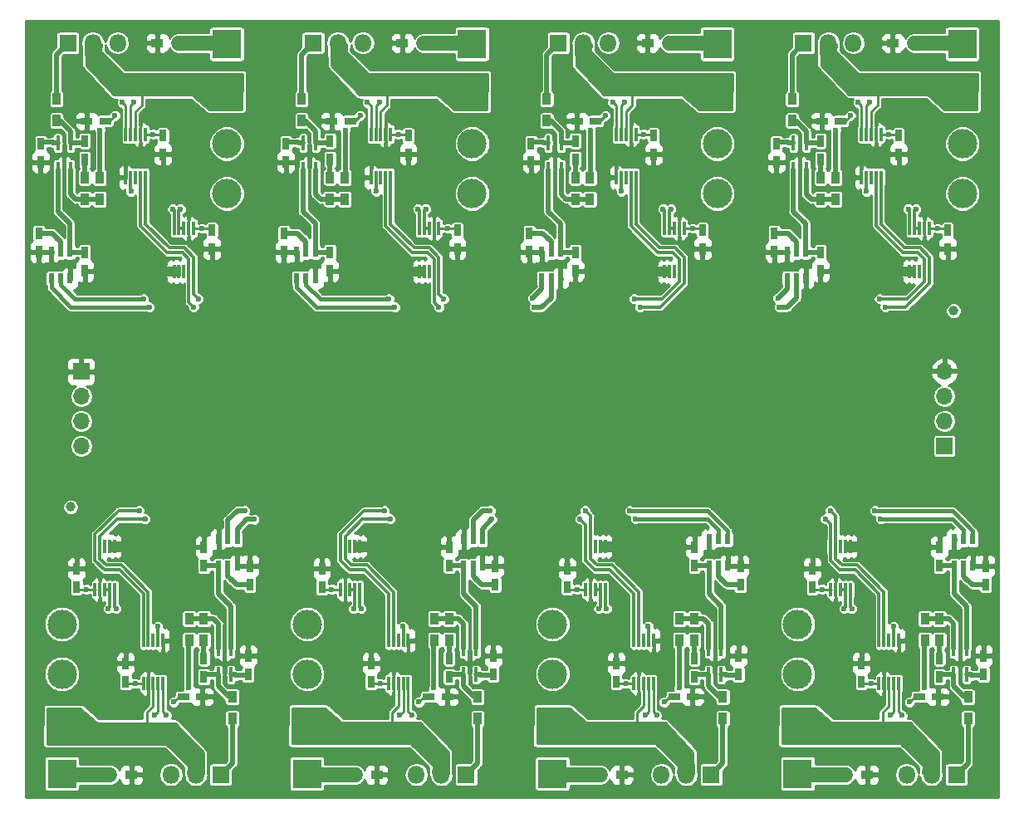
<source format=gbr>
G04 #@! TF.GenerationSoftware,KiCad,Pcbnew,(5.0.0-rc2-dev-206-ge4d512a29)*
G04 #@! TF.CreationDate,2018-03-29T18:07:49+02:00*
G04 #@! TF.ProjectId,Koczon,4B6F637A6F6E2E6B696361645F706362,1*
G04 #@! TF.SameCoordinates,Original*
G04 #@! TF.FileFunction,Copper,L1,Top,Signal*
G04 #@! TF.FilePolarity,Positive*
%FSLAX46Y46*%
G04 Gerber Fmt 4.6, Leading zero omitted, Abs format (unit mm)*
G04 Created by KiCad (PCBNEW (5.0.0-rc2-dev-206-ge4d512a29)) date 03/29/18 18:07:49*
%MOMM*%
%LPD*%
G01*
G04 APERTURE LIST*
%ADD10C,1.000000*%
%ADD11C,3.000000*%
%ADD12R,3.000000X3.000000*%
%ADD13R,0.750000X1.200000*%
%ADD14R,1.700000X1.700000*%
%ADD15O,1.700000X1.700000*%
%ADD16R,0.300000X1.450000*%
%ADD17O,1.800000X1.800000*%
%ADD18R,1.800000X1.800000*%
%ADD19R,0.600000X1.100000*%
%ADD20R,0.900000X1.200000*%
%ADD21R,1.200000X0.750000*%
%ADD22R,1.200000X0.900000*%
%ADD23R,0.400000X1.500000*%
%ADD24C,0.600000*%
%ADD25C,0.250000*%
%ADD26C,0.300000*%
%ADD27C,0.400000*%
%ADD28C,1.500000*%
%ADD29C,0.500000*%
%ADD30C,0.030000*%
%ADD31C,0.254000*%
G04 APERTURE END LIST*
D10*
X193378000Y-77752906D03*
X103378000Y-97752906D03*
D11*
X102478000Y-109712906D03*
D12*
X102478000Y-124952906D03*
D11*
X102478000Y-114792906D03*
X102478000Y-119872906D03*
D13*
X116948000Y-115076000D03*
X116948000Y-113176000D03*
D14*
X104448000Y-83926000D03*
D15*
X104448000Y-86466000D03*
X104448000Y-89006000D03*
X104448000Y-91546000D03*
D14*
X192448000Y-91526000D03*
D15*
X192448000Y-88986000D03*
X192448000Y-86446000D03*
X192448000Y-83906000D03*
D13*
X103978000Y-105952906D03*
X103978000Y-104052906D03*
D11*
X127478000Y-109712906D03*
D12*
X127478000Y-124952906D03*
D11*
X127478000Y-114792906D03*
X127478000Y-119872906D03*
D16*
X112778000Y-115752906D03*
X112278000Y-115752906D03*
X111778000Y-115752906D03*
X111278000Y-115752906D03*
X110778000Y-115752906D03*
X110778000Y-111352906D03*
X111278000Y-111352906D03*
X111778000Y-111352906D03*
X112278000Y-111352906D03*
X112778000Y-111352906D03*
D17*
X113598000Y-125052906D03*
X116138000Y-125052906D03*
D18*
X118678000Y-125052906D03*
D19*
X143448000Y-101052906D03*
X144398000Y-101052906D03*
X145348000Y-101052906D03*
X145348000Y-103752906D03*
X144398000Y-103752906D03*
X143448000Y-103752906D03*
D16*
X107848000Y-106176000D03*
X107348000Y-106176000D03*
X106848000Y-106176000D03*
X106348000Y-106176000D03*
X105848000Y-106176000D03*
X105848000Y-101776000D03*
X106348000Y-101776000D03*
X106848000Y-101776000D03*
X107348000Y-101776000D03*
X107848000Y-101776000D03*
D13*
X121648000Y-103776000D03*
X121648000Y-105676000D03*
X121448000Y-112926000D03*
X121448000Y-114826000D03*
X108978000Y-113702906D03*
X108978000Y-115602906D03*
X116948000Y-101826000D03*
X116948000Y-103726000D03*
D20*
X119848000Y-117126000D03*
X119848000Y-119326000D03*
D21*
X116778000Y-117102906D03*
X114878000Y-117102906D03*
D13*
X146648000Y-103776000D03*
X146648000Y-105676000D03*
X146448000Y-112926000D03*
X146448000Y-114826000D03*
X133978000Y-113702906D03*
X133978000Y-115602906D03*
X141948000Y-101826000D03*
X141948000Y-103726000D03*
X141948000Y-115076000D03*
X141948000Y-113176000D03*
X128978000Y-105952906D03*
X128978000Y-104052906D03*
D21*
X141778000Y-117102906D03*
X139878000Y-117102906D03*
D13*
X171648000Y-103776000D03*
X171648000Y-105676000D03*
X171448000Y-112926000D03*
X171448000Y-114826000D03*
X158978000Y-113702906D03*
X158978000Y-115602906D03*
X166948000Y-101826000D03*
X166948000Y-103726000D03*
X166948000Y-115076000D03*
X166948000Y-113176000D03*
X153978000Y-105952906D03*
X153978000Y-104052906D03*
D21*
X166778000Y-117102906D03*
X164878000Y-117102906D03*
D13*
X196648000Y-103776000D03*
X196648000Y-105676000D03*
X196448000Y-112926000D03*
X196448000Y-114826000D03*
X183978000Y-113702906D03*
X183978000Y-115602906D03*
X191948000Y-101826000D03*
X191948000Y-103726000D03*
X191948000Y-115076000D03*
X191948000Y-113176000D03*
X178978000Y-105952906D03*
X178978000Y-104052906D03*
D21*
X191778000Y-117102906D03*
X189878000Y-117102906D03*
D13*
X175110142Y-71729812D03*
X175110142Y-69829812D03*
X175310142Y-62579812D03*
X175310142Y-60679812D03*
X187780142Y-61802906D03*
X187780142Y-59902906D03*
X179810142Y-73679812D03*
X179810142Y-71779812D03*
X179810142Y-60429812D03*
X179810142Y-62329812D03*
X192780142Y-69552906D03*
X192780142Y-71452906D03*
D21*
X179980142Y-58402906D03*
X181880142Y-58402906D03*
D13*
X150110142Y-71729812D03*
X150110142Y-69829812D03*
X150310142Y-62579812D03*
X150310142Y-60679812D03*
X162780142Y-61802906D03*
X162780142Y-59902906D03*
X154810142Y-73679812D03*
X154810142Y-71779812D03*
X154810142Y-60429812D03*
X154810142Y-62329812D03*
X167780142Y-69552906D03*
X167780142Y-71452906D03*
D21*
X154980142Y-58402906D03*
X156880142Y-58402906D03*
D13*
X125110142Y-71729812D03*
X125110142Y-69829812D03*
X125310142Y-62579812D03*
X125310142Y-60679812D03*
X137780142Y-61802906D03*
X137780142Y-59902906D03*
X129810142Y-73679812D03*
X129810142Y-71779812D03*
X129810142Y-60429812D03*
X129810142Y-62329812D03*
X142780142Y-69552906D03*
X142780142Y-71452906D03*
D21*
X129980142Y-58402906D03*
X131880142Y-58402906D03*
D13*
X100110142Y-71729812D03*
X100110142Y-69829812D03*
X100310142Y-62579812D03*
X100310142Y-60679812D03*
X112780142Y-61802906D03*
X112780142Y-59902906D03*
X104810142Y-73679812D03*
X104810142Y-71779812D03*
X104810142Y-60429812D03*
X104810142Y-62329812D03*
X117780142Y-69552906D03*
X117780142Y-71452906D03*
D21*
X104980142Y-58402906D03*
X106880142Y-58402906D03*
D19*
X118448000Y-101052906D03*
X119398000Y-101052906D03*
X120348000Y-101052906D03*
X120348000Y-103752906D03*
X119398000Y-103752906D03*
X118448000Y-103752906D03*
X168448000Y-101052906D03*
X169398000Y-101052906D03*
X170348000Y-101052906D03*
X170348000Y-103752906D03*
X169398000Y-103752906D03*
X168448000Y-103752906D03*
X193448000Y-101052906D03*
X194398000Y-101052906D03*
X195348000Y-101052906D03*
X195348000Y-103752906D03*
X194398000Y-103752906D03*
X193448000Y-103752906D03*
X178310142Y-74452906D03*
X177360142Y-74452906D03*
X176410142Y-74452906D03*
X176410142Y-71752906D03*
X177360142Y-71752906D03*
X178310142Y-71752906D03*
X153310142Y-74452906D03*
X152360142Y-74452906D03*
X151410142Y-74452906D03*
X151410142Y-71752906D03*
X152360142Y-71752906D03*
X153310142Y-71752906D03*
X128310142Y-74452906D03*
X127360142Y-74452906D03*
X126410142Y-74452906D03*
X126410142Y-71752906D03*
X127360142Y-71752906D03*
X128310142Y-71752906D03*
X103310142Y-74452906D03*
X102360142Y-74452906D03*
X101410142Y-74452906D03*
X101410142Y-71752906D03*
X102360142Y-71752906D03*
X103310142Y-71752906D03*
D16*
X132848000Y-106176000D03*
X132348000Y-106176000D03*
X131848000Y-106176000D03*
X131348000Y-106176000D03*
X130848000Y-106176000D03*
X130848000Y-101776000D03*
X131348000Y-101776000D03*
X131848000Y-101776000D03*
X132348000Y-101776000D03*
X132848000Y-101776000D03*
X137778000Y-115752906D03*
X137278000Y-115752906D03*
X136778000Y-115752906D03*
X136278000Y-115752906D03*
X135778000Y-115752906D03*
X135778000Y-111352906D03*
X136278000Y-111352906D03*
X136778000Y-111352906D03*
X137278000Y-111352906D03*
X137778000Y-111352906D03*
X157848000Y-106176000D03*
X157348000Y-106176000D03*
X156848000Y-106176000D03*
X156348000Y-106176000D03*
X155848000Y-106176000D03*
X155848000Y-101776000D03*
X156348000Y-101776000D03*
X156848000Y-101776000D03*
X157348000Y-101776000D03*
X157848000Y-101776000D03*
X162778000Y-115752906D03*
X162278000Y-115752906D03*
X161778000Y-115752906D03*
X161278000Y-115752906D03*
X160778000Y-115752906D03*
X160778000Y-111352906D03*
X161278000Y-111352906D03*
X161778000Y-111352906D03*
X162278000Y-111352906D03*
X162778000Y-111352906D03*
X182848000Y-106176000D03*
X182348000Y-106176000D03*
X181848000Y-106176000D03*
X181348000Y-106176000D03*
X180848000Y-106176000D03*
X180848000Y-101776000D03*
X181348000Y-101776000D03*
X181848000Y-101776000D03*
X182348000Y-101776000D03*
X182848000Y-101776000D03*
X187778000Y-115752906D03*
X187278000Y-115752906D03*
X186778000Y-115752906D03*
X186278000Y-115752906D03*
X185778000Y-115752906D03*
X185778000Y-111352906D03*
X186278000Y-111352906D03*
X186778000Y-111352906D03*
X187278000Y-111352906D03*
X187778000Y-111352906D03*
X188910142Y-69329812D03*
X189410142Y-69329812D03*
X189910142Y-69329812D03*
X190410142Y-69329812D03*
X190910142Y-69329812D03*
X190910142Y-73729812D03*
X190410142Y-73729812D03*
X189910142Y-73729812D03*
X189410142Y-73729812D03*
X188910142Y-73729812D03*
X183980142Y-59752906D03*
X184480142Y-59752906D03*
X184980142Y-59752906D03*
X185480142Y-59752906D03*
X185980142Y-59752906D03*
X185980142Y-64152906D03*
X185480142Y-64152906D03*
X184980142Y-64152906D03*
X184480142Y-64152906D03*
X183980142Y-64152906D03*
X163910142Y-69329812D03*
X164410142Y-69329812D03*
X164910142Y-69329812D03*
X165410142Y-69329812D03*
X165910142Y-69329812D03*
X165910142Y-73729812D03*
X165410142Y-73729812D03*
X164910142Y-73729812D03*
X164410142Y-73729812D03*
X163910142Y-73729812D03*
X158980142Y-59752906D03*
X159480142Y-59752906D03*
X159980142Y-59752906D03*
X160480142Y-59752906D03*
X160980142Y-59752906D03*
X160980142Y-64152906D03*
X160480142Y-64152906D03*
X159980142Y-64152906D03*
X159480142Y-64152906D03*
X158980142Y-64152906D03*
X138910142Y-69329812D03*
X139410142Y-69329812D03*
X139910142Y-69329812D03*
X140410142Y-69329812D03*
X140910142Y-69329812D03*
X140910142Y-73729812D03*
X140410142Y-73729812D03*
X139910142Y-73729812D03*
X139410142Y-73729812D03*
X138910142Y-73729812D03*
X133980142Y-59752906D03*
X134480142Y-59752906D03*
X134980142Y-59752906D03*
X135480142Y-59752906D03*
X135980142Y-59752906D03*
X135980142Y-64152906D03*
X135480142Y-64152906D03*
X134980142Y-64152906D03*
X134480142Y-64152906D03*
X133980142Y-64152906D03*
X113910142Y-69329812D03*
X114410142Y-69329812D03*
X114910142Y-69329812D03*
X115410142Y-69329812D03*
X115910142Y-69329812D03*
X115910142Y-73729812D03*
X115410142Y-73729812D03*
X114910142Y-73729812D03*
X114410142Y-73729812D03*
X113910142Y-73729812D03*
X108980142Y-59752906D03*
X109480142Y-59752906D03*
X109980142Y-59752906D03*
X110480142Y-59752906D03*
X110980142Y-59752906D03*
X110980142Y-64152906D03*
X110480142Y-64152906D03*
X109980142Y-64152906D03*
X109480142Y-64152906D03*
X108980142Y-64152906D03*
D11*
X152478000Y-109712906D03*
D12*
X152478000Y-124952906D03*
D11*
X152478000Y-114792906D03*
X152478000Y-119872906D03*
X177478000Y-109712906D03*
D12*
X177478000Y-124952906D03*
D11*
X177478000Y-114792906D03*
X177478000Y-119872906D03*
X194280142Y-65792906D03*
D12*
X194280142Y-50552906D03*
D11*
X194280142Y-60712906D03*
X194280142Y-55632906D03*
X169280142Y-65792906D03*
D12*
X169280142Y-50552906D03*
D11*
X169280142Y-60712906D03*
X169280142Y-55632906D03*
X144280142Y-65792906D03*
D12*
X144280142Y-50552906D03*
D11*
X144280142Y-60712906D03*
X144280142Y-55632906D03*
X119280142Y-65792906D03*
D12*
X119280142Y-50552906D03*
D11*
X119280142Y-60712906D03*
X119280142Y-55632906D03*
D17*
X138598000Y-125052906D03*
X141138000Y-125052906D03*
D18*
X143678000Y-125052906D03*
D17*
X163598000Y-125052906D03*
X166138000Y-125052906D03*
D18*
X168678000Y-125052906D03*
D17*
X188598000Y-125052906D03*
X191138000Y-125052906D03*
D18*
X193678000Y-125052906D03*
D17*
X183160142Y-50452906D03*
X180620142Y-50452906D03*
D18*
X178080142Y-50452906D03*
D17*
X158160142Y-50452906D03*
X155620142Y-50452906D03*
D18*
X153080142Y-50452906D03*
D17*
X133160142Y-50452906D03*
X130620142Y-50452906D03*
D18*
X128080142Y-50452906D03*
D17*
X108160142Y-50452906D03*
X105620142Y-50452906D03*
D18*
X103080142Y-50452906D03*
D20*
X141948000Y-111352906D03*
X141948000Y-109152906D03*
X144848000Y-117126000D03*
X144848000Y-119326000D03*
D22*
X134578000Y-125052906D03*
X132378000Y-125052906D03*
D20*
X166948000Y-111352906D03*
X166948000Y-109152906D03*
X169848000Y-117126000D03*
X169848000Y-119326000D03*
D22*
X159578000Y-125052906D03*
X157378000Y-125052906D03*
D20*
X191948000Y-111352906D03*
X191948000Y-109152906D03*
X194848000Y-117126000D03*
X194848000Y-119326000D03*
D22*
X184578000Y-125052906D03*
X182378000Y-125052906D03*
D20*
X179810142Y-64152906D03*
X179810142Y-66352906D03*
X176910142Y-58379812D03*
X176910142Y-56179812D03*
D22*
X187180142Y-50452906D03*
X189380142Y-50452906D03*
D20*
X154810142Y-64152906D03*
X154810142Y-66352906D03*
X151910142Y-58379812D03*
X151910142Y-56179812D03*
D22*
X162180142Y-50452906D03*
X164380142Y-50452906D03*
D20*
X129810142Y-64152906D03*
X129810142Y-66352906D03*
X126910142Y-58379812D03*
X126910142Y-56179812D03*
D22*
X137180142Y-50452906D03*
X139380142Y-50452906D03*
D20*
X104810142Y-64152906D03*
X104810142Y-66352906D03*
X101910142Y-58379812D03*
X101910142Y-56179812D03*
D22*
X112180142Y-50452906D03*
X114380142Y-50452906D03*
D23*
X144698000Y-114856000D03*
X143398000Y-114856000D03*
X143398000Y-112196000D03*
X144048000Y-112196000D03*
X144698000Y-112196000D03*
X169698000Y-114856000D03*
X168398000Y-114856000D03*
X168398000Y-112196000D03*
X169048000Y-112196000D03*
X169698000Y-112196000D03*
X194698000Y-114856000D03*
X193398000Y-114856000D03*
X193398000Y-112196000D03*
X194048000Y-112196000D03*
X194698000Y-112196000D03*
X177060142Y-60649812D03*
X178360142Y-60649812D03*
X178360142Y-63309812D03*
X177710142Y-63309812D03*
X177060142Y-63309812D03*
X152060142Y-60649812D03*
X153360142Y-60649812D03*
X153360142Y-63309812D03*
X152710142Y-63309812D03*
X152060142Y-63309812D03*
X127060142Y-60649812D03*
X128360142Y-60649812D03*
X128360142Y-63309812D03*
X127710142Y-63309812D03*
X127060142Y-63309812D03*
X102060142Y-60649812D03*
X103360142Y-60649812D03*
X103360142Y-63309812D03*
X102710142Y-63309812D03*
X102060142Y-63309812D03*
D20*
X116948000Y-111352906D03*
X116948000Y-109152906D03*
D22*
X109578000Y-125052906D03*
X107378000Y-125052906D03*
D23*
X119698000Y-114856000D03*
X118398000Y-114856000D03*
X118398000Y-112196000D03*
X119048000Y-112196000D03*
X119698000Y-112196000D03*
D20*
X115448000Y-111326000D03*
X115448000Y-109126000D03*
X140448000Y-111326000D03*
X140448000Y-109126000D03*
X165448000Y-111326000D03*
X165448000Y-109126000D03*
X190448000Y-111326000D03*
X190448000Y-109126000D03*
X181310142Y-64179812D03*
X181310142Y-66379812D03*
X156310142Y-64179812D03*
X156310142Y-66379812D03*
X131310142Y-64179812D03*
X131310142Y-66379812D03*
X106310142Y-64179812D03*
X106310142Y-66379812D03*
D24*
X144403000Y-92927906D03*
X143228000Y-91077906D03*
X143553000Y-84052906D03*
X191780142Y-69352906D03*
X166780142Y-69352906D03*
X141780142Y-69352906D03*
X146298000Y-99026000D03*
X155828000Y-98126000D03*
X155278000Y-98976000D03*
X180801094Y-98126000D03*
X185348000Y-98126000D03*
X180301094Y-98976000D03*
X115904906Y-77379812D03*
X116404906Y-76529812D03*
X175460142Y-76479812D03*
X150460142Y-76479812D03*
X140904906Y-77379812D03*
X141404906Y-76529812D03*
X109830142Y-56502906D03*
X108630142Y-56502906D03*
X111780142Y-59752906D03*
X107880142Y-57852906D03*
X107925764Y-56902906D03*
X106360142Y-59329812D03*
X113760142Y-67379812D03*
X114560145Y-67379812D03*
X111410142Y-77379812D03*
X110810142Y-76529812D03*
X109510142Y-65579812D03*
X102010142Y-70352906D03*
X101460142Y-60579812D03*
X116780142Y-69352906D03*
X110980142Y-57452906D03*
X134830142Y-56502906D03*
X133630142Y-56502906D03*
X136780142Y-59752906D03*
X132880142Y-57852906D03*
X132925764Y-56902906D03*
X131360142Y-59329812D03*
X138760142Y-67379812D03*
X139560145Y-67379812D03*
X136410142Y-77379812D03*
X135810142Y-76529812D03*
X134510142Y-65579812D03*
X127010142Y-70352906D03*
X126460142Y-60579812D03*
X135980142Y-57452906D03*
X159830142Y-56502906D03*
X158630142Y-56502906D03*
X161780142Y-59752906D03*
X157880142Y-57852906D03*
X157925764Y-56902906D03*
X156360142Y-59329812D03*
X163760142Y-67379812D03*
X164560145Y-67379812D03*
X150610142Y-77379812D03*
X161410142Y-77379812D03*
X160810142Y-76529812D03*
X159510142Y-65579812D03*
X152010142Y-70352906D03*
X151460142Y-60579812D03*
X160980142Y-57452906D03*
X184830142Y-56502906D03*
X183630142Y-56502906D03*
X186780142Y-59752906D03*
X182880142Y-57852906D03*
X182925764Y-56902906D03*
X181360142Y-59329812D03*
X188760142Y-67379812D03*
X189560145Y-67379812D03*
X175610142Y-77379812D03*
X186410142Y-77379812D03*
X185810142Y-76529812D03*
X184510142Y-65579812D03*
X177010142Y-70352906D03*
X176460142Y-60579812D03*
X185980142Y-57452906D03*
X186928000Y-119002906D03*
X188128000Y-119002906D03*
X184978000Y-115752906D03*
X188878000Y-117652906D03*
X188832378Y-118602906D03*
X190398000Y-116176000D03*
X182998000Y-108126000D03*
X182197997Y-108126000D03*
X185948000Y-98976000D03*
X187248000Y-109926000D03*
X194748000Y-105152906D03*
X195298000Y-114926000D03*
X179978000Y-106152906D03*
X185778000Y-118052906D03*
X161928000Y-119002906D03*
X163128000Y-119002906D03*
X159978000Y-115752906D03*
X163878000Y-117652906D03*
X163832378Y-118602906D03*
X165398000Y-116176000D03*
X157998000Y-108126000D03*
X157197997Y-108126000D03*
X160348000Y-98126000D03*
X160948000Y-98976000D03*
X162248000Y-109926000D03*
X169748000Y-105152906D03*
X170298000Y-114926000D03*
X154978000Y-106152906D03*
X160778000Y-118052906D03*
X136928000Y-119002906D03*
X138128000Y-119002906D03*
X134978000Y-115752906D03*
X138878000Y-117652906D03*
X138832378Y-118602906D03*
X140398000Y-116176000D03*
X132998000Y-108126000D03*
X132197997Y-108126000D03*
X146148000Y-98126000D03*
X135348000Y-98126000D03*
X135948000Y-98976000D03*
X137248000Y-109926000D03*
X144748000Y-105152906D03*
X145298000Y-114926000D03*
X129978000Y-106152906D03*
X135778000Y-118052906D03*
X110778000Y-118052906D03*
X153648000Y-87226000D03*
X104978000Y-106152906D03*
X120298000Y-114926000D03*
X119748000Y-105152906D03*
X112248000Y-109926000D03*
X110948000Y-98976000D03*
X122048000Y-99026000D03*
X110348000Y-98126000D03*
X121148000Y-98126000D03*
X107197997Y-108126000D03*
X107998000Y-108126000D03*
X115398000Y-116176000D03*
X113832378Y-118602906D03*
X113878000Y-117652906D03*
X109978000Y-115752906D03*
X113128000Y-119002906D03*
X111928000Y-119002906D03*
D25*
X140880142Y-69352906D02*
X141780142Y-69352906D01*
X141780142Y-69352906D02*
X142580142Y-69352906D01*
X152380142Y-71802906D02*
X152330142Y-71752906D01*
X165880142Y-69352906D02*
X166780142Y-69352906D01*
X166780142Y-69352906D02*
X167580142Y-69352906D01*
X177380142Y-71802906D02*
X177330142Y-71752906D01*
X190880142Y-69352906D02*
X191780142Y-69352906D01*
X191780142Y-69352906D02*
X192580142Y-69352906D01*
D26*
X156348000Y-101776000D02*
X156348000Y-98646000D01*
X156348000Y-98646000D02*
X155828000Y-98126000D01*
D27*
X170348000Y-101052906D02*
X170348000Y-100204364D01*
X170348000Y-100204364D02*
X168269636Y-98126000D01*
X168269636Y-98126000D02*
X160772264Y-98126000D01*
X160772264Y-98126000D02*
X160348000Y-98126000D01*
D26*
X155848000Y-101776000D02*
X155848000Y-99546000D01*
X155848000Y-99546000D02*
X155278000Y-98976000D01*
D27*
X160948000Y-98976000D02*
X168271094Y-98976000D01*
X168271094Y-98976000D02*
X169398000Y-100102906D01*
X169398000Y-100102906D02*
X169398000Y-101052906D01*
D26*
X181348000Y-98672906D02*
X180801094Y-98126000D01*
X181348000Y-101776000D02*
X181348000Y-98672906D01*
D27*
X195348000Y-101052906D02*
X195348000Y-100204364D01*
X195348000Y-100204364D02*
X193269636Y-98126000D01*
X193269636Y-98126000D02*
X185772264Y-98126000D01*
X185772264Y-98126000D02*
X185348000Y-98126000D01*
D26*
X180848000Y-99522906D02*
X180301094Y-98976000D01*
X180848000Y-101776000D02*
X180848000Y-99522906D01*
D27*
X194398000Y-101052906D02*
X194398000Y-100102906D01*
X194398000Y-100102906D02*
X193271094Y-98976000D01*
X193271094Y-98976000D02*
X186372264Y-98976000D01*
X186372264Y-98976000D02*
X185948000Y-98976000D01*
X111410142Y-77379812D02*
X103387048Y-77379812D01*
X103387048Y-77379812D02*
X101410142Y-75402906D01*
X101410142Y-75402906D02*
X101410142Y-74452906D01*
D26*
X115410142Y-76885048D02*
X115904906Y-77379812D01*
X115410142Y-73729812D02*
X115410142Y-76885048D01*
D27*
X102360142Y-74452906D02*
X102360142Y-75072908D01*
X102360142Y-75072908D02*
X103817046Y-76529812D01*
X103817046Y-76529812D02*
X110385878Y-76529812D01*
X110385878Y-76529812D02*
X110810142Y-76529812D01*
D26*
X115910142Y-76035048D02*
X116404906Y-76529812D01*
X115910142Y-73729812D02*
X115910142Y-76035048D01*
X140410142Y-76885048D02*
X140904906Y-77379812D01*
X140410142Y-73729812D02*
X140410142Y-76885048D01*
D27*
X136410142Y-77379812D02*
X128387048Y-77379812D01*
X128387048Y-77379812D02*
X126410142Y-75402906D01*
X126410142Y-75402906D02*
X126410142Y-74452906D01*
D26*
X140910142Y-76035048D02*
X141404906Y-76529812D01*
X140910142Y-73729812D02*
X140910142Y-76035048D01*
D27*
X127360142Y-74452906D02*
X127360142Y-75072908D01*
X127360142Y-75072908D02*
X128817046Y-76529812D01*
X128817046Y-76529812D02*
X135385878Y-76529812D01*
X135385878Y-76529812D02*
X135810142Y-76529812D01*
D28*
X119180142Y-50452906D02*
X119280142Y-50552906D01*
X114380142Y-50452906D02*
X119180142Y-50452906D01*
D25*
X109480142Y-56852906D02*
X109830142Y-56502906D01*
X109480142Y-59752906D02*
X109480142Y-56852906D01*
X108980142Y-56852906D02*
X108630142Y-56502906D01*
X108980142Y-59752906D02*
X108980142Y-56852906D01*
X102380142Y-71802906D02*
X102330142Y-71752906D01*
X110980142Y-59752906D02*
X111780142Y-59752906D01*
X111780142Y-59752906D02*
X112630142Y-59752906D01*
X112630142Y-59752906D02*
X112780142Y-59902906D01*
X107330142Y-58402906D02*
X107880142Y-57852906D01*
X106880142Y-58402906D02*
X107330142Y-58402906D01*
D29*
X106360142Y-59329812D02*
X106360142Y-64129812D01*
X106360142Y-64129812D02*
X106310142Y-64179812D01*
X104837048Y-66379812D02*
X104810142Y-66352906D01*
X106310142Y-66379812D02*
X104837048Y-66379812D01*
X103860142Y-66352906D02*
X104810142Y-66352906D01*
X103360142Y-65852906D02*
X103860142Y-66352906D01*
X103360142Y-63309812D02*
X103360142Y-65852906D01*
D25*
X110630142Y-54349812D02*
X110610142Y-54329812D01*
X109980142Y-59752906D02*
X109980142Y-57452906D01*
X109980142Y-57452906D02*
X110630142Y-56802906D01*
X110630142Y-56802906D02*
X110630142Y-54349812D01*
D28*
X105620142Y-51725698D02*
X108224256Y-54329812D01*
X108224256Y-54329812D02*
X110610142Y-54329812D01*
X105620142Y-50452906D02*
X105620142Y-51725698D01*
X116763236Y-55632906D02*
X119280142Y-55632906D01*
X110610142Y-54329812D02*
X115460142Y-54329812D01*
X115460142Y-54329812D02*
X116763236Y-55632906D01*
D26*
X113910142Y-69329812D02*
X113910142Y-67529812D01*
X113910142Y-67529812D02*
X113760142Y-67379812D01*
X114410142Y-69329812D02*
X114410142Y-67529815D01*
X114410142Y-67529815D02*
X114560145Y-67379812D01*
X114410142Y-69329812D02*
X114910142Y-69329812D01*
X115910142Y-72279812D02*
X115910142Y-73729812D01*
X114960142Y-71329812D02*
X115910142Y-72279812D01*
X113410142Y-71329812D02*
X114960142Y-71329812D01*
X110980142Y-64152906D02*
X110980142Y-68899812D01*
X110980142Y-68899812D02*
X113410142Y-71329812D01*
X110480142Y-64152906D02*
X110480142Y-69106932D01*
X110480142Y-69106932D02*
X113203032Y-71829822D01*
X115410142Y-72704812D02*
X115410142Y-73729812D01*
X115410142Y-72486932D02*
X115410142Y-72704812D01*
X114753032Y-71829822D02*
X115410142Y-72486932D01*
X113203032Y-71829822D02*
X114753032Y-71829822D01*
D29*
X104590142Y-60649812D02*
X104810142Y-60429812D01*
X103360142Y-60649812D02*
X104590142Y-60649812D01*
X102260142Y-58379812D02*
X101910142Y-58379812D01*
X103360142Y-59479812D02*
X102260142Y-58379812D01*
X103360142Y-60649812D02*
X103360142Y-59479812D01*
X104810142Y-64152906D02*
X104810142Y-62329812D01*
X103310142Y-68879812D02*
X103310142Y-71752906D01*
X102060142Y-63309812D02*
X102060142Y-67629812D01*
X102060142Y-67629812D02*
X103310142Y-68879812D01*
X103337048Y-71779812D02*
X103310142Y-71752906D01*
X104810142Y-71779812D02*
X103337048Y-71779812D01*
X101910142Y-56179812D02*
X101910142Y-53579812D01*
X101910142Y-51622906D02*
X103080142Y-50452906D01*
X101910142Y-53579812D02*
X101910142Y-51622906D01*
D26*
X109480142Y-65549812D02*
X109510142Y-65579812D01*
X109480142Y-64152906D02*
X109480142Y-65549812D01*
D29*
X102360142Y-70702906D02*
X102360142Y-71752906D01*
X100110142Y-69829812D02*
X101487048Y-69829812D01*
X102010142Y-70352906D02*
X102360142Y-70702906D01*
X101487048Y-69829812D02*
X102010142Y-70352906D01*
X101460142Y-60579812D02*
X100410142Y-60579812D01*
X100410142Y-60579812D02*
X100310142Y-60679812D01*
X101530142Y-60649812D02*
X101460142Y-60579812D01*
X102060142Y-60649812D02*
X101530142Y-60649812D01*
D25*
X115880142Y-69352906D02*
X116780142Y-69352906D01*
X117580142Y-69352906D02*
X117780142Y-69552906D01*
X116780142Y-69352906D02*
X117580142Y-69352906D01*
D28*
X144180142Y-50452906D02*
X144280142Y-50552906D01*
X139380142Y-50452906D02*
X144180142Y-50452906D01*
D25*
X134480142Y-56852906D02*
X134830142Y-56502906D01*
X134480142Y-59752906D02*
X134480142Y-56852906D01*
X133980142Y-56852906D02*
X133630142Y-56502906D01*
X133980142Y-59752906D02*
X133980142Y-56852906D01*
X127380142Y-71802906D02*
X127330142Y-71752906D01*
X135980142Y-59752906D02*
X136780142Y-59752906D01*
X136780142Y-59752906D02*
X137630142Y-59752906D01*
X137630142Y-59752906D02*
X137780142Y-59902906D01*
X132330142Y-58402906D02*
X132880142Y-57852906D01*
X131880142Y-58402906D02*
X132330142Y-58402906D01*
D29*
X131360142Y-59329812D02*
X131360142Y-64129812D01*
X131360142Y-64129812D02*
X131310142Y-64179812D01*
X129837048Y-66379812D02*
X129810142Y-66352906D01*
X131310142Y-66379812D02*
X129837048Y-66379812D01*
X128860142Y-66352906D02*
X129810142Y-66352906D01*
X128360142Y-65852906D02*
X128860142Y-66352906D01*
X128360142Y-63309812D02*
X128360142Y-65852906D01*
D25*
X135630142Y-54349812D02*
X135610142Y-54329812D01*
X134980142Y-59752906D02*
X134980142Y-57452906D01*
X134980142Y-57452906D02*
X135630142Y-56802906D01*
X135630142Y-56802906D02*
X135630142Y-54349812D01*
D28*
X130620142Y-51725698D02*
X133224256Y-54329812D01*
X133224256Y-54329812D02*
X135610142Y-54329812D01*
X130620142Y-50452906D02*
X130620142Y-51725698D01*
X141763236Y-55632906D02*
X144280142Y-55632906D01*
X135610142Y-54329812D02*
X140460142Y-54329812D01*
X140460142Y-54329812D02*
X141763236Y-55632906D01*
D26*
X138910142Y-69329812D02*
X138910142Y-67529812D01*
X138910142Y-67529812D02*
X138760142Y-67379812D01*
X139410142Y-69329812D02*
X139410142Y-67529815D01*
X139410142Y-67529815D02*
X139560145Y-67379812D01*
X139410142Y-69329812D02*
X139910142Y-69329812D01*
X140910142Y-72279812D02*
X140910142Y-73729812D01*
X139960142Y-71329812D02*
X140910142Y-72279812D01*
X138410142Y-71329812D02*
X139960142Y-71329812D01*
X135980142Y-64152906D02*
X135980142Y-68899812D01*
X135980142Y-68899812D02*
X138410142Y-71329812D01*
X135480142Y-64152906D02*
X135480142Y-69106932D01*
X135480142Y-69106932D02*
X138203032Y-71829822D01*
X140410142Y-72704812D02*
X140410142Y-73729812D01*
X140410142Y-72486932D02*
X140410142Y-72704812D01*
X139753032Y-71829822D02*
X140410142Y-72486932D01*
X138203032Y-71829822D02*
X139753032Y-71829822D01*
D29*
X129590142Y-60649812D02*
X129810142Y-60429812D01*
X128360142Y-60649812D02*
X129590142Y-60649812D01*
X127260142Y-58379812D02*
X126910142Y-58379812D01*
X128360142Y-59479812D02*
X127260142Y-58379812D01*
X128360142Y-60649812D02*
X128360142Y-59479812D01*
X129810142Y-64152906D02*
X129810142Y-62329812D01*
X128310142Y-68879812D02*
X128310142Y-71752906D01*
X127060142Y-63309812D02*
X127060142Y-67629812D01*
X127060142Y-67629812D02*
X128310142Y-68879812D01*
X128337048Y-71779812D02*
X128310142Y-71752906D01*
X129810142Y-71779812D02*
X128337048Y-71779812D01*
X126910142Y-56179812D02*
X126910142Y-53579812D01*
X126910142Y-51622906D02*
X128080142Y-50452906D01*
X126910142Y-53579812D02*
X126910142Y-51622906D01*
D26*
X134480142Y-65549812D02*
X134510142Y-65579812D01*
X134480142Y-64152906D02*
X134480142Y-65549812D01*
D29*
X127360142Y-70702906D02*
X127360142Y-71752906D01*
X125110142Y-69829812D02*
X126487048Y-69829812D01*
X127010142Y-70352906D02*
X127360142Y-70702906D01*
X126487048Y-69829812D02*
X127010142Y-70352906D01*
X126460142Y-60579812D02*
X125410142Y-60579812D01*
X125410142Y-60579812D02*
X125310142Y-60679812D01*
X126530142Y-60649812D02*
X126460142Y-60579812D01*
X127060142Y-60649812D02*
X126530142Y-60649812D01*
D25*
X142580142Y-69352906D02*
X142780142Y-69552906D01*
D28*
X169180142Y-50452906D02*
X169280142Y-50552906D01*
X164380142Y-50452906D02*
X169180142Y-50452906D01*
D25*
X159480142Y-56852906D02*
X159830142Y-56502906D01*
X159480142Y-59752906D02*
X159480142Y-56852906D01*
X158980142Y-56852906D02*
X158630142Y-56502906D01*
X158980142Y-59752906D02*
X158980142Y-56852906D01*
X160980142Y-59752906D02*
X161780142Y-59752906D01*
X161780142Y-59752906D02*
X162630142Y-59752906D01*
X162630142Y-59752906D02*
X162780142Y-59902906D01*
X157330142Y-58402906D02*
X157880142Y-57852906D01*
X156880142Y-58402906D02*
X157330142Y-58402906D01*
D29*
X156360142Y-59329812D02*
X156360142Y-64129812D01*
X156360142Y-64129812D02*
X156310142Y-64179812D01*
X154837048Y-66379812D02*
X154810142Y-66352906D01*
X156310142Y-66379812D02*
X154837048Y-66379812D01*
X153860142Y-66352906D02*
X154810142Y-66352906D01*
X153360142Y-65852906D02*
X153860142Y-66352906D01*
X153360142Y-63309812D02*
X153360142Y-65852906D01*
D25*
X160630142Y-54349812D02*
X160610142Y-54329812D01*
X159980142Y-59752906D02*
X159980142Y-57452906D01*
X159980142Y-57452906D02*
X160630142Y-56802906D01*
X160630142Y-56802906D02*
X160630142Y-54349812D01*
D28*
X155620142Y-51725698D02*
X158224256Y-54329812D01*
X158224256Y-54329812D02*
X160610142Y-54329812D01*
X155620142Y-50452906D02*
X155620142Y-51725698D01*
X166763236Y-55632906D02*
X169280142Y-55632906D01*
X160610142Y-54329812D02*
X165460142Y-54329812D01*
X165460142Y-54329812D02*
X166763236Y-55632906D01*
D26*
X163910142Y-69329812D02*
X163910142Y-67529812D01*
X163910142Y-67529812D02*
X163760142Y-67379812D01*
X164410142Y-69329812D02*
X164410142Y-67529815D01*
X164410142Y-67529815D02*
X164560145Y-67379812D01*
X164410142Y-69329812D02*
X164910142Y-69329812D01*
D29*
X152360142Y-76429812D02*
X151410142Y-77379812D01*
X152360142Y-74452906D02*
X152360142Y-76429812D01*
X151410142Y-77379812D02*
X150610142Y-77379812D01*
D26*
X165910142Y-72279812D02*
X165910142Y-73729812D01*
X164960142Y-71329812D02*
X165910142Y-72279812D01*
X163410142Y-71329812D02*
X164960142Y-71329812D01*
X160980142Y-64152906D02*
X160980142Y-68899812D01*
X160980142Y-68899812D02*
X163410142Y-71329812D01*
X161410142Y-77379812D02*
X163492262Y-77379812D01*
X163492262Y-77379812D02*
X165910142Y-74961932D01*
X165910142Y-74961932D02*
X165910142Y-74754812D01*
X165910142Y-74754812D02*
X165910142Y-73729812D01*
X165410142Y-74754812D02*
X165410142Y-73729812D01*
X163635142Y-76529812D02*
X165410142Y-74754812D01*
X160810142Y-76529812D02*
X163635142Y-76529812D01*
D29*
X151410142Y-74452906D02*
X151410142Y-75529812D01*
X151410142Y-75529812D02*
X150460142Y-76479812D01*
D26*
X160480142Y-64152906D02*
X160480142Y-69106932D01*
X160480142Y-69106932D02*
X163203032Y-71829822D01*
X165410142Y-72704812D02*
X165410142Y-73729812D01*
X165410142Y-72486932D02*
X165410142Y-72704812D01*
X164753032Y-71829822D02*
X165410142Y-72486932D01*
X163203032Y-71829822D02*
X164753032Y-71829822D01*
D29*
X154590142Y-60649812D02*
X154810142Y-60429812D01*
X153360142Y-60649812D02*
X154590142Y-60649812D01*
X152260142Y-58379812D02*
X151910142Y-58379812D01*
X153360142Y-59479812D02*
X152260142Y-58379812D01*
X153360142Y-60649812D02*
X153360142Y-59479812D01*
X154810142Y-64152906D02*
X154810142Y-62329812D01*
X153310142Y-68879812D02*
X153310142Y-71752906D01*
X152060142Y-63309812D02*
X152060142Y-67629812D01*
X152060142Y-67629812D02*
X153310142Y-68879812D01*
X153337048Y-71779812D02*
X153310142Y-71752906D01*
X154810142Y-71779812D02*
X153337048Y-71779812D01*
X151910142Y-56179812D02*
X151910142Y-53579812D01*
X151910142Y-51622906D02*
X153080142Y-50452906D01*
X151910142Y-53579812D02*
X151910142Y-51622906D01*
D26*
X159480142Y-65549812D02*
X159510142Y-65579812D01*
X159480142Y-64152906D02*
X159480142Y-65549812D01*
D29*
X152360142Y-70702906D02*
X152360142Y-71752906D01*
X150110142Y-69829812D02*
X151487048Y-69829812D01*
X152010142Y-70352906D02*
X152360142Y-70702906D01*
X151487048Y-69829812D02*
X152010142Y-70352906D01*
X151460142Y-60579812D02*
X150410142Y-60579812D01*
X150410142Y-60579812D02*
X150310142Y-60679812D01*
X151530142Y-60649812D02*
X151460142Y-60579812D01*
X152060142Y-60649812D02*
X151530142Y-60649812D01*
D25*
X167580142Y-69352906D02*
X167780142Y-69552906D01*
D28*
X194180142Y-50452906D02*
X194280142Y-50552906D01*
X189380142Y-50452906D02*
X194180142Y-50452906D01*
D25*
X184480142Y-56852906D02*
X184830142Y-56502906D01*
X184480142Y-59752906D02*
X184480142Y-56852906D01*
X183980142Y-56852906D02*
X183630142Y-56502906D01*
X183980142Y-59752906D02*
X183980142Y-56852906D01*
X185980142Y-59752906D02*
X186780142Y-59752906D01*
X186780142Y-59752906D02*
X187630142Y-59752906D01*
X187630142Y-59752906D02*
X187780142Y-59902906D01*
X182330142Y-58402906D02*
X182880142Y-57852906D01*
X181880142Y-58402906D02*
X182330142Y-58402906D01*
D29*
X181360142Y-59329812D02*
X181360142Y-64129812D01*
X181360142Y-64129812D02*
X181310142Y-64179812D01*
X179837048Y-66379812D02*
X179810142Y-66352906D01*
X181310142Y-66379812D02*
X179837048Y-66379812D01*
X178860142Y-66352906D02*
X179810142Y-66352906D01*
X178360142Y-65852906D02*
X178860142Y-66352906D01*
X178360142Y-63309812D02*
X178360142Y-65852906D01*
D25*
X185630142Y-54349812D02*
X185610142Y-54329812D01*
X184980142Y-59752906D02*
X184980142Y-57452906D01*
X184980142Y-57452906D02*
X185630142Y-56802906D01*
X185630142Y-56802906D02*
X185630142Y-54349812D01*
D28*
X180620142Y-51725698D02*
X183224256Y-54329812D01*
X183224256Y-54329812D02*
X185610142Y-54329812D01*
X180620142Y-50452906D02*
X180620142Y-51725698D01*
X191763236Y-55632906D02*
X194280142Y-55632906D01*
X185610142Y-54329812D02*
X190460142Y-54329812D01*
X190460142Y-54329812D02*
X191763236Y-55632906D01*
D26*
X188910142Y-69329812D02*
X188910142Y-67529812D01*
X188910142Y-67529812D02*
X188760142Y-67379812D01*
X189410142Y-69329812D02*
X189410142Y-67529815D01*
X189410142Y-67529815D02*
X189560145Y-67379812D01*
X189410142Y-69329812D02*
X189910142Y-69329812D01*
D29*
X177360142Y-76429812D02*
X176410142Y-77379812D01*
X177360142Y-74452906D02*
X177360142Y-76429812D01*
X176410142Y-77379812D02*
X175610142Y-77379812D01*
D26*
X190910142Y-72279812D02*
X190910142Y-73729812D01*
X189960142Y-71329812D02*
X190910142Y-72279812D01*
X188410142Y-71329812D02*
X189960142Y-71329812D01*
X185980142Y-64152906D02*
X185980142Y-68899812D01*
X185980142Y-68899812D02*
X188410142Y-71329812D01*
X186410142Y-77379812D02*
X188492262Y-77379812D01*
X188492262Y-77379812D02*
X190910142Y-74961932D01*
X190910142Y-74961932D02*
X190910142Y-74754812D01*
X190910142Y-74754812D02*
X190910142Y-73729812D01*
X190410142Y-74754812D02*
X190410142Y-73729812D01*
X188635142Y-76529812D02*
X190410142Y-74754812D01*
X185810142Y-76529812D02*
X188635142Y-76529812D01*
D29*
X176410142Y-74452906D02*
X176410142Y-75529812D01*
X176410142Y-75529812D02*
X175460142Y-76479812D01*
D26*
X185480142Y-64152906D02*
X185480142Y-69106932D01*
X185480142Y-69106932D02*
X188203032Y-71829822D01*
X190410142Y-72704812D02*
X190410142Y-73729812D01*
X190410142Y-72486932D02*
X190410142Y-72704812D01*
X189753032Y-71829822D02*
X190410142Y-72486932D01*
X188203032Y-71829822D02*
X189753032Y-71829822D01*
D29*
X179590142Y-60649812D02*
X179810142Y-60429812D01*
X178360142Y-60649812D02*
X179590142Y-60649812D01*
X177260142Y-58379812D02*
X176910142Y-58379812D01*
X178360142Y-59479812D02*
X177260142Y-58379812D01*
X178360142Y-60649812D02*
X178360142Y-59479812D01*
X179810142Y-64152906D02*
X179810142Y-62329812D01*
X178310142Y-68879812D02*
X178310142Y-71752906D01*
X177060142Y-63309812D02*
X177060142Y-67629812D01*
X177060142Y-67629812D02*
X178310142Y-68879812D01*
X178337048Y-71779812D02*
X178310142Y-71752906D01*
X179810142Y-71779812D02*
X178337048Y-71779812D01*
X176910142Y-56179812D02*
X176910142Y-53579812D01*
X176910142Y-51622906D02*
X178080142Y-50452906D01*
X176910142Y-53579812D02*
X176910142Y-51622906D01*
D26*
X184480142Y-65549812D02*
X184510142Y-65579812D01*
X184480142Y-64152906D02*
X184480142Y-65549812D01*
D29*
X177360142Y-70702906D02*
X177360142Y-71752906D01*
X175110142Y-69829812D02*
X176487048Y-69829812D01*
X177010142Y-70352906D02*
X177360142Y-70702906D01*
X176487048Y-69829812D02*
X177010142Y-70352906D01*
X176460142Y-60579812D02*
X175410142Y-60579812D01*
X175410142Y-60579812D02*
X175310142Y-60679812D01*
X176530142Y-60649812D02*
X176460142Y-60579812D01*
X177060142Y-60649812D02*
X176530142Y-60649812D01*
D25*
X192580142Y-69352906D02*
X192780142Y-69552906D01*
D28*
X177578000Y-125052906D02*
X177478000Y-124952906D01*
X182378000Y-125052906D02*
X177578000Y-125052906D01*
D25*
X187278000Y-118652906D02*
X186928000Y-119002906D01*
X187278000Y-115752906D02*
X187278000Y-118652906D01*
X187778000Y-118652906D02*
X188128000Y-119002906D01*
X187778000Y-115752906D02*
X187778000Y-118652906D01*
X194378000Y-103702906D02*
X194428000Y-103752906D01*
X185778000Y-115752906D02*
X184978000Y-115752906D01*
X184128000Y-115752906D02*
X183978000Y-115602906D01*
X184978000Y-115752906D02*
X184128000Y-115752906D01*
X189878000Y-117102906D02*
X189428000Y-117102906D01*
X189428000Y-117102906D02*
X188878000Y-117652906D01*
D29*
X190398000Y-111376000D02*
X190448000Y-111326000D01*
X190398000Y-116176000D02*
X190398000Y-111376000D01*
X191921094Y-109126000D02*
X191948000Y-109152906D01*
X190448000Y-109126000D02*
X191921094Y-109126000D01*
X192898000Y-109152906D02*
X191948000Y-109152906D01*
X193398000Y-109652906D02*
X192898000Y-109152906D01*
X193398000Y-112196000D02*
X193398000Y-109652906D01*
D25*
X186128000Y-121156000D02*
X186148000Y-121176000D01*
X186128000Y-118702906D02*
X186128000Y-121156000D01*
X186778000Y-118052906D02*
X186128000Y-118702906D01*
X186778000Y-115752906D02*
X186778000Y-118052906D01*
D28*
X191138000Y-123780114D02*
X188533886Y-121176000D01*
X191138000Y-125052906D02*
X191138000Y-123780114D01*
X188533886Y-121176000D02*
X186148000Y-121176000D01*
X179994906Y-119872906D02*
X177478000Y-119872906D01*
X181298000Y-121176000D02*
X179994906Y-119872906D01*
X186148000Y-121176000D02*
X181298000Y-121176000D01*
D26*
X182848000Y-106176000D02*
X182848000Y-107976000D01*
X182848000Y-107976000D02*
X182998000Y-108126000D01*
X182348000Y-106176000D02*
X182348000Y-107975997D01*
X182348000Y-107975997D02*
X182197997Y-108126000D01*
X182348000Y-106176000D02*
X181848000Y-106176000D01*
X180848000Y-103226000D02*
X180848000Y-101776000D01*
X181798000Y-104176000D02*
X180848000Y-103226000D01*
X183348000Y-104176000D02*
X181798000Y-104176000D01*
X185778000Y-111352906D02*
X185778000Y-106606000D01*
X185778000Y-106606000D02*
X183348000Y-104176000D01*
X186278000Y-111352906D02*
X186278000Y-106398880D01*
X186278000Y-106398880D02*
X183555110Y-103675990D01*
X181348000Y-102801000D02*
X181348000Y-101776000D01*
X181348000Y-103018880D02*
X181348000Y-102801000D01*
X182005110Y-103675990D02*
X181348000Y-103018880D01*
X183555110Y-103675990D02*
X182005110Y-103675990D01*
D29*
X192168000Y-114856000D02*
X191948000Y-115076000D01*
X193398000Y-114856000D02*
X192168000Y-114856000D01*
X194498000Y-117126000D02*
X194848000Y-117126000D01*
X193398000Y-114856000D02*
X193398000Y-116026000D01*
X193398000Y-116026000D02*
X194498000Y-117126000D01*
X191948000Y-111352906D02*
X191948000Y-113176000D01*
X193448000Y-106626000D02*
X193448000Y-103752906D01*
X194698000Y-112196000D02*
X194698000Y-107876000D01*
X194698000Y-107876000D02*
X193448000Y-106626000D01*
X193421094Y-103726000D02*
X193448000Y-103752906D01*
X191948000Y-103726000D02*
X193421094Y-103726000D01*
X194848000Y-119326000D02*
X194848000Y-121926000D01*
X194848000Y-123882906D02*
X193678000Y-125052906D01*
X194848000Y-121926000D02*
X194848000Y-123882906D01*
D26*
X187278000Y-111352906D02*
X187278000Y-109956000D01*
X187278000Y-109956000D02*
X187248000Y-109926000D01*
D29*
X194398000Y-104802906D02*
X194398000Y-103752906D01*
X196648000Y-105676000D02*
X195271094Y-105676000D01*
X194748000Y-105152906D02*
X194398000Y-104802906D01*
X195271094Y-105676000D02*
X194748000Y-105152906D01*
X194698000Y-114856000D02*
X195228000Y-114856000D01*
X195228000Y-114856000D02*
X195298000Y-114926000D01*
X196348000Y-114926000D02*
X196448000Y-114826000D01*
X195298000Y-114926000D02*
X196348000Y-114926000D01*
D25*
X180878000Y-106152906D02*
X179978000Y-106152906D01*
X179178000Y-106152906D02*
X178978000Y-105952906D01*
X179978000Y-106152906D02*
X179178000Y-106152906D01*
D28*
X152578000Y-125052906D02*
X152478000Y-124952906D01*
X157378000Y-125052906D02*
X152578000Y-125052906D01*
D25*
X162278000Y-118652906D02*
X161928000Y-119002906D01*
X162278000Y-115752906D02*
X162278000Y-118652906D01*
X162778000Y-118652906D02*
X163128000Y-119002906D01*
X162778000Y-115752906D02*
X162778000Y-118652906D01*
X169378000Y-103702906D02*
X169428000Y-103752906D01*
X160778000Y-115752906D02*
X159978000Y-115752906D01*
X159128000Y-115752906D02*
X158978000Y-115602906D01*
X159978000Y-115752906D02*
X159128000Y-115752906D01*
X164878000Y-117102906D02*
X164428000Y-117102906D01*
X164428000Y-117102906D02*
X163878000Y-117652906D01*
D29*
X165398000Y-111376000D02*
X165448000Y-111326000D01*
X165398000Y-116176000D02*
X165398000Y-111376000D01*
X166921094Y-109126000D02*
X166948000Y-109152906D01*
X165448000Y-109126000D02*
X166921094Y-109126000D01*
X167898000Y-109152906D02*
X166948000Y-109152906D01*
X168398000Y-109652906D02*
X167898000Y-109152906D01*
X168398000Y-112196000D02*
X168398000Y-109652906D01*
D25*
X161128000Y-121156000D02*
X161148000Y-121176000D01*
X161128000Y-118702906D02*
X161128000Y-121156000D01*
X161778000Y-118052906D02*
X161128000Y-118702906D01*
X161778000Y-115752906D02*
X161778000Y-118052906D01*
D28*
X166138000Y-123780114D02*
X163533886Y-121176000D01*
X166138000Y-125052906D02*
X166138000Y-123780114D01*
X163533886Y-121176000D02*
X161148000Y-121176000D01*
X154994906Y-119872906D02*
X152478000Y-119872906D01*
X156298000Y-121176000D02*
X154994906Y-119872906D01*
X161148000Y-121176000D02*
X156298000Y-121176000D01*
D26*
X157848000Y-106176000D02*
X157848000Y-107976000D01*
X157848000Y-107976000D02*
X157998000Y-108126000D01*
X157348000Y-106176000D02*
X157348000Y-107975997D01*
X157348000Y-107975997D02*
X157197997Y-108126000D01*
X157348000Y-106176000D02*
X156848000Y-106176000D01*
X155848000Y-103226000D02*
X155848000Y-101776000D01*
X156798000Y-104176000D02*
X155848000Y-103226000D01*
X158348000Y-104176000D02*
X156798000Y-104176000D01*
X160778000Y-111352906D02*
X160778000Y-106606000D01*
X160778000Y-106606000D02*
X158348000Y-104176000D01*
X161278000Y-111352906D02*
X161278000Y-106398880D01*
X161278000Y-106398880D02*
X158555110Y-103675990D01*
X156348000Y-102801000D02*
X156348000Y-101776000D01*
X156348000Y-103018880D02*
X156348000Y-102801000D01*
X157005110Y-103675990D02*
X156348000Y-103018880D01*
X158555110Y-103675990D02*
X157005110Y-103675990D01*
D29*
X167168000Y-114856000D02*
X166948000Y-115076000D01*
X168398000Y-114856000D02*
X167168000Y-114856000D01*
X169498000Y-117126000D02*
X169848000Y-117126000D01*
X168398000Y-114856000D02*
X168398000Y-116026000D01*
X168398000Y-116026000D02*
X169498000Y-117126000D01*
X166948000Y-111352906D02*
X166948000Y-113176000D01*
X168448000Y-106626000D02*
X168448000Y-103752906D01*
X169698000Y-112196000D02*
X169698000Y-107876000D01*
X169698000Y-107876000D02*
X168448000Y-106626000D01*
X168421094Y-103726000D02*
X168448000Y-103752906D01*
X166948000Y-103726000D02*
X168421094Y-103726000D01*
X169848000Y-119326000D02*
X169848000Y-121926000D01*
X169848000Y-123882906D02*
X168678000Y-125052906D01*
X169848000Y-121926000D02*
X169848000Y-123882906D01*
D26*
X162278000Y-111352906D02*
X162278000Y-109956000D01*
X162278000Y-109956000D02*
X162248000Y-109926000D01*
D29*
X169398000Y-104802906D02*
X169398000Y-103752906D01*
X171648000Y-105676000D02*
X170271094Y-105676000D01*
X169748000Y-105152906D02*
X169398000Y-104802906D01*
X170271094Y-105676000D02*
X169748000Y-105152906D01*
X169698000Y-114856000D02*
X170228000Y-114856000D01*
X170228000Y-114856000D02*
X170298000Y-114926000D01*
X171348000Y-114926000D02*
X171448000Y-114826000D01*
X170298000Y-114926000D02*
X171348000Y-114926000D01*
D25*
X155878000Y-106152906D02*
X154978000Y-106152906D01*
X154178000Y-106152906D02*
X153978000Y-105952906D01*
X154978000Y-106152906D02*
X154178000Y-106152906D01*
D28*
X127578000Y-125052906D02*
X127478000Y-124952906D01*
X132378000Y-125052906D02*
X127578000Y-125052906D01*
D25*
X137278000Y-118652906D02*
X136928000Y-119002906D01*
X137278000Y-115752906D02*
X137278000Y-118652906D01*
X137778000Y-118652906D02*
X138128000Y-119002906D01*
X137778000Y-115752906D02*
X137778000Y-118652906D01*
X144378000Y-103702906D02*
X144428000Y-103752906D01*
X135778000Y-115752906D02*
X134978000Y-115752906D01*
X134128000Y-115752906D02*
X133978000Y-115602906D01*
X134978000Y-115752906D02*
X134128000Y-115752906D01*
X139878000Y-117102906D02*
X139428000Y-117102906D01*
X139428000Y-117102906D02*
X138878000Y-117652906D01*
D29*
X140398000Y-111376000D02*
X140448000Y-111326000D01*
X140398000Y-116176000D02*
X140398000Y-111376000D01*
X141921094Y-109126000D02*
X141948000Y-109152906D01*
X140448000Y-109126000D02*
X141921094Y-109126000D01*
X142898000Y-109152906D02*
X141948000Y-109152906D01*
X143398000Y-109652906D02*
X142898000Y-109152906D01*
X143398000Y-112196000D02*
X143398000Y-109652906D01*
D25*
X136128000Y-121156000D02*
X136148000Y-121176000D01*
X136128000Y-118702906D02*
X136128000Y-121156000D01*
X136778000Y-118052906D02*
X136128000Y-118702906D01*
X136778000Y-115752906D02*
X136778000Y-118052906D01*
D28*
X141138000Y-123780114D02*
X138533886Y-121176000D01*
X141138000Y-125052906D02*
X141138000Y-123780114D01*
X138533886Y-121176000D02*
X136148000Y-121176000D01*
X129994906Y-119872906D02*
X127478000Y-119872906D01*
X131298000Y-121176000D02*
X129994906Y-119872906D01*
X136148000Y-121176000D02*
X131298000Y-121176000D01*
D26*
X132848000Y-106176000D02*
X132848000Y-107976000D01*
X132848000Y-107976000D02*
X132998000Y-108126000D01*
X132348000Y-106176000D02*
X132348000Y-107975997D01*
X132348000Y-107975997D02*
X132197997Y-108126000D01*
X132348000Y-106176000D02*
X131848000Y-106176000D01*
D29*
X145348000Y-98126000D02*
X146148000Y-98126000D01*
X144398000Y-101052906D02*
X144398000Y-99076000D01*
X144398000Y-99076000D02*
X145348000Y-98126000D01*
D26*
X130848000Y-103226000D02*
X130848000Y-101776000D01*
X131798000Y-104176000D02*
X130848000Y-103226000D01*
X133348000Y-104176000D02*
X131798000Y-104176000D01*
X135778000Y-111352906D02*
X135778000Y-106606000D01*
X135778000Y-106606000D02*
X133348000Y-104176000D01*
X130848000Y-100751000D02*
X130848000Y-101776000D01*
X130848000Y-100543880D02*
X130848000Y-100751000D01*
X133265880Y-98126000D02*
X130848000Y-100543880D01*
X135348000Y-98126000D02*
X133265880Y-98126000D01*
D29*
X145348000Y-101052906D02*
X145348000Y-99976000D01*
X145348000Y-99976000D02*
X146298000Y-99026000D01*
D26*
X136278000Y-111352906D02*
X136278000Y-106398880D01*
X136278000Y-106398880D02*
X133555110Y-103675990D01*
X131348000Y-102801000D02*
X131348000Y-101776000D01*
X131348000Y-103018880D02*
X131348000Y-102801000D01*
X132005110Y-103675990D02*
X131348000Y-103018880D01*
X133555110Y-103675990D02*
X132005110Y-103675990D01*
X131348000Y-100751000D02*
X131348000Y-101776000D01*
X133123000Y-98976000D02*
X131348000Y-100751000D01*
X135948000Y-98976000D02*
X133123000Y-98976000D01*
D29*
X142168000Y-114856000D02*
X141948000Y-115076000D01*
X143398000Y-114856000D02*
X142168000Y-114856000D01*
X144498000Y-117126000D02*
X144848000Y-117126000D01*
X143398000Y-114856000D02*
X143398000Y-116026000D01*
X143398000Y-116026000D02*
X144498000Y-117126000D01*
X141948000Y-111352906D02*
X141948000Y-113176000D01*
X143448000Y-106626000D02*
X143448000Y-103752906D01*
X144698000Y-112196000D02*
X144698000Y-107876000D01*
X144698000Y-107876000D02*
X143448000Y-106626000D01*
X143421094Y-103726000D02*
X143448000Y-103752906D01*
X141948000Y-103726000D02*
X143421094Y-103726000D01*
X144848000Y-119326000D02*
X144848000Y-121926000D01*
X144848000Y-123882906D02*
X143678000Y-125052906D01*
X144848000Y-121926000D02*
X144848000Y-123882906D01*
D26*
X137278000Y-111352906D02*
X137278000Y-109956000D01*
X137278000Y-109956000D02*
X137248000Y-109926000D01*
D29*
X144398000Y-104802906D02*
X144398000Y-103752906D01*
X146648000Y-105676000D02*
X145271094Y-105676000D01*
X144748000Y-105152906D02*
X144398000Y-104802906D01*
X145271094Y-105676000D02*
X144748000Y-105152906D01*
X144698000Y-114856000D02*
X145228000Y-114856000D01*
X145228000Y-114856000D02*
X145298000Y-114926000D01*
X146348000Y-114926000D02*
X146448000Y-114826000D01*
X145298000Y-114926000D02*
X146348000Y-114926000D01*
D25*
X130878000Y-106152906D02*
X129978000Y-106152906D01*
X129178000Y-106152906D02*
X128978000Y-105952906D01*
X129978000Y-106152906D02*
X129178000Y-106152906D01*
X104978000Y-106152906D02*
X104178000Y-106152906D01*
X104178000Y-106152906D02*
X103978000Y-105952906D01*
X105878000Y-106152906D02*
X104978000Y-106152906D01*
D29*
X120298000Y-114926000D02*
X121348000Y-114926000D01*
X121348000Y-114926000D02*
X121448000Y-114826000D01*
X120228000Y-114856000D02*
X120298000Y-114926000D01*
X119698000Y-114856000D02*
X120228000Y-114856000D01*
X120271094Y-105676000D02*
X119748000Y-105152906D01*
X119748000Y-105152906D02*
X119398000Y-104802906D01*
X121648000Y-105676000D02*
X120271094Y-105676000D01*
X119398000Y-104802906D02*
X119398000Y-103752906D01*
D26*
X112278000Y-109956000D02*
X112248000Y-109926000D01*
X112278000Y-111352906D02*
X112278000Y-109956000D01*
D29*
X119848000Y-121926000D02*
X119848000Y-123882906D01*
X119848000Y-123882906D02*
X118678000Y-125052906D01*
X119848000Y-119326000D02*
X119848000Y-121926000D01*
X116948000Y-103726000D02*
X118421094Y-103726000D01*
X118421094Y-103726000D02*
X118448000Y-103752906D01*
X119698000Y-107876000D02*
X118448000Y-106626000D01*
X119698000Y-112196000D02*
X119698000Y-107876000D01*
X118448000Y-106626000D02*
X118448000Y-103752906D01*
X116948000Y-111352906D02*
X116948000Y-113176000D01*
X118398000Y-116026000D02*
X119498000Y-117126000D01*
X118398000Y-114856000D02*
X118398000Y-116026000D01*
X119498000Y-117126000D02*
X119848000Y-117126000D01*
X118398000Y-114856000D02*
X117168000Y-114856000D01*
X117168000Y-114856000D02*
X116948000Y-115076000D01*
D26*
X110948000Y-98976000D02*
X108123000Y-98976000D01*
X108123000Y-98976000D02*
X106348000Y-100751000D01*
X106348000Y-100751000D02*
X106348000Y-101776000D01*
X108555110Y-103675990D02*
X107005110Y-103675990D01*
X107005110Y-103675990D02*
X106348000Y-103018880D01*
X106348000Y-103018880D02*
X106348000Y-102801000D01*
X106348000Y-102801000D02*
X106348000Y-101776000D01*
X111278000Y-106398880D02*
X108555110Y-103675990D01*
X111278000Y-111352906D02*
X111278000Y-106398880D01*
D29*
X120348000Y-99976000D02*
X121298000Y-99026000D01*
X120348000Y-101052906D02*
X120348000Y-99976000D01*
X121298000Y-99026000D02*
X122048000Y-99026000D01*
D26*
X110348000Y-98126000D02*
X108265880Y-98126000D01*
X108265880Y-98126000D02*
X105848000Y-100543880D01*
X105848000Y-100543880D02*
X105848000Y-100751000D01*
X105848000Y-100751000D02*
X105848000Y-101776000D01*
X110778000Y-106606000D02*
X108348000Y-104176000D01*
X110778000Y-111352906D02*
X110778000Y-106606000D01*
X108348000Y-104176000D02*
X106798000Y-104176000D01*
X106798000Y-104176000D02*
X105848000Y-103226000D01*
X105848000Y-103226000D02*
X105848000Y-101776000D01*
D29*
X119398000Y-99076000D02*
X120348000Y-98126000D01*
X119398000Y-101052906D02*
X119398000Y-99076000D01*
X120348000Y-98126000D02*
X121148000Y-98126000D01*
D26*
X107348000Y-106176000D02*
X106848000Y-106176000D01*
X107348000Y-107975997D02*
X107197997Y-108126000D01*
X107348000Y-106176000D02*
X107348000Y-107975997D01*
X107848000Y-107976000D02*
X107998000Y-108126000D01*
X107848000Y-106176000D02*
X107848000Y-107976000D01*
D28*
X111148000Y-121176000D02*
X106298000Y-121176000D01*
X106298000Y-121176000D02*
X104994906Y-119872906D01*
X104994906Y-119872906D02*
X102478000Y-119872906D01*
X113533886Y-121176000D02*
X111148000Y-121176000D01*
X116138000Y-125052906D02*
X116138000Y-123780114D01*
X116138000Y-123780114D02*
X113533886Y-121176000D01*
D25*
X111778000Y-115752906D02*
X111778000Y-118052906D01*
X111778000Y-118052906D02*
X111128000Y-118702906D01*
X111128000Y-118702906D02*
X111128000Y-121156000D01*
X111128000Y-121156000D02*
X111148000Y-121176000D01*
D29*
X118398000Y-112196000D02*
X118398000Y-109652906D01*
X118398000Y-109652906D02*
X117898000Y-109152906D01*
X117898000Y-109152906D02*
X116948000Y-109152906D01*
X115448000Y-109126000D02*
X116921094Y-109126000D01*
X116921094Y-109126000D02*
X116948000Y-109152906D01*
X115398000Y-116176000D02*
X115398000Y-111376000D01*
X115398000Y-111376000D02*
X115448000Y-111326000D01*
D25*
X114428000Y-117102906D02*
X113878000Y-117652906D01*
X114878000Y-117102906D02*
X114428000Y-117102906D01*
X109978000Y-115752906D02*
X109128000Y-115752906D01*
X109128000Y-115752906D02*
X108978000Y-115602906D01*
X110778000Y-115752906D02*
X109978000Y-115752906D01*
X119378000Y-103702906D02*
X119428000Y-103752906D01*
X112778000Y-115752906D02*
X112778000Y-118652906D01*
X112778000Y-118652906D02*
X113128000Y-119002906D01*
X112278000Y-115752906D02*
X112278000Y-118652906D01*
X112278000Y-118652906D02*
X111928000Y-119002906D01*
D28*
X107378000Y-125052906D02*
X102578000Y-125052906D01*
X102578000Y-125052906D02*
X102478000Y-124952906D01*
D30*
G36*
X108633000Y-102261000D02*
X107263000Y-102261000D01*
X107263000Y-101291000D01*
X108633000Y-101291000D01*
X108633000Y-102261000D01*
X108633000Y-102261000D01*
G37*
X108633000Y-102261000D02*
X107263000Y-102261000D01*
X107263000Y-101291000D01*
X108633000Y-101291000D01*
X108633000Y-102261000D01*
D31*
G36*
X105993974Y-119748135D02*
X106036813Y-119773042D01*
X106078000Y-119779906D01*
X114023484Y-119779906D01*
X116872053Y-122777823D01*
X116918253Y-124995447D01*
X115332052Y-124952576D01*
X115374804Y-124183045D01*
X115367848Y-124133982D01*
X115336764Y-124085171D01*
X113136764Y-121935171D01*
X113095249Y-121908116D01*
X113048000Y-121899000D01*
X100975987Y-121899000D01*
X101004020Y-118279906D01*
X104329981Y-118279906D01*
X105993974Y-119748135D01*
X105993974Y-119748135D01*
G37*
X105993974Y-119748135D02*
X106036813Y-119773042D01*
X106078000Y-119779906D01*
X114023484Y-119779906D01*
X116872053Y-122777823D01*
X116918253Y-124995447D01*
X115332052Y-124952576D01*
X115374804Y-124183045D01*
X115367848Y-124133982D01*
X115336764Y-124085171D01*
X113136764Y-121935171D01*
X113095249Y-121908116D01*
X113048000Y-121899000D01*
X100975987Y-121899000D01*
X101004020Y-118279906D01*
X104329981Y-118279906D01*
X105993974Y-119748135D01*
G36*
X197976000Y-127350906D02*
X98780000Y-127350906D01*
X98780000Y-123452906D01*
X100644594Y-123452906D01*
X100644594Y-126452906D01*
X100669973Y-126580495D01*
X100742246Y-126688660D01*
X100850411Y-126760933D01*
X100978000Y-126786312D01*
X103978000Y-126786312D01*
X104105589Y-126760933D01*
X104213754Y-126688660D01*
X104286027Y-126580495D01*
X104311406Y-126452906D01*
X104311406Y-126129906D01*
X107484072Y-126129906D01*
X107798224Y-126067417D01*
X108154473Y-125829379D01*
X108343000Y-125547228D01*
X108343000Y-125629216D01*
X108439673Y-125862605D01*
X108618302Y-126041233D01*
X108851691Y-126137906D01*
X109292250Y-126137906D01*
X109451000Y-125979156D01*
X109451000Y-125179906D01*
X109705000Y-125179906D01*
X109705000Y-125979156D01*
X109863750Y-126137906D01*
X110304309Y-126137906D01*
X110537698Y-126041233D01*
X110716327Y-125862605D01*
X110813000Y-125629216D01*
X110813000Y-125338656D01*
X110654250Y-125179906D01*
X109705000Y-125179906D01*
X109451000Y-125179906D01*
X109431000Y-125179906D01*
X109431000Y-125052906D01*
X112346962Y-125052906D01*
X112442192Y-125531658D01*
X112713383Y-125937523D01*
X113119248Y-126208714D01*
X113477153Y-126279906D01*
X113718847Y-126279906D01*
X114076752Y-126208714D01*
X114482617Y-125937523D01*
X114753808Y-125531658D01*
X114849038Y-125052906D01*
X114753808Y-124574154D01*
X114482617Y-124168289D01*
X114076752Y-123897098D01*
X113718847Y-123825906D01*
X113477153Y-123825906D01*
X113119248Y-123897098D01*
X112713383Y-124168289D01*
X112442192Y-124574154D01*
X112346962Y-125052906D01*
X109431000Y-125052906D01*
X109431000Y-124925906D01*
X109451000Y-124925906D01*
X109451000Y-124126656D01*
X109705000Y-124126656D01*
X109705000Y-124925906D01*
X110654250Y-124925906D01*
X110813000Y-124767156D01*
X110813000Y-124476596D01*
X110716327Y-124243207D01*
X110537698Y-124064579D01*
X110304309Y-123967906D01*
X109863750Y-123967906D01*
X109705000Y-124126656D01*
X109451000Y-124126656D01*
X109292250Y-123967906D01*
X108851691Y-123967906D01*
X108618302Y-124064579D01*
X108439673Y-124243207D01*
X108343000Y-124476596D01*
X108343000Y-124558584D01*
X108154473Y-124276433D01*
X107798224Y-124038395D01*
X107484072Y-123975906D01*
X104311406Y-123975906D01*
X104311406Y-123452906D01*
X104286027Y-123325317D01*
X104213754Y-123217152D01*
X104105589Y-123144879D01*
X103978000Y-123119500D01*
X100978000Y-123119500D01*
X100850411Y-123144879D01*
X100742246Y-123217152D01*
X100669973Y-123325317D01*
X100644594Y-123452906D01*
X98780000Y-123452906D01*
X98780000Y-122023467D01*
X100521010Y-122023467D01*
X100545891Y-122151137D01*
X100616776Y-122257224D01*
X100722863Y-122328109D01*
X100848000Y-122353000D01*
X112914749Y-122353000D01*
X114913268Y-124306098D01*
X114871503Y-125057861D01*
X114892621Y-125192930D01*
X114925061Y-125244439D01*
X114982192Y-125531658D01*
X115253383Y-125937523D01*
X115659248Y-126208714D01*
X116017153Y-126279906D01*
X116258847Y-126279906D01*
X116616752Y-126208714D01*
X117022617Y-125937523D01*
X117293808Y-125531658D01*
X117350056Y-125248881D01*
X117352650Y-125244818D01*
X117367330Y-125162040D01*
X117389038Y-125052906D01*
X117371736Y-124965923D01*
X117354799Y-124152906D01*
X117444594Y-124152906D01*
X117444594Y-125952906D01*
X117469973Y-126080495D01*
X117542246Y-126188660D01*
X117650411Y-126260933D01*
X117778000Y-126286312D01*
X119578000Y-126286312D01*
X119705589Y-126260933D01*
X119813754Y-126188660D01*
X119886027Y-126080495D01*
X119911406Y-125952906D01*
X119911406Y-124635501D01*
X120215815Y-124331092D01*
X120263994Y-124298900D01*
X120391522Y-124108040D01*
X120425000Y-123939735D01*
X120425000Y-123939734D01*
X120436304Y-123882906D01*
X120425000Y-123826078D01*
X120425000Y-123452906D01*
X125644594Y-123452906D01*
X125644594Y-126452906D01*
X125669973Y-126580495D01*
X125742246Y-126688660D01*
X125850411Y-126760933D01*
X125978000Y-126786312D01*
X128978000Y-126786312D01*
X129105589Y-126760933D01*
X129213754Y-126688660D01*
X129286027Y-126580495D01*
X129311406Y-126452906D01*
X129311406Y-126129906D01*
X132484072Y-126129906D01*
X132798224Y-126067417D01*
X133154473Y-125829379D01*
X133343000Y-125547228D01*
X133343000Y-125629216D01*
X133439673Y-125862605D01*
X133618302Y-126041233D01*
X133851691Y-126137906D01*
X134292250Y-126137906D01*
X134451000Y-125979156D01*
X134451000Y-125179906D01*
X134705000Y-125179906D01*
X134705000Y-125979156D01*
X134863750Y-126137906D01*
X135304309Y-126137906D01*
X135537698Y-126041233D01*
X135716327Y-125862605D01*
X135813000Y-125629216D01*
X135813000Y-125338656D01*
X135654250Y-125179906D01*
X134705000Y-125179906D01*
X134451000Y-125179906D01*
X134431000Y-125179906D01*
X134431000Y-125052906D01*
X137346962Y-125052906D01*
X137442192Y-125531658D01*
X137713383Y-125937523D01*
X138119248Y-126208714D01*
X138477153Y-126279906D01*
X138718847Y-126279906D01*
X139076752Y-126208714D01*
X139482617Y-125937523D01*
X139753808Y-125531658D01*
X139849038Y-125052906D01*
X139753808Y-124574154D01*
X139482617Y-124168289D01*
X139076752Y-123897098D01*
X138718847Y-123825906D01*
X138477153Y-123825906D01*
X138119248Y-123897098D01*
X137713383Y-124168289D01*
X137442192Y-124574154D01*
X137346962Y-125052906D01*
X134431000Y-125052906D01*
X134431000Y-124925906D01*
X134451000Y-124925906D01*
X134451000Y-124126656D01*
X134705000Y-124126656D01*
X134705000Y-124925906D01*
X135654250Y-124925906D01*
X135813000Y-124767156D01*
X135813000Y-124476596D01*
X135716327Y-124243207D01*
X135537698Y-124064579D01*
X135304309Y-123967906D01*
X134863750Y-123967906D01*
X134705000Y-124126656D01*
X134451000Y-124126656D01*
X134292250Y-123967906D01*
X133851691Y-123967906D01*
X133618302Y-124064579D01*
X133439673Y-124243207D01*
X133343000Y-124476596D01*
X133343000Y-124558584D01*
X133154473Y-124276433D01*
X132798224Y-124038395D01*
X132484072Y-123975906D01*
X129311406Y-123975906D01*
X129311406Y-123452906D01*
X129286027Y-123325317D01*
X129213754Y-123217152D01*
X129105589Y-123144879D01*
X128978000Y-123119500D01*
X125978000Y-123119500D01*
X125850411Y-123144879D01*
X125742246Y-123217152D01*
X125669973Y-123325317D01*
X125644594Y-123452906D01*
X120425000Y-123452906D01*
X120425000Y-122000373D01*
X125501010Y-122000373D01*
X125525891Y-122128043D01*
X125596776Y-122234130D01*
X125702863Y-122305015D01*
X125828000Y-122329906D01*
X137894749Y-122329906D01*
X139893268Y-124283004D01*
X139851503Y-125034767D01*
X139872621Y-125169836D01*
X139927579Y-125257102D01*
X139982192Y-125531658D01*
X140253383Y-125937523D01*
X140659248Y-126208714D01*
X141017153Y-126279906D01*
X141258847Y-126279906D01*
X141616752Y-126208714D01*
X142022617Y-125937523D01*
X142293808Y-125531658D01*
X142389038Y-125052906D01*
X142349934Y-124856316D01*
X142335280Y-124152906D01*
X142444594Y-124152906D01*
X142444594Y-125952906D01*
X142469973Y-126080495D01*
X142542246Y-126188660D01*
X142650411Y-126260933D01*
X142778000Y-126286312D01*
X144578000Y-126286312D01*
X144705589Y-126260933D01*
X144813754Y-126188660D01*
X144886027Y-126080495D01*
X144911406Y-125952906D01*
X144911406Y-124635501D01*
X145215815Y-124331092D01*
X145263994Y-124298900D01*
X145391522Y-124108040D01*
X145425000Y-123939735D01*
X145425000Y-123939734D01*
X145436304Y-123882906D01*
X145425000Y-123826078D01*
X145425000Y-123452906D01*
X150644594Y-123452906D01*
X150644594Y-126452906D01*
X150669973Y-126580495D01*
X150742246Y-126688660D01*
X150850411Y-126760933D01*
X150978000Y-126786312D01*
X153978000Y-126786312D01*
X154105589Y-126760933D01*
X154213754Y-126688660D01*
X154286027Y-126580495D01*
X154311406Y-126452906D01*
X154311406Y-126129906D01*
X157484072Y-126129906D01*
X157798224Y-126067417D01*
X158154473Y-125829379D01*
X158343000Y-125547228D01*
X158343000Y-125629216D01*
X158439673Y-125862605D01*
X158618302Y-126041233D01*
X158851691Y-126137906D01*
X159292250Y-126137906D01*
X159451000Y-125979156D01*
X159451000Y-125179906D01*
X159705000Y-125179906D01*
X159705000Y-125979156D01*
X159863750Y-126137906D01*
X160304309Y-126137906D01*
X160537698Y-126041233D01*
X160716327Y-125862605D01*
X160813000Y-125629216D01*
X160813000Y-125338656D01*
X160654250Y-125179906D01*
X159705000Y-125179906D01*
X159451000Y-125179906D01*
X159431000Y-125179906D01*
X159431000Y-124925906D01*
X159451000Y-124925906D01*
X159451000Y-124126656D01*
X159705000Y-124126656D01*
X159705000Y-124925906D01*
X160654250Y-124925906D01*
X160813000Y-124767156D01*
X160813000Y-124476596D01*
X160716327Y-124243207D01*
X160537698Y-124064579D01*
X160304309Y-123967906D01*
X159863750Y-123967906D01*
X159705000Y-124126656D01*
X159451000Y-124126656D01*
X159292250Y-123967906D01*
X158851691Y-123967906D01*
X158618302Y-124064579D01*
X158439673Y-124243207D01*
X158343000Y-124476596D01*
X158343000Y-124558584D01*
X158154473Y-124276433D01*
X157798224Y-124038395D01*
X157484072Y-123975906D01*
X154311406Y-123975906D01*
X154311406Y-123452906D01*
X154286027Y-123325317D01*
X154213754Y-123217152D01*
X154105589Y-123144879D01*
X153978000Y-123119500D01*
X150978000Y-123119500D01*
X150850411Y-123144879D01*
X150742246Y-123217152D01*
X150669973Y-123325317D01*
X150644594Y-123452906D01*
X145425000Y-123452906D01*
X145425000Y-122000373D01*
X150451010Y-122000373D01*
X150475891Y-122128043D01*
X150546776Y-122234130D01*
X150652863Y-122305015D01*
X150778000Y-122329906D01*
X162844749Y-122329906D01*
X164843268Y-124283004D01*
X164811093Y-124862145D01*
X164753808Y-124574154D01*
X164482617Y-124168289D01*
X164076752Y-123897098D01*
X163718847Y-123825906D01*
X163477153Y-123825906D01*
X163119248Y-123897098D01*
X162713383Y-124168289D01*
X162442192Y-124574154D01*
X162346962Y-125052906D01*
X162442192Y-125531658D01*
X162713383Y-125937523D01*
X163119248Y-126208714D01*
X163477153Y-126279906D01*
X163718847Y-126279906D01*
X164076752Y-126208714D01*
X164482617Y-125937523D01*
X164753808Y-125531658D01*
X164825021Y-125173647D01*
X164890613Y-125277798D01*
X164938430Y-125311652D01*
X164982192Y-125531658D01*
X165253383Y-125937523D01*
X165659248Y-126208714D01*
X166017153Y-126279906D01*
X166258847Y-126279906D01*
X166616752Y-126208714D01*
X167022617Y-125937523D01*
X167293808Y-125531658D01*
X167389038Y-125052906D01*
X167294084Y-124575542D01*
X167285280Y-124152906D01*
X167444594Y-124152906D01*
X167444594Y-125952906D01*
X167469973Y-126080495D01*
X167542246Y-126188660D01*
X167650411Y-126260933D01*
X167778000Y-126286312D01*
X169578000Y-126286312D01*
X169705589Y-126260933D01*
X169813754Y-126188660D01*
X169886027Y-126080495D01*
X169911406Y-125952906D01*
X169911406Y-124635501D01*
X170215815Y-124331092D01*
X170263994Y-124298900D01*
X170391522Y-124108040D01*
X170425000Y-123939735D01*
X170425000Y-123939734D01*
X170436304Y-123882906D01*
X170425000Y-123826078D01*
X170425000Y-123452906D01*
X175644594Y-123452906D01*
X175644594Y-126452906D01*
X175669973Y-126580495D01*
X175742246Y-126688660D01*
X175850411Y-126760933D01*
X175978000Y-126786312D01*
X178978000Y-126786312D01*
X179105589Y-126760933D01*
X179213754Y-126688660D01*
X179286027Y-126580495D01*
X179311406Y-126452906D01*
X179311406Y-126129906D01*
X182484072Y-126129906D01*
X182798224Y-126067417D01*
X183154473Y-125829379D01*
X183343000Y-125547228D01*
X183343000Y-125629216D01*
X183439673Y-125862605D01*
X183618302Y-126041233D01*
X183851691Y-126137906D01*
X184292250Y-126137906D01*
X184451000Y-125979156D01*
X184451000Y-125179906D01*
X184705000Y-125179906D01*
X184705000Y-125979156D01*
X184863750Y-126137906D01*
X185304309Y-126137906D01*
X185537698Y-126041233D01*
X185716327Y-125862605D01*
X185813000Y-125629216D01*
X185813000Y-125338656D01*
X185654250Y-125179906D01*
X184705000Y-125179906D01*
X184451000Y-125179906D01*
X184431000Y-125179906D01*
X184431000Y-124925906D01*
X184451000Y-124925906D01*
X184451000Y-124126656D01*
X184705000Y-124126656D01*
X184705000Y-124925906D01*
X185654250Y-124925906D01*
X185813000Y-124767156D01*
X185813000Y-124476596D01*
X185716327Y-124243207D01*
X185537698Y-124064579D01*
X185304309Y-123967906D01*
X184863750Y-123967906D01*
X184705000Y-124126656D01*
X184451000Y-124126656D01*
X184292250Y-123967906D01*
X183851691Y-123967906D01*
X183618302Y-124064579D01*
X183439673Y-124243207D01*
X183343000Y-124476596D01*
X183343000Y-124558584D01*
X183154473Y-124276433D01*
X182798224Y-124038395D01*
X182484072Y-123975906D01*
X179311406Y-123975906D01*
X179311406Y-123452906D01*
X179286027Y-123325317D01*
X179213754Y-123217152D01*
X179105589Y-123144879D01*
X178978000Y-123119500D01*
X175978000Y-123119500D01*
X175850411Y-123144879D01*
X175742246Y-123217152D01*
X175669973Y-123325317D01*
X175644594Y-123452906D01*
X170425000Y-123452906D01*
X170425000Y-122000373D01*
X175451010Y-122000373D01*
X175475891Y-122128043D01*
X175546776Y-122234130D01*
X175652863Y-122305015D01*
X175778000Y-122329906D01*
X187844749Y-122329906D01*
X189843268Y-124283004D01*
X189811093Y-124862145D01*
X189753808Y-124574154D01*
X189482617Y-124168289D01*
X189076752Y-123897098D01*
X188718847Y-123825906D01*
X188477153Y-123825906D01*
X188119248Y-123897098D01*
X187713383Y-124168289D01*
X187442192Y-124574154D01*
X187346962Y-125052906D01*
X187442192Y-125531658D01*
X187713383Y-125937523D01*
X188119248Y-126208714D01*
X188477153Y-126279906D01*
X188718847Y-126279906D01*
X189076752Y-126208714D01*
X189482617Y-125937523D01*
X189753808Y-125531658D01*
X189825021Y-125173647D01*
X189890613Y-125277798D01*
X189938430Y-125311652D01*
X189982192Y-125531658D01*
X190253383Y-125937523D01*
X190659248Y-126208714D01*
X191017153Y-126279906D01*
X191258847Y-126279906D01*
X191616752Y-126208714D01*
X192022617Y-125937523D01*
X192293808Y-125531658D01*
X192389038Y-125052906D01*
X192294084Y-124575542D01*
X192285280Y-124152906D01*
X192444594Y-124152906D01*
X192444594Y-125952906D01*
X192469973Y-126080495D01*
X192542246Y-126188660D01*
X192650411Y-126260933D01*
X192778000Y-126286312D01*
X194578000Y-126286312D01*
X194705589Y-126260933D01*
X194813754Y-126188660D01*
X194886027Y-126080495D01*
X194911406Y-125952906D01*
X194911406Y-124635501D01*
X195215815Y-124331092D01*
X195263994Y-124298900D01*
X195391522Y-124108040D01*
X195425000Y-123939735D01*
X195425000Y-123939734D01*
X195436304Y-123882906D01*
X195425000Y-123826078D01*
X195425000Y-120234144D01*
X195425589Y-120234027D01*
X195533754Y-120161754D01*
X195606027Y-120053589D01*
X195631406Y-119926000D01*
X195631406Y-118726000D01*
X195606027Y-118598411D01*
X195533754Y-118490246D01*
X195425589Y-118417973D01*
X195298000Y-118392594D01*
X194398000Y-118392594D01*
X194270411Y-118417973D01*
X194162246Y-118490246D01*
X194089973Y-118598411D01*
X194064594Y-118726000D01*
X194064594Y-119926000D01*
X194089973Y-120053589D01*
X194162246Y-120161754D01*
X194270411Y-120234027D01*
X194271000Y-120234144D01*
X194271001Y-121869167D01*
X194271000Y-121869172D01*
X194271001Y-123643904D01*
X194095405Y-123819500D01*
X192778000Y-123819500D01*
X192650411Y-123844879D01*
X192542246Y-123917152D01*
X192469973Y-124025317D01*
X192444594Y-124152906D01*
X192285280Y-124152906D01*
X192254929Y-122696095D01*
X192233206Y-122585524D01*
X192165053Y-122477662D01*
X189245053Y-119404568D01*
X189133137Y-119327703D01*
X189008000Y-119302812D01*
X188682435Y-119302812D01*
X188755000Y-119127624D01*
X188755000Y-118878188D01*
X188659545Y-118647739D01*
X188483167Y-118471361D01*
X188252718Y-118375906D01*
X188230000Y-118375906D01*
X188230000Y-117528188D01*
X188251000Y-117528188D01*
X188251000Y-117777624D01*
X188346455Y-118008073D01*
X188522833Y-118184451D01*
X188753282Y-118279906D01*
X189002718Y-118279906D01*
X189233167Y-118184451D01*
X189409545Y-118008073D01*
X189491046Y-117811312D01*
X190478000Y-117811312D01*
X190605589Y-117785933D01*
X190615521Y-117779297D01*
X190639673Y-117837605D01*
X190818302Y-118016233D01*
X191051691Y-118112906D01*
X191492250Y-118112906D01*
X191651000Y-117954156D01*
X191651000Y-117229906D01*
X191905000Y-117229906D01*
X191905000Y-117954156D01*
X192063750Y-118112906D01*
X192504309Y-118112906D01*
X192737698Y-118016233D01*
X192916327Y-117837605D01*
X193013000Y-117604216D01*
X193013000Y-117388656D01*
X192854250Y-117229906D01*
X191905000Y-117229906D01*
X191651000Y-117229906D01*
X191631000Y-117229906D01*
X191631000Y-116975906D01*
X191651000Y-116975906D01*
X191651000Y-116251656D01*
X191905000Y-116251656D01*
X191905000Y-116975906D01*
X192854250Y-116975906D01*
X193013000Y-116817156D01*
X193013000Y-116601596D01*
X192916327Y-116368207D01*
X192737698Y-116189579D01*
X192504309Y-116092906D01*
X192063750Y-116092906D01*
X191905000Y-116251656D01*
X191651000Y-116251656D01*
X191492250Y-116092906D01*
X191051691Y-116092906D01*
X191025000Y-116103962D01*
X191025000Y-116051282D01*
X190975000Y-115930571D01*
X190975000Y-114476000D01*
X191239594Y-114476000D01*
X191239594Y-115676000D01*
X191264973Y-115803589D01*
X191337246Y-115911754D01*
X191445411Y-115984027D01*
X191573000Y-116009406D01*
X192323000Y-116009406D01*
X192450589Y-115984027D01*
X192558754Y-115911754D01*
X192631027Y-115803589D01*
X192656406Y-115676000D01*
X192656406Y-115433000D01*
X192821000Y-115433000D01*
X192821001Y-115969168D01*
X192809696Y-116026000D01*
X192847045Y-116213761D01*
X192854479Y-116251134D01*
X192982007Y-116441994D01*
X193030186Y-116474186D01*
X194049814Y-117493815D01*
X194064594Y-117515935D01*
X194064594Y-117726000D01*
X194089973Y-117853589D01*
X194162246Y-117961754D01*
X194270411Y-118034027D01*
X194398000Y-118059406D01*
X195298000Y-118059406D01*
X195425589Y-118034027D01*
X195533754Y-117961754D01*
X195606027Y-117853589D01*
X195631406Y-117726000D01*
X195631406Y-116526000D01*
X195606027Y-116398411D01*
X195533754Y-116290246D01*
X195425589Y-116217973D01*
X195298000Y-116192594D01*
X194398000Y-116192594D01*
X194383482Y-116195482D01*
X193975000Y-115787000D01*
X193975000Y-114912829D01*
X193986304Y-114856000D01*
X194109696Y-114856000D01*
X194154478Y-115081134D01*
X194164594Y-115096274D01*
X194164594Y-115606000D01*
X194189973Y-115733589D01*
X194262246Y-115841754D01*
X194370411Y-115914027D01*
X194498000Y-115939406D01*
X194898000Y-115939406D01*
X195025589Y-115914027D01*
X195133754Y-115841754D01*
X195206027Y-115733589D01*
X195231406Y-115606000D01*
X195231406Y-115553000D01*
X195422718Y-115553000D01*
X195543429Y-115503000D01*
X195754910Y-115503000D01*
X195764973Y-115553589D01*
X195837246Y-115661754D01*
X195945411Y-115734027D01*
X196073000Y-115759406D01*
X196823000Y-115759406D01*
X196950589Y-115734027D01*
X197058754Y-115661754D01*
X197131027Y-115553589D01*
X197156406Y-115426000D01*
X197156406Y-114226000D01*
X197131027Y-114098411D01*
X197124391Y-114088479D01*
X197182699Y-114064327D01*
X197361327Y-113885698D01*
X197458000Y-113652309D01*
X197458000Y-113211750D01*
X197299250Y-113053000D01*
X196575000Y-113053000D01*
X196575000Y-113073000D01*
X196321000Y-113073000D01*
X196321000Y-113053000D01*
X195596750Y-113053000D01*
X195438000Y-113211750D01*
X195438000Y-113652309D01*
X195534673Y-113885698D01*
X195713301Y-114064327D01*
X195771609Y-114088479D01*
X195764973Y-114098411D01*
X195739594Y-114226000D01*
X195739594Y-114349000D01*
X195543429Y-114349000D01*
X195422718Y-114299000D01*
X195385376Y-114299000D01*
X195284829Y-114279000D01*
X195284828Y-114279000D01*
X195231406Y-114268374D01*
X195231406Y-114106000D01*
X195206027Y-113978411D01*
X195133754Y-113870246D01*
X195025589Y-113797973D01*
X194898000Y-113772594D01*
X194498000Y-113772594D01*
X194370411Y-113797973D01*
X194262246Y-113870246D01*
X194189973Y-113978411D01*
X194164594Y-114106000D01*
X194164594Y-114615726D01*
X194154478Y-114630866D01*
X194109696Y-114856000D01*
X193986304Y-114856000D01*
X193941522Y-114630866D01*
X193931406Y-114615726D01*
X193931406Y-114106000D01*
X193906027Y-113978411D01*
X193833754Y-113870246D01*
X193725589Y-113797973D01*
X193598000Y-113772594D01*
X193198000Y-113772594D01*
X193070411Y-113797973D01*
X192962246Y-113870246D01*
X192889973Y-113978411D01*
X192864594Y-114106000D01*
X192864594Y-114279000D01*
X192584648Y-114279000D01*
X192558754Y-114240246D01*
X192450589Y-114167973D01*
X192323000Y-114142594D01*
X191573000Y-114142594D01*
X191445411Y-114167973D01*
X191337246Y-114240246D01*
X191264973Y-114348411D01*
X191239594Y-114476000D01*
X190975000Y-114476000D01*
X190975000Y-112244090D01*
X191025589Y-112234027D01*
X191133754Y-112161754D01*
X191189532Y-112078276D01*
X191189973Y-112080495D01*
X191262246Y-112188660D01*
X191370411Y-112260933D01*
X191371000Y-112261050D01*
X191371001Y-112317692D01*
X191337246Y-112340246D01*
X191264973Y-112448411D01*
X191239594Y-112576000D01*
X191239594Y-113776000D01*
X191264973Y-113903589D01*
X191337246Y-114011754D01*
X191445411Y-114084027D01*
X191573000Y-114109406D01*
X192323000Y-114109406D01*
X192450589Y-114084027D01*
X192558754Y-114011754D01*
X192631027Y-113903589D01*
X192656406Y-113776000D01*
X192656406Y-112576000D01*
X192631027Y-112448411D01*
X192558754Y-112340246D01*
X192525000Y-112317692D01*
X192525000Y-112261050D01*
X192525589Y-112260933D01*
X192633754Y-112188660D01*
X192706027Y-112080495D01*
X192731406Y-111952906D01*
X192731406Y-110752906D01*
X192706027Y-110625317D01*
X192633754Y-110517152D01*
X192525589Y-110444879D01*
X192398000Y-110419500D01*
X191498000Y-110419500D01*
X191370411Y-110444879D01*
X191262246Y-110517152D01*
X191206468Y-110600630D01*
X191206027Y-110598411D01*
X191133754Y-110490246D01*
X191025589Y-110417973D01*
X190898000Y-110392594D01*
X189998000Y-110392594D01*
X189870411Y-110417973D01*
X189762246Y-110490246D01*
X189689973Y-110598411D01*
X189664594Y-110726000D01*
X189664594Y-111926000D01*
X189689973Y-112053589D01*
X189762246Y-112161754D01*
X189821001Y-112201012D01*
X189821000Y-115930571D01*
X189771000Y-116051282D01*
X189771000Y-116300718D01*
X189809846Y-116394500D01*
X189278000Y-116394500D01*
X189150411Y-116419879D01*
X189042246Y-116492152D01*
X188969973Y-116600317D01*
X188944594Y-116727906D01*
X188944594Y-116947088D01*
X188865776Y-117025906D01*
X188753282Y-117025906D01*
X188522833Y-117121361D01*
X188346455Y-117297739D01*
X188251000Y-117528188D01*
X188230000Y-117528188D01*
X188230000Y-116614515D01*
X188236027Y-116605495D01*
X188261406Y-116477906D01*
X188261406Y-115027906D01*
X188236027Y-114900317D01*
X188163754Y-114792152D01*
X188055589Y-114719879D01*
X187928000Y-114694500D01*
X187628000Y-114694500D01*
X187528000Y-114714391D01*
X187428000Y-114694500D01*
X187128000Y-114694500D01*
X187028000Y-114714391D01*
X186981637Y-114705169D01*
X186966327Y-114668207D01*
X186787698Y-114489579D01*
X186554309Y-114392906D01*
X186511750Y-114392906D01*
X186353000Y-114551656D01*
X186353000Y-114850888D01*
X186319973Y-114900317D01*
X186294594Y-115027906D01*
X186294594Y-116477906D01*
X186319973Y-116605495D01*
X186326000Y-116614516D01*
X186326001Y-117865680D01*
X185839869Y-118351813D01*
X185802126Y-118377032D01*
X185739098Y-118471361D01*
X185702225Y-118526545D01*
X185667145Y-118702906D01*
X185676000Y-118747424D01*
X185676000Y-119302812D01*
X181131640Y-119302812D01*
X179524350Y-117884615D01*
X179433137Y-117827703D01*
X179308000Y-117802812D01*
X175808000Y-117802812D01*
X175685206Y-117826743D01*
X175578574Y-117896804D01*
X175506870Y-118002338D01*
X175481010Y-118127279D01*
X175451010Y-122000373D01*
X170425000Y-122000373D01*
X170425000Y-120234144D01*
X170425589Y-120234027D01*
X170533754Y-120161754D01*
X170606027Y-120053589D01*
X170631406Y-119926000D01*
X170631406Y-118726000D01*
X170606027Y-118598411D01*
X170533754Y-118490246D01*
X170425589Y-118417973D01*
X170298000Y-118392594D01*
X169398000Y-118392594D01*
X169270411Y-118417973D01*
X169162246Y-118490246D01*
X169089973Y-118598411D01*
X169064594Y-118726000D01*
X169064594Y-119926000D01*
X169089973Y-120053589D01*
X169162246Y-120161754D01*
X169270411Y-120234027D01*
X169271000Y-120234144D01*
X169271001Y-121869167D01*
X169271000Y-121869172D01*
X169271001Y-123643904D01*
X169095405Y-123819500D01*
X167778000Y-123819500D01*
X167650411Y-123844879D01*
X167542246Y-123917152D01*
X167469973Y-124025317D01*
X167444594Y-124152906D01*
X167285280Y-124152906D01*
X167254929Y-122696095D01*
X167233206Y-122585524D01*
X167165053Y-122477662D01*
X164245053Y-119404568D01*
X164133137Y-119327703D01*
X164008000Y-119302812D01*
X163682435Y-119302812D01*
X163755000Y-119127624D01*
X163755000Y-118878188D01*
X163659545Y-118647739D01*
X163483167Y-118471361D01*
X163252718Y-118375906D01*
X163230000Y-118375906D01*
X163230000Y-117528188D01*
X163251000Y-117528188D01*
X163251000Y-117777624D01*
X163346455Y-118008073D01*
X163522833Y-118184451D01*
X163753282Y-118279906D01*
X164002718Y-118279906D01*
X164233167Y-118184451D01*
X164409545Y-118008073D01*
X164491046Y-117811312D01*
X165478000Y-117811312D01*
X165605589Y-117785933D01*
X165615521Y-117779297D01*
X165639673Y-117837605D01*
X165818302Y-118016233D01*
X166051691Y-118112906D01*
X166492250Y-118112906D01*
X166651000Y-117954156D01*
X166651000Y-117229906D01*
X166905000Y-117229906D01*
X166905000Y-117954156D01*
X167063750Y-118112906D01*
X167504309Y-118112906D01*
X167737698Y-118016233D01*
X167916327Y-117837605D01*
X168013000Y-117604216D01*
X168013000Y-117388656D01*
X167854250Y-117229906D01*
X166905000Y-117229906D01*
X166651000Y-117229906D01*
X166631000Y-117229906D01*
X166631000Y-116975906D01*
X166651000Y-116975906D01*
X166651000Y-116251656D01*
X166905000Y-116251656D01*
X166905000Y-116975906D01*
X167854250Y-116975906D01*
X168013000Y-116817156D01*
X168013000Y-116601596D01*
X167916327Y-116368207D01*
X167737698Y-116189579D01*
X167504309Y-116092906D01*
X167063750Y-116092906D01*
X166905000Y-116251656D01*
X166651000Y-116251656D01*
X166492250Y-116092906D01*
X166051691Y-116092906D01*
X166025000Y-116103962D01*
X166025000Y-116051282D01*
X165975000Y-115930571D01*
X165975000Y-114476000D01*
X166239594Y-114476000D01*
X166239594Y-115676000D01*
X166264973Y-115803589D01*
X166337246Y-115911754D01*
X166445411Y-115984027D01*
X166573000Y-116009406D01*
X167323000Y-116009406D01*
X167450589Y-115984027D01*
X167558754Y-115911754D01*
X167631027Y-115803589D01*
X167656406Y-115676000D01*
X167656406Y-115433000D01*
X167821000Y-115433000D01*
X167821001Y-115969168D01*
X167809696Y-116026000D01*
X167847045Y-116213761D01*
X167854479Y-116251134D01*
X167982007Y-116441994D01*
X168030186Y-116474186D01*
X169049814Y-117493815D01*
X169064594Y-117515935D01*
X169064594Y-117726000D01*
X169089973Y-117853589D01*
X169162246Y-117961754D01*
X169270411Y-118034027D01*
X169398000Y-118059406D01*
X170298000Y-118059406D01*
X170425589Y-118034027D01*
X170533754Y-117961754D01*
X170606027Y-117853589D01*
X170631406Y-117726000D01*
X170631406Y-116526000D01*
X170606027Y-116398411D01*
X170533754Y-116290246D01*
X170425589Y-116217973D01*
X170298000Y-116192594D01*
X169398000Y-116192594D01*
X169383482Y-116195482D01*
X168975000Y-115787000D01*
X168975000Y-114912829D01*
X168986304Y-114856000D01*
X169109696Y-114856000D01*
X169154478Y-115081134D01*
X169164594Y-115096274D01*
X169164594Y-115606000D01*
X169189973Y-115733589D01*
X169262246Y-115841754D01*
X169370411Y-115914027D01*
X169498000Y-115939406D01*
X169898000Y-115939406D01*
X170025589Y-115914027D01*
X170133754Y-115841754D01*
X170206027Y-115733589D01*
X170231406Y-115606000D01*
X170231406Y-115553000D01*
X170422718Y-115553000D01*
X170543429Y-115503000D01*
X170754910Y-115503000D01*
X170764973Y-115553589D01*
X170837246Y-115661754D01*
X170945411Y-115734027D01*
X171073000Y-115759406D01*
X171823000Y-115759406D01*
X171950589Y-115734027D01*
X172058754Y-115661754D01*
X172131027Y-115553589D01*
X172156406Y-115426000D01*
X172156406Y-114429493D01*
X175651000Y-114429493D01*
X175651000Y-115156319D01*
X175929144Y-115827818D01*
X176443088Y-116341762D01*
X177114587Y-116619906D01*
X177841413Y-116619906D01*
X178512912Y-116341762D01*
X179026856Y-115827818D01*
X179305000Y-115156319D01*
X179305000Y-114429493D01*
X179122400Y-113988656D01*
X182968000Y-113988656D01*
X182968000Y-114429215D01*
X183064673Y-114662604D01*
X183243301Y-114841233D01*
X183301609Y-114865385D01*
X183294973Y-114875317D01*
X183269594Y-115002906D01*
X183269594Y-116202906D01*
X183294973Y-116330495D01*
X183367246Y-116438660D01*
X183475411Y-116510933D01*
X183603000Y-116536312D01*
X184353000Y-116536312D01*
X184480589Y-116510933D01*
X184588754Y-116438660D01*
X184661027Y-116330495D01*
X184666581Y-116302572D01*
X184853282Y-116379906D01*
X185102718Y-116379906D01*
X185294594Y-116300428D01*
X185294594Y-116477906D01*
X185319973Y-116605495D01*
X185392246Y-116713660D01*
X185500411Y-116785933D01*
X185574363Y-116800643D01*
X185589673Y-116837605D01*
X185768302Y-117016233D01*
X186001691Y-117112906D01*
X186044250Y-117112906D01*
X186203000Y-116954156D01*
X186203000Y-116654924D01*
X186236027Y-116605495D01*
X186261406Y-116477906D01*
X186261406Y-115027906D01*
X186236027Y-114900317D01*
X186203000Y-114850888D01*
X186203000Y-114551656D01*
X186044250Y-114392906D01*
X186001691Y-114392906D01*
X185768302Y-114489579D01*
X185589673Y-114668207D01*
X185574363Y-114705169D01*
X185500411Y-114719879D01*
X185392246Y-114792152D01*
X185319973Y-114900317D01*
X185294594Y-115027906D01*
X185294594Y-115205384D01*
X185102718Y-115125906D01*
X184853282Y-115125906D01*
X184686406Y-115195028D01*
X184686406Y-115002906D01*
X184661027Y-114875317D01*
X184654391Y-114865385D01*
X184712699Y-114841233D01*
X184891327Y-114662604D01*
X184988000Y-114429215D01*
X184988000Y-113988656D01*
X184829250Y-113829906D01*
X184105000Y-113829906D01*
X184105000Y-113849906D01*
X183851000Y-113849906D01*
X183851000Y-113829906D01*
X183126750Y-113829906D01*
X182968000Y-113988656D01*
X179122400Y-113988656D01*
X179026856Y-113757994D01*
X178512912Y-113244050D01*
X177867224Y-112976597D01*
X182968000Y-112976597D01*
X182968000Y-113417156D01*
X183126750Y-113575906D01*
X183851000Y-113575906D01*
X183851000Y-112626656D01*
X184105000Y-112626656D01*
X184105000Y-113575906D01*
X184829250Y-113575906D01*
X184988000Y-113417156D01*
X184988000Y-112976597D01*
X184891327Y-112743208D01*
X184712699Y-112564579D01*
X184479310Y-112467906D01*
X184263750Y-112467906D01*
X184105000Y-112626656D01*
X183851000Y-112626656D01*
X183692250Y-112467906D01*
X183476690Y-112467906D01*
X183243301Y-112564579D01*
X183064673Y-112743208D01*
X182968000Y-112976597D01*
X177867224Y-112976597D01*
X177841413Y-112965906D01*
X177114587Y-112965906D01*
X176443088Y-113244050D01*
X175929144Y-113757994D01*
X175651000Y-114429493D01*
X172156406Y-114429493D01*
X172156406Y-114226000D01*
X172131027Y-114098411D01*
X172124391Y-114088479D01*
X172182699Y-114064327D01*
X172361327Y-113885698D01*
X172458000Y-113652309D01*
X172458000Y-113211750D01*
X172299250Y-113053000D01*
X171575000Y-113053000D01*
X171575000Y-113073000D01*
X171321000Y-113073000D01*
X171321000Y-113053000D01*
X170596750Y-113053000D01*
X170438000Y-113211750D01*
X170438000Y-113652309D01*
X170534673Y-113885698D01*
X170713301Y-114064327D01*
X170771609Y-114088479D01*
X170764973Y-114098411D01*
X170739594Y-114226000D01*
X170739594Y-114349000D01*
X170543429Y-114349000D01*
X170422718Y-114299000D01*
X170385376Y-114299000D01*
X170284829Y-114279000D01*
X170284828Y-114279000D01*
X170231406Y-114268374D01*
X170231406Y-114106000D01*
X170206027Y-113978411D01*
X170133754Y-113870246D01*
X170025589Y-113797973D01*
X169898000Y-113772594D01*
X169498000Y-113772594D01*
X169370411Y-113797973D01*
X169262246Y-113870246D01*
X169189973Y-113978411D01*
X169164594Y-114106000D01*
X169164594Y-114615726D01*
X169154478Y-114630866D01*
X169109696Y-114856000D01*
X168986304Y-114856000D01*
X168941522Y-114630866D01*
X168931406Y-114615726D01*
X168931406Y-114106000D01*
X168906027Y-113978411D01*
X168833754Y-113870246D01*
X168725589Y-113797973D01*
X168598000Y-113772594D01*
X168198000Y-113772594D01*
X168070411Y-113797973D01*
X167962246Y-113870246D01*
X167889973Y-113978411D01*
X167864594Y-114106000D01*
X167864594Y-114279000D01*
X167584648Y-114279000D01*
X167558754Y-114240246D01*
X167450589Y-114167973D01*
X167323000Y-114142594D01*
X166573000Y-114142594D01*
X166445411Y-114167973D01*
X166337246Y-114240246D01*
X166264973Y-114348411D01*
X166239594Y-114476000D01*
X165975000Y-114476000D01*
X165975000Y-112244090D01*
X166025589Y-112234027D01*
X166133754Y-112161754D01*
X166189532Y-112078276D01*
X166189973Y-112080495D01*
X166262246Y-112188660D01*
X166370411Y-112260933D01*
X166371000Y-112261050D01*
X166371001Y-112317692D01*
X166337246Y-112340246D01*
X166264973Y-112448411D01*
X166239594Y-112576000D01*
X166239594Y-113776000D01*
X166264973Y-113903589D01*
X166337246Y-114011754D01*
X166445411Y-114084027D01*
X166573000Y-114109406D01*
X167323000Y-114109406D01*
X167450589Y-114084027D01*
X167558754Y-114011754D01*
X167631027Y-113903589D01*
X167656406Y-113776000D01*
X167656406Y-112576000D01*
X167631027Y-112448411D01*
X167558754Y-112340246D01*
X167525000Y-112317692D01*
X167525000Y-112261050D01*
X167525589Y-112260933D01*
X167633754Y-112188660D01*
X167706027Y-112080495D01*
X167731406Y-111952906D01*
X167731406Y-110752906D01*
X167706027Y-110625317D01*
X167633754Y-110517152D01*
X167525589Y-110444879D01*
X167398000Y-110419500D01*
X166498000Y-110419500D01*
X166370411Y-110444879D01*
X166262246Y-110517152D01*
X166206468Y-110600630D01*
X166206027Y-110598411D01*
X166133754Y-110490246D01*
X166025589Y-110417973D01*
X165898000Y-110392594D01*
X164998000Y-110392594D01*
X164870411Y-110417973D01*
X164762246Y-110490246D01*
X164689973Y-110598411D01*
X164664594Y-110726000D01*
X164664594Y-111926000D01*
X164689973Y-112053589D01*
X164762246Y-112161754D01*
X164821001Y-112201012D01*
X164821000Y-115930571D01*
X164771000Y-116051282D01*
X164771000Y-116300718D01*
X164809846Y-116394500D01*
X164278000Y-116394500D01*
X164150411Y-116419879D01*
X164042246Y-116492152D01*
X163969973Y-116600317D01*
X163944594Y-116727906D01*
X163944594Y-116947088D01*
X163865776Y-117025906D01*
X163753282Y-117025906D01*
X163522833Y-117121361D01*
X163346455Y-117297739D01*
X163251000Y-117528188D01*
X163230000Y-117528188D01*
X163230000Y-116614515D01*
X163236027Y-116605495D01*
X163261406Y-116477906D01*
X163261406Y-115027906D01*
X163236027Y-114900317D01*
X163163754Y-114792152D01*
X163055589Y-114719879D01*
X162928000Y-114694500D01*
X162628000Y-114694500D01*
X162528000Y-114714391D01*
X162428000Y-114694500D01*
X162128000Y-114694500D01*
X162028000Y-114714391D01*
X161981637Y-114705169D01*
X161966327Y-114668207D01*
X161787698Y-114489579D01*
X161554309Y-114392906D01*
X161511750Y-114392906D01*
X161353000Y-114551656D01*
X161353000Y-114850888D01*
X161319973Y-114900317D01*
X161294594Y-115027906D01*
X161294594Y-116477906D01*
X161319973Y-116605495D01*
X161326000Y-116614516D01*
X161326001Y-117865680D01*
X160839869Y-118351813D01*
X160802126Y-118377032D01*
X160739098Y-118471361D01*
X160702225Y-118526545D01*
X160667145Y-118702906D01*
X160676000Y-118747424D01*
X160676000Y-119302812D01*
X156131640Y-119302812D01*
X154524350Y-117884615D01*
X154433137Y-117827703D01*
X154308000Y-117802812D01*
X150808000Y-117802812D01*
X150685206Y-117826743D01*
X150578574Y-117896804D01*
X150506870Y-118002338D01*
X150481010Y-118127279D01*
X150451010Y-122000373D01*
X145425000Y-122000373D01*
X145425000Y-120234144D01*
X145425589Y-120234027D01*
X145533754Y-120161754D01*
X145606027Y-120053589D01*
X145631406Y-119926000D01*
X145631406Y-118726000D01*
X145606027Y-118598411D01*
X145533754Y-118490246D01*
X145425589Y-118417973D01*
X145298000Y-118392594D01*
X144398000Y-118392594D01*
X144270411Y-118417973D01*
X144162246Y-118490246D01*
X144089973Y-118598411D01*
X144064594Y-118726000D01*
X144064594Y-119926000D01*
X144089973Y-120053589D01*
X144162246Y-120161754D01*
X144270411Y-120234027D01*
X144271000Y-120234144D01*
X144271001Y-121869167D01*
X144271000Y-121869172D01*
X144271001Y-123643904D01*
X144095405Y-123819500D01*
X142778000Y-123819500D01*
X142650411Y-123844879D01*
X142542246Y-123917152D01*
X142469973Y-124025317D01*
X142444594Y-124152906D01*
X142335280Y-124152906D01*
X142304929Y-122696095D01*
X142283206Y-122585524D01*
X142215053Y-122477662D01*
X139295053Y-119404568D01*
X139183137Y-119327703D01*
X139058000Y-119302812D01*
X138682435Y-119302812D01*
X138755000Y-119127624D01*
X138755000Y-118878188D01*
X138659545Y-118647739D01*
X138483167Y-118471361D01*
X138252718Y-118375906D01*
X138230000Y-118375906D01*
X138230000Y-117528188D01*
X138251000Y-117528188D01*
X138251000Y-117777624D01*
X138346455Y-118008073D01*
X138522833Y-118184451D01*
X138753282Y-118279906D01*
X139002718Y-118279906D01*
X139233167Y-118184451D01*
X139409545Y-118008073D01*
X139491046Y-117811312D01*
X140478000Y-117811312D01*
X140605589Y-117785933D01*
X140615521Y-117779297D01*
X140639673Y-117837605D01*
X140818302Y-118016233D01*
X141051691Y-118112906D01*
X141492250Y-118112906D01*
X141651000Y-117954156D01*
X141651000Y-117229906D01*
X141905000Y-117229906D01*
X141905000Y-117954156D01*
X142063750Y-118112906D01*
X142504309Y-118112906D01*
X142737698Y-118016233D01*
X142916327Y-117837605D01*
X143013000Y-117604216D01*
X143013000Y-117388656D01*
X142854250Y-117229906D01*
X141905000Y-117229906D01*
X141651000Y-117229906D01*
X141631000Y-117229906D01*
X141631000Y-116975906D01*
X141651000Y-116975906D01*
X141651000Y-116251656D01*
X141905000Y-116251656D01*
X141905000Y-116975906D01*
X142854250Y-116975906D01*
X143013000Y-116817156D01*
X143013000Y-116601596D01*
X142916327Y-116368207D01*
X142737698Y-116189579D01*
X142504309Y-116092906D01*
X142063750Y-116092906D01*
X141905000Y-116251656D01*
X141651000Y-116251656D01*
X141492250Y-116092906D01*
X141051691Y-116092906D01*
X141025000Y-116103962D01*
X141025000Y-116051282D01*
X140975000Y-115930571D01*
X140975000Y-114476000D01*
X141239594Y-114476000D01*
X141239594Y-115676000D01*
X141264973Y-115803589D01*
X141337246Y-115911754D01*
X141445411Y-115984027D01*
X141573000Y-116009406D01*
X142323000Y-116009406D01*
X142450589Y-115984027D01*
X142558754Y-115911754D01*
X142631027Y-115803589D01*
X142656406Y-115676000D01*
X142656406Y-115433000D01*
X142821000Y-115433000D01*
X142821001Y-115969168D01*
X142809696Y-116026000D01*
X142847045Y-116213761D01*
X142854479Y-116251134D01*
X142982007Y-116441994D01*
X143030186Y-116474186D01*
X144049814Y-117493815D01*
X144064594Y-117515935D01*
X144064594Y-117726000D01*
X144089973Y-117853589D01*
X144162246Y-117961754D01*
X144270411Y-118034027D01*
X144398000Y-118059406D01*
X145298000Y-118059406D01*
X145425589Y-118034027D01*
X145533754Y-117961754D01*
X145606027Y-117853589D01*
X145631406Y-117726000D01*
X145631406Y-116526000D01*
X145606027Y-116398411D01*
X145533754Y-116290246D01*
X145425589Y-116217973D01*
X145298000Y-116192594D01*
X144398000Y-116192594D01*
X144383482Y-116195482D01*
X143975000Y-115787000D01*
X143975000Y-114912829D01*
X143986304Y-114856000D01*
X144109696Y-114856000D01*
X144154478Y-115081134D01*
X144164594Y-115096274D01*
X144164594Y-115606000D01*
X144189973Y-115733589D01*
X144262246Y-115841754D01*
X144370411Y-115914027D01*
X144498000Y-115939406D01*
X144898000Y-115939406D01*
X145025589Y-115914027D01*
X145133754Y-115841754D01*
X145206027Y-115733589D01*
X145231406Y-115606000D01*
X145231406Y-115553000D01*
X145422718Y-115553000D01*
X145543429Y-115503000D01*
X145754910Y-115503000D01*
X145764973Y-115553589D01*
X145837246Y-115661754D01*
X145945411Y-115734027D01*
X146073000Y-115759406D01*
X146823000Y-115759406D01*
X146950589Y-115734027D01*
X147058754Y-115661754D01*
X147131027Y-115553589D01*
X147156406Y-115426000D01*
X147156406Y-114429493D01*
X150651000Y-114429493D01*
X150651000Y-115156319D01*
X150929144Y-115827818D01*
X151443088Y-116341762D01*
X152114587Y-116619906D01*
X152841413Y-116619906D01*
X153512912Y-116341762D01*
X154026856Y-115827818D01*
X154305000Y-115156319D01*
X154305000Y-114429493D01*
X154122400Y-113988656D01*
X157968000Y-113988656D01*
X157968000Y-114429215D01*
X158064673Y-114662604D01*
X158243301Y-114841233D01*
X158301609Y-114865385D01*
X158294973Y-114875317D01*
X158269594Y-115002906D01*
X158269594Y-116202906D01*
X158294973Y-116330495D01*
X158367246Y-116438660D01*
X158475411Y-116510933D01*
X158603000Y-116536312D01*
X159353000Y-116536312D01*
X159480589Y-116510933D01*
X159588754Y-116438660D01*
X159661027Y-116330495D01*
X159666581Y-116302572D01*
X159853282Y-116379906D01*
X160102718Y-116379906D01*
X160294594Y-116300428D01*
X160294594Y-116477906D01*
X160319973Y-116605495D01*
X160392246Y-116713660D01*
X160500411Y-116785933D01*
X160574363Y-116800643D01*
X160589673Y-116837605D01*
X160768302Y-117016233D01*
X161001691Y-117112906D01*
X161044250Y-117112906D01*
X161203000Y-116954156D01*
X161203000Y-116654924D01*
X161236027Y-116605495D01*
X161261406Y-116477906D01*
X161261406Y-115027906D01*
X161236027Y-114900317D01*
X161203000Y-114850888D01*
X161203000Y-114551656D01*
X161044250Y-114392906D01*
X161001691Y-114392906D01*
X160768302Y-114489579D01*
X160589673Y-114668207D01*
X160574363Y-114705169D01*
X160500411Y-114719879D01*
X160392246Y-114792152D01*
X160319973Y-114900317D01*
X160294594Y-115027906D01*
X160294594Y-115205384D01*
X160102718Y-115125906D01*
X159853282Y-115125906D01*
X159686406Y-115195028D01*
X159686406Y-115002906D01*
X159661027Y-114875317D01*
X159654391Y-114865385D01*
X159712699Y-114841233D01*
X159891327Y-114662604D01*
X159988000Y-114429215D01*
X159988000Y-113988656D01*
X159829250Y-113829906D01*
X159105000Y-113829906D01*
X159105000Y-113849906D01*
X158851000Y-113849906D01*
X158851000Y-113829906D01*
X158126750Y-113829906D01*
X157968000Y-113988656D01*
X154122400Y-113988656D01*
X154026856Y-113757994D01*
X153512912Y-113244050D01*
X152867224Y-112976597D01*
X157968000Y-112976597D01*
X157968000Y-113417156D01*
X158126750Y-113575906D01*
X158851000Y-113575906D01*
X158851000Y-112626656D01*
X159105000Y-112626656D01*
X159105000Y-113575906D01*
X159829250Y-113575906D01*
X159988000Y-113417156D01*
X159988000Y-112976597D01*
X159891327Y-112743208D01*
X159712699Y-112564579D01*
X159479310Y-112467906D01*
X159263750Y-112467906D01*
X159105000Y-112626656D01*
X158851000Y-112626656D01*
X158692250Y-112467906D01*
X158476690Y-112467906D01*
X158243301Y-112564579D01*
X158064673Y-112743208D01*
X157968000Y-112976597D01*
X152867224Y-112976597D01*
X152841413Y-112965906D01*
X152114587Y-112965906D01*
X151443088Y-113244050D01*
X150929144Y-113757994D01*
X150651000Y-114429493D01*
X147156406Y-114429493D01*
X147156406Y-114226000D01*
X147131027Y-114098411D01*
X147124391Y-114088479D01*
X147182699Y-114064327D01*
X147361327Y-113885698D01*
X147458000Y-113652309D01*
X147458000Y-113211750D01*
X147299250Y-113053000D01*
X146575000Y-113053000D01*
X146575000Y-113073000D01*
X146321000Y-113073000D01*
X146321000Y-113053000D01*
X145596750Y-113053000D01*
X145438000Y-113211750D01*
X145438000Y-113652309D01*
X145534673Y-113885698D01*
X145713301Y-114064327D01*
X145771609Y-114088479D01*
X145764973Y-114098411D01*
X145739594Y-114226000D01*
X145739594Y-114349000D01*
X145543429Y-114349000D01*
X145422718Y-114299000D01*
X145385376Y-114299000D01*
X145284829Y-114279000D01*
X145284828Y-114279000D01*
X145231406Y-114268374D01*
X145231406Y-114106000D01*
X145206027Y-113978411D01*
X145133754Y-113870246D01*
X145025589Y-113797973D01*
X144898000Y-113772594D01*
X144498000Y-113772594D01*
X144370411Y-113797973D01*
X144262246Y-113870246D01*
X144189973Y-113978411D01*
X144164594Y-114106000D01*
X144164594Y-114615726D01*
X144154478Y-114630866D01*
X144109696Y-114856000D01*
X143986304Y-114856000D01*
X143941522Y-114630866D01*
X143931406Y-114615726D01*
X143931406Y-114106000D01*
X143906027Y-113978411D01*
X143833754Y-113870246D01*
X143725589Y-113797973D01*
X143598000Y-113772594D01*
X143198000Y-113772594D01*
X143070411Y-113797973D01*
X142962246Y-113870246D01*
X142889973Y-113978411D01*
X142864594Y-114106000D01*
X142864594Y-114279000D01*
X142584648Y-114279000D01*
X142558754Y-114240246D01*
X142450589Y-114167973D01*
X142323000Y-114142594D01*
X141573000Y-114142594D01*
X141445411Y-114167973D01*
X141337246Y-114240246D01*
X141264973Y-114348411D01*
X141239594Y-114476000D01*
X140975000Y-114476000D01*
X140975000Y-112244090D01*
X141025589Y-112234027D01*
X141133754Y-112161754D01*
X141189532Y-112078276D01*
X141189973Y-112080495D01*
X141262246Y-112188660D01*
X141370411Y-112260933D01*
X141371000Y-112261050D01*
X141371001Y-112317692D01*
X141337246Y-112340246D01*
X141264973Y-112448411D01*
X141239594Y-112576000D01*
X141239594Y-113776000D01*
X141264973Y-113903589D01*
X141337246Y-114011754D01*
X141445411Y-114084027D01*
X141573000Y-114109406D01*
X142323000Y-114109406D01*
X142450589Y-114084027D01*
X142558754Y-114011754D01*
X142631027Y-113903589D01*
X142656406Y-113776000D01*
X142656406Y-112576000D01*
X142631027Y-112448411D01*
X142558754Y-112340246D01*
X142525000Y-112317692D01*
X142525000Y-112261050D01*
X142525589Y-112260933D01*
X142633754Y-112188660D01*
X142706027Y-112080495D01*
X142731406Y-111952906D01*
X142731406Y-110752906D01*
X142706027Y-110625317D01*
X142633754Y-110517152D01*
X142525589Y-110444879D01*
X142398000Y-110419500D01*
X141498000Y-110419500D01*
X141370411Y-110444879D01*
X141262246Y-110517152D01*
X141206468Y-110600630D01*
X141206027Y-110598411D01*
X141133754Y-110490246D01*
X141025589Y-110417973D01*
X140898000Y-110392594D01*
X139998000Y-110392594D01*
X139870411Y-110417973D01*
X139762246Y-110490246D01*
X139689973Y-110598411D01*
X139664594Y-110726000D01*
X139664594Y-111926000D01*
X139689973Y-112053589D01*
X139762246Y-112161754D01*
X139821001Y-112201012D01*
X139821000Y-115930571D01*
X139771000Y-116051282D01*
X139771000Y-116300718D01*
X139809846Y-116394500D01*
X139278000Y-116394500D01*
X139150411Y-116419879D01*
X139042246Y-116492152D01*
X138969973Y-116600317D01*
X138944594Y-116727906D01*
X138944594Y-116947088D01*
X138865776Y-117025906D01*
X138753282Y-117025906D01*
X138522833Y-117121361D01*
X138346455Y-117297739D01*
X138251000Y-117528188D01*
X138230000Y-117528188D01*
X138230000Y-116614515D01*
X138236027Y-116605495D01*
X138261406Y-116477906D01*
X138261406Y-115027906D01*
X138236027Y-114900317D01*
X138163754Y-114792152D01*
X138055589Y-114719879D01*
X137928000Y-114694500D01*
X137628000Y-114694500D01*
X137528000Y-114714391D01*
X137428000Y-114694500D01*
X137128000Y-114694500D01*
X137028000Y-114714391D01*
X136981637Y-114705169D01*
X136966327Y-114668207D01*
X136787698Y-114489579D01*
X136554309Y-114392906D01*
X136511750Y-114392906D01*
X136353000Y-114551656D01*
X136353000Y-114850888D01*
X136319973Y-114900317D01*
X136294594Y-115027906D01*
X136294594Y-116477906D01*
X136319973Y-116605495D01*
X136326000Y-116614516D01*
X136326001Y-117865680D01*
X135839869Y-118351813D01*
X135802126Y-118377032D01*
X135739098Y-118471361D01*
X135702225Y-118526545D01*
X135667145Y-118702906D01*
X135676000Y-118747424D01*
X135676000Y-119302812D01*
X131181640Y-119302812D01*
X129574350Y-117884615D01*
X129483137Y-117827703D01*
X129358000Y-117802812D01*
X125858000Y-117802812D01*
X125735206Y-117826743D01*
X125628574Y-117896804D01*
X125556870Y-118002338D01*
X125531010Y-118127279D01*
X125501010Y-122000373D01*
X120425000Y-122000373D01*
X120425000Y-120234144D01*
X120425589Y-120234027D01*
X120533754Y-120161754D01*
X120606027Y-120053589D01*
X120631406Y-119926000D01*
X120631406Y-118726000D01*
X120606027Y-118598411D01*
X120533754Y-118490246D01*
X120425589Y-118417973D01*
X120298000Y-118392594D01*
X119398000Y-118392594D01*
X119270411Y-118417973D01*
X119162246Y-118490246D01*
X119089973Y-118598411D01*
X119064594Y-118726000D01*
X119064594Y-119926000D01*
X119089973Y-120053589D01*
X119162246Y-120161754D01*
X119270411Y-120234027D01*
X119271000Y-120234144D01*
X119271001Y-121869167D01*
X119271000Y-121869172D01*
X119271001Y-123643904D01*
X119095405Y-123819500D01*
X117778000Y-123819500D01*
X117650411Y-123844879D01*
X117542246Y-123917152D01*
X117469973Y-124025317D01*
X117444594Y-124152906D01*
X117354799Y-124152906D01*
X117324929Y-122719189D01*
X117303206Y-122608618D01*
X117235053Y-122500756D01*
X114315053Y-119427662D01*
X114203137Y-119350797D01*
X114078000Y-119325906D01*
X113672869Y-119325906D01*
X113755000Y-119127624D01*
X113755000Y-118878188D01*
X113659545Y-118647739D01*
X113483167Y-118471361D01*
X113252718Y-118375906D01*
X113230000Y-118375906D01*
X113230000Y-117528188D01*
X113251000Y-117528188D01*
X113251000Y-117777624D01*
X113346455Y-118008073D01*
X113522833Y-118184451D01*
X113753282Y-118279906D01*
X114002718Y-118279906D01*
X114233167Y-118184451D01*
X114409545Y-118008073D01*
X114491046Y-117811312D01*
X115478000Y-117811312D01*
X115605589Y-117785933D01*
X115615521Y-117779297D01*
X115639673Y-117837605D01*
X115818302Y-118016233D01*
X116051691Y-118112906D01*
X116492250Y-118112906D01*
X116651000Y-117954156D01*
X116651000Y-117229906D01*
X116905000Y-117229906D01*
X116905000Y-117954156D01*
X117063750Y-118112906D01*
X117504309Y-118112906D01*
X117737698Y-118016233D01*
X117916327Y-117837605D01*
X118013000Y-117604216D01*
X118013000Y-117388656D01*
X117854250Y-117229906D01*
X116905000Y-117229906D01*
X116651000Y-117229906D01*
X116631000Y-117229906D01*
X116631000Y-116975906D01*
X116651000Y-116975906D01*
X116651000Y-116251656D01*
X116905000Y-116251656D01*
X116905000Y-116975906D01*
X117854250Y-116975906D01*
X118013000Y-116817156D01*
X118013000Y-116601596D01*
X117916327Y-116368207D01*
X117737698Y-116189579D01*
X117504309Y-116092906D01*
X117063750Y-116092906D01*
X116905000Y-116251656D01*
X116651000Y-116251656D01*
X116492250Y-116092906D01*
X116051691Y-116092906D01*
X116025000Y-116103962D01*
X116025000Y-116051282D01*
X115975000Y-115930571D01*
X115975000Y-114476000D01*
X116239594Y-114476000D01*
X116239594Y-115676000D01*
X116264973Y-115803589D01*
X116337246Y-115911754D01*
X116445411Y-115984027D01*
X116573000Y-116009406D01*
X117323000Y-116009406D01*
X117450589Y-115984027D01*
X117558754Y-115911754D01*
X117631027Y-115803589D01*
X117656406Y-115676000D01*
X117656406Y-115433000D01*
X117821000Y-115433000D01*
X117821001Y-115969168D01*
X117809696Y-116026000D01*
X117847045Y-116213761D01*
X117854479Y-116251134D01*
X117982007Y-116441994D01*
X118030186Y-116474186D01*
X119049814Y-117493815D01*
X119064594Y-117515935D01*
X119064594Y-117726000D01*
X119089973Y-117853589D01*
X119162246Y-117961754D01*
X119270411Y-118034027D01*
X119398000Y-118059406D01*
X120298000Y-118059406D01*
X120425589Y-118034027D01*
X120533754Y-117961754D01*
X120606027Y-117853589D01*
X120631406Y-117726000D01*
X120631406Y-116526000D01*
X120606027Y-116398411D01*
X120533754Y-116290246D01*
X120425589Y-116217973D01*
X120298000Y-116192594D01*
X119398000Y-116192594D01*
X119383482Y-116195482D01*
X118975000Y-115787000D01*
X118975000Y-114912829D01*
X118986304Y-114856000D01*
X119109696Y-114856000D01*
X119154478Y-115081134D01*
X119164594Y-115096274D01*
X119164594Y-115606000D01*
X119189973Y-115733589D01*
X119262246Y-115841754D01*
X119370411Y-115914027D01*
X119498000Y-115939406D01*
X119898000Y-115939406D01*
X120025589Y-115914027D01*
X120133754Y-115841754D01*
X120206027Y-115733589D01*
X120231406Y-115606000D01*
X120231406Y-115553000D01*
X120422718Y-115553000D01*
X120543429Y-115503000D01*
X120754910Y-115503000D01*
X120764973Y-115553589D01*
X120837246Y-115661754D01*
X120945411Y-115734027D01*
X121073000Y-115759406D01*
X121823000Y-115759406D01*
X121950589Y-115734027D01*
X122058754Y-115661754D01*
X122131027Y-115553589D01*
X122156406Y-115426000D01*
X122156406Y-114429493D01*
X125651000Y-114429493D01*
X125651000Y-115156319D01*
X125929144Y-115827818D01*
X126443088Y-116341762D01*
X127114587Y-116619906D01*
X127841413Y-116619906D01*
X128512912Y-116341762D01*
X129026856Y-115827818D01*
X129305000Y-115156319D01*
X129305000Y-114429493D01*
X129122400Y-113988656D01*
X132968000Y-113988656D01*
X132968000Y-114429215D01*
X133064673Y-114662604D01*
X133243301Y-114841233D01*
X133301609Y-114865385D01*
X133294973Y-114875317D01*
X133269594Y-115002906D01*
X133269594Y-116202906D01*
X133294973Y-116330495D01*
X133367246Y-116438660D01*
X133475411Y-116510933D01*
X133603000Y-116536312D01*
X134353000Y-116536312D01*
X134480589Y-116510933D01*
X134588754Y-116438660D01*
X134661027Y-116330495D01*
X134666581Y-116302572D01*
X134853282Y-116379906D01*
X135102718Y-116379906D01*
X135294594Y-116300428D01*
X135294594Y-116477906D01*
X135319973Y-116605495D01*
X135392246Y-116713660D01*
X135500411Y-116785933D01*
X135574363Y-116800643D01*
X135589673Y-116837605D01*
X135768302Y-117016233D01*
X136001691Y-117112906D01*
X136044250Y-117112906D01*
X136203000Y-116954156D01*
X136203000Y-116654924D01*
X136236027Y-116605495D01*
X136261406Y-116477906D01*
X136261406Y-115027906D01*
X136236027Y-114900317D01*
X136203000Y-114850888D01*
X136203000Y-114551656D01*
X136044250Y-114392906D01*
X136001691Y-114392906D01*
X135768302Y-114489579D01*
X135589673Y-114668207D01*
X135574363Y-114705169D01*
X135500411Y-114719879D01*
X135392246Y-114792152D01*
X135319973Y-114900317D01*
X135294594Y-115027906D01*
X135294594Y-115205384D01*
X135102718Y-115125906D01*
X134853282Y-115125906D01*
X134686406Y-115195028D01*
X134686406Y-115002906D01*
X134661027Y-114875317D01*
X134654391Y-114865385D01*
X134712699Y-114841233D01*
X134891327Y-114662604D01*
X134988000Y-114429215D01*
X134988000Y-113988656D01*
X134829250Y-113829906D01*
X134105000Y-113829906D01*
X134105000Y-113849906D01*
X133851000Y-113849906D01*
X133851000Y-113829906D01*
X133126750Y-113829906D01*
X132968000Y-113988656D01*
X129122400Y-113988656D01*
X129026856Y-113757994D01*
X128512912Y-113244050D01*
X127867224Y-112976597D01*
X132968000Y-112976597D01*
X132968000Y-113417156D01*
X133126750Y-113575906D01*
X133851000Y-113575906D01*
X133851000Y-112626656D01*
X134105000Y-112626656D01*
X134105000Y-113575906D01*
X134829250Y-113575906D01*
X134988000Y-113417156D01*
X134988000Y-112976597D01*
X134891327Y-112743208D01*
X134712699Y-112564579D01*
X134479310Y-112467906D01*
X134263750Y-112467906D01*
X134105000Y-112626656D01*
X133851000Y-112626656D01*
X133692250Y-112467906D01*
X133476690Y-112467906D01*
X133243301Y-112564579D01*
X133064673Y-112743208D01*
X132968000Y-112976597D01*
X127867224Y-112976597D01*
X127841413Y-112965906D01*
X127114587Y-112965906D01*
X126443088Y-113244050D01*
X125929144Y-113757994D01*
X125651000Y-114429493D01*
X122156406Y-114429493D01*
X122156406Y-114226000D01*
X122131027Y-114098411D01*
X122124391Y-114088479D01*
X122182699Y-114064327D01*
X122361327Y-113885698D01*
X122458000Y-113652309D01*
X122458000Y-113211750D01*
X122299250Y-113053000D01*
X121575000Y-113053000D01*
X121575000Y-113073000D01*
X121321000Y-113073000D01*
X121321000Y-113053000D01*
X120596750Y-113053000D01*
X120438000Y-113211750D01*
X120438000Y-113652309D01*
X120534673Y-113885698D01*
X120713301Y-114064327D01*
X120771609Y-114088479D01*
X120764973Y-114098411D01*
X120739594Y-114226000D01*
X120739594Y-114349000D01*
X120543429Y-114349000D01*
X120422718Y-114299000D01*
X120385376Y-114299000D01*
X120284829Y-114279000D01*
X120284828Y-114279000D01*
X120231406Y-114268374D01*
X120231406Y-114106000D01*
X120206027Y-113978411D01*
X120133754Y-113870246D01*
X120025589Y-113797973D01*
X119898000Y-113772594D01*
X119498000Y-113772594D01*
X119370411Y-113797973D01*
X119262246Y-113870246D01*
X119189973Y-113978411D01*
X119164594Y-114106000D01*
X119164594Y-114615726D01*
X119154478Y-114630866D01*
X119109696Y-114856000D01*
X118986304Y-114856000D01*
X118941522Y-114630866D01*
X118931406Y-114615726D01*
X118931406Y-114106000D01*
X118906027Y-113978411D01*
X118833754Y-113870246D01*
X118725589Y-113797973D01*
X118598000Y-113772594D01*
X118198000Y-113772594D01*
X118070411Y-113797973D01*
X117962246Y-113870246D01*
X117889973Y-113978411D01*
X117864594Y-114106000D01*
X117864594Y-114279000D01*
X117584648Y-114279000D01*
X117558754Y-114240246D01*
X117450589Y-114167973D01*
X117323000Y-114142594D01*
X116573000Y-114142594D01*
X116445411Y-114167973D01*
X116337246Y-114240246D01*
X116264973Y-114348411D01*
X116239594Y-114476000D01*
X115975000Y-114476000D01*
X115975000Y-112244090D01*
X116025589Y-112234027D01*
X116133754Y-112161754D01*
X116189532Y-112078276D01*
X116189973Y-112080495D01*
X116262246Y-112188660D01*
X116370411Y-112260933D01*
X116371000Y-112261050D01*
X116371001Y-112317692D01*
X116337246Y-112340246D01*
X116264973Y-112448411D01*
X116239594Y-112576000D01*
X116239594Y-113776000D01*
X116264973Y-113903589D01*
X116337246Y-114011754D01*
X116445411Y-114084027D01*
X116573000Y-114109406D01*
X117323000Y-114109406D01*
X117450589Y-114084027D01*
X117558754Y-114011754D01*
X117631027Y-113903589D01*
X117656406Y-113776000D01*
X117656406Y-112576000D01*
X117631027Y-112448411D01*
X117558754Y-112340246D01*
X117525000Y-112317692D01*
X117525000Y-112261050D01*
X117525589Y-112260933D01*
X117633754Y-112188660D01*
X117706027Y-112080495D01*
X117731406Y-111952906D01*
X117731406Y-110752906D01*
X117706027Y-110625317D01*
X117633754Y-110517152D01*
X117525589Y-110444879D01*
X117398000Y-110419500D01*
X116498000Y-110419500D01*
X116370411Y-110444879D01*
X116262246Y-110517152D01*
X116206468Y-110600630D01*
X116206027Y-110598411D01*
X116133754Y-110490246D01*
X116025589Y-110417973D01*
X115898000Y-110392594D01*
X114998000Y-110392594D01*
X114870411Y-110417973D01*
X114762246Y-110490246D01*
X114689973Y-110598411D01*
X114664594Y-110726000D01*
X114664594Y-111926000D01*
X114689973Y-112053589D01*
X114762246Y-112161754D01*
X114821001Y-112201012D01*
X114821000Y-115930571D01*
X114771000Y-116051282D01*
X114771000Y-116300718D01*
X114809846Y-116394500D01*
X114278000Y-116394500D01*
X114150411Y-116419879D01*
X114042246Y-116492152D01*
X113969973Y-116600317D01*
X113944594Y-116727906D01*
X113944594Y-116947088D01*
X113865776Y-117025906D01*
X113753282Y-117025906D01*
X113522833Y-117121361D01*
X113346455Y-117297739D01*
X113251000Y-117528188D01*
X113230000Y-117528188D01*
X113230000Y-116614515D01*
X113236027Y-116605495D01*
X113261406Y-116477906D01*
X113261406Y-115027906D01*
X113236027Y-114900317D01*
X113163754Y-114792152D01*
X113055589Y-114719879D01*
X112928000Y-114694500D01*
X112628000Y-114694500D01*
X112528000Y-114714391D01*
X112428000Y-114694500D01*
X112128000Y-114694500D01*
X112028000Y-114714391D01*
X111981637Y-114705169D01*
X111966327Y-114668207D01*
X111787698Y-114489579D01*
X111554309Y-114392906D01*
X111511750Y-114392906D01*
X111353000Y-114551656D01*
X111353000Y-114850888D01*
X111319973Y-114900317D01*
X111294594Y-115027906D01*
X111294594Y-116477906D01*
X111319973Y-116605495D01*
X111326000Y-116614516D01*
X111326001Y-117865680D01*
X110839869Y-118351813D01*
X110802126Y-118377032D01*
X110739098Y-118471361D01*
X110702225Y-118526545D01*
X110667145Y-118702906D01*
X110676000Y-118747424D01*
X110676000Y-119325906D01*
X106201640Y-119325906D01*
X104594350Y-117907709D01*
X104503137Y-117850797D01*
X104378000Y-117825906D01*
X100878000Y-117825906D01*
X100755206Y-117849837D01*
X100648574Y-117919898D01*
X100576870Y-118025432D01*
X100551010Y-118150373D01*
X100521010Y-122023467D01*
X98780000Y-122023467D01*
X98780000Y-114429493D01*
X100651000Y-114429493D01*
X100651000Y-115156319D01*
X100929144Y-115827818D01*
X101443088Y-116341762D01*
X102114587Y-116619906D01*
X102841413Y-116619906D01*
X103512912Y-116341762D01*
X104026856Y-115827818D01*
X104305000Y-115156319D01*
X104305000Y-114429493D01*
X104122400Y-113988656D01*
X107968000Y-113988656D01*
X107968000Y-114429215D01*
X108064673Y-114662604D01*
X108243301Y-114841233D01*
X108301609Y-114865385D01*
X108294973Y-114875317D01*
X108269594Y-115002906D01*
X108269594Y-116202906D01*
X108294973Y-116330495D01*
X108367246Y-116438660D01*
X108475411Y-116510933D01*
X108603000Y-116536312D01*
X109353000Y-116536312D01*
X109480589Y-116510933D01*
X109588754Y-116438660D01*
X109661027Y-116330495D01*
X109666581Y-116302572D01*
X109853282Y-116379906D01*
X110102718Y-116379906D01*
X110294594Y-116300428D01*
X110294594Y-116477906D01*
X110319973Y-116605495D01*
X110392246Y-116713660D01*
X110500411Y-116785933D01*
X110574363Y-116800643D01*
X110589673Y-116837605D01*
X110768302Y-117016233D01*
X111001691Y-117112906D01*
X111044250Y-117112906D01*
X111203000Y-116954156D01*
X111203000Y-116654924D01*
X111236027Y-116605495D01*
X111261406Y-116477906D01*
X111261406Y-115027906D01*
X111236027Y-114900317D01*
X111203000Y-114850888D01*
X111203000Y-114551656D01*
X111044250Y-114392906D01*
X111001691Y-114392906D01*
X110768302Y-114489579D01*
X110589673Y-114668207D01*
X110574363Y-114705169D01*
X110500411Y-114719879D01*
X110392246Y-114792152D01*
X110319973Y-114900317D01*
X110294594Y-115027906D01*
X110294594Y-115205384D01*
X110102718Y-115125906D01*
X109853282Y-115125906D01*
X109686406Y-115195028D01*
X109686406Y-115002906D01*
X109661027Y-114875317D01*
X109654391Y-114865385D01*
X109712699Y-114841233D01*
X109891327Y-114662604D01*
X109988000Y-114429215D01*
X109988000Y-113988656D01*
X109829250Y-113829906D01*
X109105000Y-113829906D01*
X109105000Y-113849906D01*
X108851000Y-113849906D01*
X108851000Y-113829906D01*
X108126750Y-113829906D01*
X107968000Y-113988656D01*
X104122400Y-113988656D01*
X104026856Y-113757994D01*
X103512912Y-113244050D01*
X102867224Y-112976597D01*
X107968000Y-112976597D01*
X107968000Y-113417156D01*
X108126750Y-113575906D01*
X108851000Y-113575906D01*
X108851000Y-112626656D01*
X109105000Y-112626656D01*
X109105000Y-113575906D01*
X109829250Y-113575906D01*
X109988000Y-113417156D01*
X109988000Y-112976597D01*
X109891327Y-112743208D01*
X109712699Y-112564579D01*
X109479310Y-112467906D01*
X109263750Y-112467906D01*
X109105000Y-112626656D01*
X108851000Y-112626656D01*
X108692250Y-112467906D01*
X108476690Y-112467906D01*
X108243301Y-112564579D01*
X108064673Y-112743208D01*
X107968000Y-112976597D01*
X102867224Y-112976597D01*
X102841413Y-112965906D01*
X102114587Y-112965906D01*
X101443088Y-113244050D01*
X100929144Y-113757994D01*
X100651000Y-114429493D01*
X98780000Y-114429493D01*
X98780000Y-109349493D01*
X100651000Y-109349493D01*
X100651000Y-110076319D01*
X100929144Y-110747818D01*
X101443088Y-111261762D01*
X102114587Y-111539906D01*
X102841413Y-111539906D01*
X103512912Y-111261762D01*
X104026856Y-110747818D01*
X104305000Y-110076319D01*
X104305000Y-109349493D01*
X104026856Y-108677994D01*
X103512912Y-108164050D01*
X102841413Y-107885906D01*
X102114587Y-107885906D01*
X101443088Y-108164050D01*
X100929144Y-108677994D01*
X100651000Y-109349493D01*
X98780000Y-109349493D01*
X98780000Y-104338656D01*
X102968000Y-104338656D01*
X102968000Y-104779215D01*
X103064673Y-105012604D01*
X103243301Y-105191233D01*
X103301609Y-105215385D01*
X103294973Y-105225317D01*
X103269594Y-105352906D01*
X103269594Y-106552906D01*
X103294973Y-106680495D01*
X103367246Y-106788660D01*
X103475411Y-106860933D01*
X103603000Y-106886312D01*
X104353000Y-106886312D01*
X104480589Y-106860933D01*
X104588754Y-106788660D01*
X104650677Y-106695984D01*
X104853282Y-106779906D01*
X105102718Y-106779906D01*
X105333167Y-106684451D01*
X105364594Y-106653024D01*
X105364594Y-106901000D01*
X105389973Y-107028589D01*
X105462246Y-107136754D01*
X105570411Y-107209027D01*
X105644363Y-107223737D01*
X105659673Y-107260699D01*
X105838302Y-107439327D01*
X106071691Y-107536000D01*
X106114250Y-107536000D01*
X106273000Y-107377250D01*
X106273000Y-107078018D01*
X106306027Y-107028589D01*
X106331406Y-106901000D01*
X106331406Y-106190355D01*
X106334261Y-106176000D01*
X106361656Y-106176000D01*
X106364594Y-106190770D01*
X106364594Y-106901000D01*
X106389973Y-107028589D01*
X106423000Y-107078018D01*
X106423000Y-107377250D01*
X106581750Y-107536000D01*
X106624309Y-107536000D01*
X106857698Y-107439327D01*
X106871001Y-107426024D01*
X106871001Y-107582786D01*
X106842830Y-107594455D01*
X106666452Y-107770833D01*
X106570997Y-108001282D01*
X106570997Y-108250718D01*
X106666452Y-108481167D01*
X106842830Y-108657545D01*
X107073279Y-108753000D01*
X107322715Y-108753000D01*
X107553164Y-108657545D01*
X107597999Y-108612711D01*
X107642833Y-108657545D01*
X107873282Y-108753000D01*
X108122718Y-108753000D01*
X108353167Y-108657545D01*
X108529545Y-108481167D01*
X108625000Y-108250718D01*
X108625000Y-108001282D01*
X108529545Y-107770833D01*
X108353167Y-107594455D01*
X108325000Y-107582788D01*
X108325000Y-106933205D01*
X108331406Y-106901000D01*
X108331406Y-105451000D01*
X108306027Y-105323411D01*
X108233754Y-105215246D01*
X108125589Y-105142973D01*
X107998000Y-105117594D01*
X107698000Y-105117594D01*
X107598000Y-105137485D01*
X107498000Y-105117594D01*
X107198000Y-105117594D01*
X107098000Y-105137485D01*
X107051637Y-105128263D01*
X107036327Y-105091301D01*
X106857698Y-104912673D01*
X106624309Y-104816000D01*
X106581750Y-104816000D01*
X106423000Y-104974750D01*
X106423000Y-105273982D01*
X106389973Y-105323411D01*
X106364594Y-105451000D01*
X106364594Y-106161230D01*
X106361656Y-106176000D01*
X106334261Y-106176000D01*
X106338855Y-106152906D01*
X106331406Y-106115457D01*
X106331406Y-105451000D01*
X106306027Y-105323411D01*
X106273000Y-105273982D01*
X106273000Y-104974750D01*
X106114250Y-104816000D01*
X106071691Y-104816000D01*
X105838302Y-104912673D01*
X105659673Y-105091301D01*
X105644363Y-105128263D01*
X105570411Y-105142973D01*
X105462246Y-105215246D01*
X105389973Y-105323411D01*
X105364594Y-105451000D01*
X105364594Y-105652788D01*
X105333167Y-105621361D01*
X105102718Y-105525906D01*
X104853282Y-105525906D01*
X104686406Y-105595028D01*
X104686406Y-105352906D01*
X104661027Y-105225317D01*
X104654391Y-105215385D01*
X104712699Y-105191233D01*
X104891327Y-105012604D01*
X104988000Y-104779215D01*
X104988000Y-104338656D01*
X104829250Y-104179906D01*
X104105000Y-104179906D01*
X104105000Y-104199906D01*
X103851000Y-104199906D01*
X103851000Y-104179906D01*
X103126750Y-104179906D01*
X102968000Y-104338656D01*
X98780000Y-104338656D01*
X98780000Y-103326597D01*
X102968000Y-103326597D01*
X102968000Y-103767156D01*
X103126750Y-103925906D01*
X103851000Y-103925906D01*
X103851000Y-102976656D01*
X104105000Y-102976656D01*
X104105000Y-103925906D01*
X104829250Y-103925906D01*
X104988000Y-103767156D01*
X104988000Y-103326597D01*
X104891327Y-103093208D01*
X104712699Y-102914579D01*
X104479310Y-102817906D01*
X104263750Y-102817906D01*
X104105000Y-102976656D01*
X103851000Y-102976656D01*
X103692250Y-102817906D01*
X103476690Y-102817906D01*
X103243301Y-102914579D01*
X103064673Y-103093208D01*
X102968000Y-103326597D01*
X98780000Y-103326597D01*
X98780000Y-100543880D01*
X105361657Y-100543880D01*
X105371000Y-100590851D01*
X105371000Y-101018793D01*
X105364594Y-101051000D01*
X105364594Y-102501000D01*
X105371000Y-102533208D01*
X105371000Y-103179029D01*
X105361657Y-103226000D01*
X105371000Y-103272971D01*
X105371000Y-103272974D01*
X105398677Y-103412115D01*
X105504103Y-103569897D01*
X105543929Y-103596508D01*
X106427493Y-104480073D01*
X106454103Y-104519897D01*
X106611884Y-104625323D01*
X106751025Y-104653000D01*
X106751029Y-104653000D01*
X106798000Y-104662343D01*
X106844971Y-104653000D01*
X108150421Y-104653000D01*
X110301001Y-106803581D01*
X110301000Y-110595700D01*
X110294594Y-110627906D01*
X110294594Y-112077906D01*
X110319973Y-112205495D01*
X110392246Y-112313660D01*
X110500411Y-112385933D01*
X110628000Y-112411312D01*
X110928000Y-112411312D01*
X111028000Y-112391421D01*
X111128000Y-112411312D01*
X111428000Y-112411312D01*
X111528000Y-112391421D01*
X111628000Y-112411312D01*
X111928000Y-112411312D01*
X112028000Y-112391421D01*
X112074363Y-112400643D01*
X112089673Y-112437605D01*
X112268302Y-112616233D01*
X112501691Y-112712906D01*
X112544250Y-112712906D01*
X112703000Y-112554156D01*
X112703000Y-112254924D01*
X112736027Y-112205495D01*
X112761406Y-112077906D01*
X112761406Y-111479906D01*
X112853000Y-111479906D01*
X112853000Y-112554156D01*
X113011750Y-112712906D01*
X113054309Y-112712906D01*
X113287698Y-112616233D01*
X113466327Y-112437605D01*
X113563000Y-112204216D01*
X113563000Y-111638656D01*
X113404250Y-111479906D01*
X112853000Y-111479906D01*
X112761406Y-111479906D01*
X112761406Y-111205906D01*
X112853000Y-111205906D01*
X112853000Y-111225906D01*
X113404250Y-111225906D01*
X113563000Y-111067156D01*
X113563000Y-110501596D01*
X113466327Y-110268207D01*
X113287698Y-110089579D01*
X113054309Y-109992906D01*
X113011750Y-109992906D01*
X112905002Y-110099654D01*
X112905002Y-109992906D01*
X112875000Y-109992906D01*
X112875000Y-109801282D01*
X112779545Y-109570833D01*
X112603167Y-109394455D01*
X112372718Y-109299000D01*
X112123282Y-109299000D01*
X111892833Y-109394455D01*
X111755000Y-109532288D01*
X111755000Y-108526000D01*
X114664594Y-108526000D01*
X114664594Y-109726000D01*
X114689973Y-109853589D01*
X114762246Y-109961754D01*
X114870411Y-110034027D01*
X114998000Y-110059406D01*
X115898000Y-110059406D01*
X116025589Y-110034027D01*
X116133754Y-109961754D01*
X116189532Y-109878276D01*
X116189973Y-109880495D01*
X116262246Y-109988660D01*
X116370411Y-110060933D01*
X116498000Y-110086312D01*
X117398000Y-110086312D01*
X117525589Y-110060933D01*
X117633754Y-109988660D01*
X117706027Y-109880495D01*
X117723209Y-109794115D01*
X117821001Y-109891908D01*
X117821000Y-112252828D01*
X117854478Y-112421133D01*
X117864594Y-112436273D01*
X117864594Y-112946000D01*
X117889973Y-113073589D01*
X117962246Y-113181754D01*
X118070411Y-113254027D01*
X118198000Y-113279406D01*
X118298782Y-113279406D01*
X118309673Y-113305698D01*
X118488301Y-113484327D01*
X118721690Y-113581000D01*
X118789250Y-113581000D01*
X118948000Y-113422250D01*
X118948000Y-112388567D01*
X118975000Y-112252829D01*
X118975000Y-109709735D01*
X118986304Y-109652906D01*
X118941522Y-109427771D01*
X118889218Y-109349493D01*
X118813994Y-109236912D01*
X118765814Y-109204720D01*
X118346188Y-108785094D01*
X118313994Y-108736912D01*
X118123134Y-108609384D01*
X117954829Y-108575906D01*
X117954828Y-108575906D01*
X117898000Y-108564602D01*
X117841172Y-108575906D01*
X117731406Y-108575906D01*
X117731406Y-108552906D01*
X117706027Y-108425317D01*
X117633754Y-108317152D01*
X117525589Y-108244879D01*
X117398000Y-108219500D01*
X116498000Y-108219500D01*
X116370411Y-108244879D01*
X116262246Y-108317152D01*
X116206468Y-108400630D01*
X116206027Y-108398411D01*
X116133754Y-108290246D01*
X116025589Y-108217973D01*
X115898000Y-108192594D01*
X114998000Y-108192594D01*
X114870411Y-108217973D01*
X114762246Y-108290246D01*
X114689973Y-108398411D01*
X114664594Y-108526000D01*
X111755000Y-108526000D01*
X111755000Y-106445851D01*
X111764343Y-106398880D01*
X111755000Y-106351909D01*
X111755000Y-106351905D01*
X111727323Y-106212764D01*
X111621897Y-106054983D01*
X111582074Y-106028374D01*
X108925618Y-103371919D01*
X108899007Y-103332093D01*
X108741226Y-103226667D01*
X108602085Y-103198990D01*
X108602081Y-103198990D01*
X108555110Y-103189647D01*
X108508139Y-103198990D01*
X107202690Y-103198990D01*
X107126975Y-103123275D01*
X107273000Y-102977250D01*
X107273000Y-102974025D01*
X107338302Y-103039327D01*
X107571691Y-103136000D01*
X107624309Y-103136000D01*
X107857698Y-103039327D01*
X107923000Y-102974025D01*
X107923000Y-102977250D01*
X108081750Y-103136000D01*
X108124309Y-103136000D01*
X108357698Y-103039327D01*
X108536327Y-102860699D01*
X108633000Y-102627310D01*
X108633000Y-102403000D01*
X108648000Y-102403000D01*
X108696601Y-102393333D01*
X108737803Y-102365803D01*
X108765333Y-102324601D01*
X108775000Y-102276000D01*
X108775000Y-102111750D01*
X115938000Y-102111750D01*
X115938000Y-102552309D01*
X116034673Y-102785698D01*
X116213301Y-102964327D01*
X116271609Y-102988479D01*
X116264973Y-102998411D01*
X116239594Y-103126000D01*
X116239594Y-104326000D01*
X116264973Y-104453589D01*
X116337246Y-104561754D01*
X116445411Y-104634027D01*
X116573000Y-104659406D01*
X117323000Y-104659406D01*
X117450589Y-104634027D01*
X117558754Y-104561754D01*
X117631027Y-104453589D01*
X117656406Y-104326000D01*
X117656406Y-104303000D01*
X117814613Y-104303000D01*
X117839973Y-104430495D01*
X117871001Y-104476932D01*
X117871000Y-106569172D01*
X117859696Y-106626000D01*
X117871000Y-106682828D01*
X117904478Y-106851133D01*
X118032006Y-107041994D01*
X118080188Y-107074188D01*
X119121001Y-108115002D01*
X119121000Y-112252828D01*
X119148000Y-112388566D01*
X119148000Y-113422250D01*
X119306750Y-113581000D01*
X119374310Y-113581000D01*
X119607699Y-113484327D01*
X119786327Y-113305698D01*
X119797218Y-113279406D01*
X119898000Y-113279406D01*
X120025589Y-113254027D01*
X120133754Y-113181754D01*
X120206027Y-113073589D01*
X120231406Y-112946000D01*
X120231406Y-112436274D01*
X120241522Y-112421134D01*
X120275000Y-112252829D01*
X120275000Y-112199691D01*
X120438000Y-112199691D01*
X120438000Y-112640250D01*
X120596750Y-112799000D01*
X121321000Y-112799000D01*
X121321000Y-111849750D01*
X121575000Y-111849750D01*
X121575000Y-112799000D01*
X122299250Y-112799000D01*
X122458000Y-112640250D01*
X122458000Y-112199691D01*
X122361327Y-111966302D01*
X122182699Y-111787673D01*
X121949310Y-111691000D01*
X121733750Y-111691000D01*
X121575000Y-111849750D01*
X121321000Y-111849750D01*
X121162250Y-111691000D01*
X120946690Y-111691000D01*
X120713301Y-111787673D01*
X120534673Y-111966302D01*
X120438000Y-112199691D01*
X120275000Y-112199691D01*
X120275000Y-109349493D01*
X125651000Y-109349493D01*
X125651000Y-110076319D01*
X125929144Y-110747818D01*
X126443088Y-111261762D01*
X127114587Y-111539906D01*
X127841413Y-111539906D01*
X128512912Y-111261762D01*
X129026856Y-110747818D01*
X129305000Y-110076319D01*
X129305000Y-109349493D01*
X129026856Y-108677994D01*
X128512912Y-108164050D01*
X127841413Y-107885906D01*
X127114587Y-107885906D01*
X126443088Y-108164050D01*
X125929144Y-108677994D01*
X125651000Y-109349493D01*
X120275000Y-109349493D01*
X120275000Y-107932828D01*
X120286304Y-107876000D01*
X120275000Y-107819171D01*
X120241522Y-107650866D01*
X120113994Y-107460006D01*
X120065815Y-107427814D01*
X119025000Y-106387000D01*
X119025000Y-105247628D01*
X119030188Y-105251094D01*
X119166454Y-105387360D01*
X119216455Y-105508073D01*
X119392833Y-105684451D01*
X119513545Y-105734451D01*
X119822909Y-106043817D01*
X119855100Y-106091994D01*
X119903276Y-106124184D01*
X119903277Y-106124185D01*
X120045959Y-106219522D01*
X120271094Y-106264304D01*
X120327923Y-106253000D01*
X120939594Y-106253000D01*
X120939594Y-106276000D01*
X120964973Y-106403589D01*
X121037246Y-106511754D01*
X121145411Y-106584027D01*
X121273000Y-106609406D01*
X122023000Y-106609406D01*
X122150589Y-106584027D01*
X122258754Y-106511754D01*
X122331027Y-106403589D01*
X122356406Y-106276000D01*
X122356406Y-105076000D01*
X122331027Y-104948411D01*
X122324391Y-104938479D01*
X122382699Y-104914327D01*
X122561327Y-104735698D01*
X122658000Y-104502309D01*
X122658000Y-104338656D01*
X127968000Y-104338656D01*
X127968000Y-104779215D01*
X128064673Y-105012604D01*
X128243301Y-105191233D01*
X128301609Y-105215385D01*
X128294973Y-105225317D01*
X128269594Y-105352906D01*
X128269594Y-106552906D01*
X128294973Y-106680495D01*
X128367246Y-106788660D01*
X128475411Y-106860933D01*
X128603000Y-106886312D01*
X129353000Y-106886312D01*
X129480589Y-106860933D01*
X129588754Y-106788660D01*
X129650677Y-106695984D01*
X129853282Y-106779906D01*
X130102718Y-106779906D01*
X130333167Y-106684451D01*
X130364594Y-106653024D01*
X130364594Y-106901000D01*
X130389973Y-107028589D01*
X130462246Y-107136754D01*
X130570411Y-107209027D01*
X130644363Y-107223737D01*
X130659673Y-107260699D01*
X130838302Y-107439327D01*
X131071691Y-107536000D01*
X131114250Y-107536000D01*
X131273000Y-107377250D01*
X131273000Y-107078018D01*
X131306027Y-107028589D01*
X131331406Y-106901000D01*
X131331406Y-106190355D01*
X131334261Y-106176000D01*
X131361656Y-106176000D01*
X131364594Y-106190770D01*
X131364594Y-106901000D01*
X131389973Y-107028589D01*
X131423000Y-107078018D01*
X131423000Y-107377250D01*
X131581750Y-107536000D01*
X131624309Y-107536000D01*
X131857698Y-107439327D01*
X131871001Y-107426024D01*
X131871001Y-107582786D01*
X131842830Y-107594455D01*
X131666452Y-107770833D01*
X131570997Y-108001282D01*
X131570997Y-108250718D01*
X131666452Y-108481167D01*
X131842830Y-108657545D01*
X132073279Y-108753000D01*
X132322715Y-108753000D01*
X132553164Y-108657545D01*
X132597999Y-108612711D01*
X132642833Y-108657545D01*
X132873282Y-108753000D01*
X133122718Y-108753000D01*
X133353167Y-108657545D01*
X133529545Y-108481167D01*
X133625000Y-108250718D01*
X133625000Y-108001282D01*
X133529545Y-107770833D01*
X133353167Y-107594455D01*
X133325000Y-107582788D01*
X133325000Y-106933205D01*
X133331406Y-106901000D01*
X133331406Y-105451000D01*
X133306027Y-105323411D01*
X133233754Y-105215246D01*
X133125589Y-105142973D01*
X132998000Y-105117594D01*
X132698000Y-105117594D01*
X132598000Y-105137485D01*
X132498000Y-105117594D01*
X132198000Y-105117594D01*
X132098000Y-105137485D01*
X132051637Y-105128263D01*
X132036327Y-105091301D01*
X131857698Y-104912673D01*
X131624309Y-104816000D01*
X131581750Y-104816000D01*
X131423000Y-104974750D01*
X131423000Y-105273982D01*
X131389973Y-105323411D01*
X131364594Y-105451000D01*
X131364594Y-106161230D01*
X131361656Y-106176000D01*
X131334261Y-106176000D01*
X131338855Y-106152906D01*
X131331406Y-106115457D01*
X131331406Y-105451000D01*
X131306027Y-105323411D01*
X131273000Y-105273982D01*
X131273000Y-104974750D01*
X131114250Y-104816000D01*
X131071691Y-104816000D01*
X130838302Y-104912673D01*
X130659673Y-105091301D01*
X130644363Y-105128263D01*
X130570411Y-105142973D01*
X130462246Y-105215246D01*
X130389973Y-105323411D01*
X130364594Y-105451000D01*
X130364594Y-105652788D01*
X130333167Y-105621361D01*
X130102718Y-105525906D01*
X129853282Y-105525906D01*
X129686406Y-105595028D01*
X129686406Y-105352906D01*
X129661027Y-105225317D01*
X129654391Y-105215385D01*
X129712699Y-105191233D01*
X129891327Y-105012604D01*
X129988000Y-104779215D01*
X129988000Y-104338656D01*
X129829250Y-104179906D01*
X129105000Y-104179906D01*
X129105000Y-104199906D01*
X128851000Y-104199906D01*
X128851000Y-104179906D01*
X128126750Y-104179906D01*
X127968000Y-104338656D01*
X122658000Y-104338656D01*
X122658000Y-104061750D01*
X122499250Y-103903000D01*
X121775000Y-103903000D01*
X121775000Y-103923000D01*
X121521000Y-103923000D01*
X121521000Y-103903000D01*
X121147344Y-103903000D01*
X121124250Y-103879906D01*
X120475000Y-103879906D01*
X120475000Y-103899906D01*
X120221000Y-103899906D01*
X120221000Y-103879906D01*
X120201000Y-103879906D01*
X120201000Y-103625906D01*
X120221000Y-103625906D01*
X120221000Y-102726656D01*
X120475000Y-102726656D01*
X120475000Y-103625906D01*
X120773656Y-103625906D01*
X120796750Y-103649000D01*
X121521000Y-103649000D01*
X121521000Y-102699750D01*
X121775000Y-102699750D01*
X121775000Y-103649000D01*
X122499250Y-103649000D01*
X122658000Y-103490250D01*
X122658000Y-103326597D01*
X127968000Y-103326597D01*
X127968000Y-103767156D01*
X128126750Y-103925906D01*
X128851000Y-103925906D01*
X128851000Y-102976656D01*
X129105000Y-102976656D01*
X129105000Y-103925906D01*
X129829250Y-103925906D01*
X129988000Y-103767156D01*
X129988000Y-103326597D01*
X129891327Y-103093208D01*
X129712699Y-102914579D01*
X129479310Y-102817906D01*
X129263750Y-102817906D01*
X129105000Y-102976656D01*
X128851000Y-102976656D01*
X128692250Y-102817906D01*
X128476690Y-102817906D01*
X128243301Y-102914579D01*
X128064673Y-103093208D01*
X127968000Y-103326597D01*
X122658000Y-103326597D01*
X122658000Y-103049691D01*
X122561327Y-102816302D01*
X122382699Y-102637673D01*
X122149310Y-102541000D01*
X121933750Y-102541000D01*
X121775000Y-102699750D01*
X121521000Y-102699750D01*
X121362250Y-102541000D01*
X121146690Y-102541000D01*
X120928021Y-102631576D01*
X120774309Y-102567906D01*
X120633750Y-102567906D01*
X120475000Y-102726656D01*
X120221000Y-102726656D01*
X120062250Y-102567906D01*
X119921691Y-102567906D01*
X119688302Y-102664579D01*
X119509673Y-102843207D01*
X119498782Y-102869500D01*
X119098000Y-102869500D01*
X118970411Y-102894879D01*
X118923000Y-102926558D01*
X118875589Y-102894879D01*
X118748000Y-102869500D01*
X118148000Y-102869500D01*
X118020411Y-102894879D01*
X117912246Y-102967152D01*
X117839973Y-103075317D01*
X117825317Y-103149000D01*
X117656406Y-103149000D01*
X117656406Y-103126000D01*
X117631027Y-102998411D01*
X117624391Y-102988479D01*
X117682699Y-102964327D01*
X117861327Y-102785698D01*
X117958000Y-102552309D01*
X117958000Y-102211524D01*
X118021691Y-102237906D01*
X118162250Y-102237906D01*
X118321000Y-102079156D01*
X118321000Y-101179906D01*
X118301000Y-101179906D01*
X118301000Y-100925906D01*
X118321000Y-100925906D01*
X118321000Y-100026656D01*
X118575000Y-100026656D01*
X118575000Y-100925906D01*
X118595000Y-100925906D01*
X118595000Y-101179906D01*
X118575000Y-101179906D01*
X118575000Y-102079156D01*
X118733750Y-102237906D01*
X118874309Y-102237906D01*
X119107698Y-102141233D01*
X119286327Y-101962605D01*
X119297218Y-101936312D01*
X119698000Y-101936312D01*
X119825589Y-101910933D01*
X119873000Y-101879254D01*
X119920411Y-101910933D01*
X120048000Y-101936312D01*
X120648000Y-101936312D01*
X120775589Y-101910933D01*
X120883754Y-101838660D01*
X120956027Y-101730495D01*
X120981406Y-101602906D01*
X120981406Y-100543880D01*
X130361657Y-100543880D01*
X130371000Y-100590851D01*
X130371000Y-101018793D01*
X130364594Y-101051000D01*
X130364594Y-102501000D01*
X130371000Y-102533208D01*
X130371000Y-103179029D01*
X130361657Y-103226000D01*
X130371000Y-103272971D01*
X130371000Y-103272974D01*
X130398677Y-103412115D01*
X130504103Y-103569897D01*
X130543929Y-103596508D01*
X131427493Y-104480073D01*
X131454103Y-104519897D01*
X131611884Y-104625323D01*
X131751025Y-104653000D01*
X131751029Y-104653000D01*
X131798000Y-104662343D01*
X131844971Y-104653000D01*
X133150421Y-104653000D01*
X135301001Y-106803581D01*
X135301000Y-110595700D01*
X135294594Y-110627906D01*
X135294594Y-112077906D01*
X135319973Y-112205495D01*
X135392246Y-112313660D01*
X135500411Y-112385933D01*
X135628000Y-112411312D01*
X135928000Y-112411312D01*
X136028000Y-112391421D01*
X136128000Y-112411312D01*
X136428000Y-112411312D01*
X136528000Y-112391421D01*
X136628000Y-112411312D01*
X136928000Y-112411312D01*
X137028000Y-112391421D01*
X137074363Y-112400643D01*
X137089673Y-112437605D01*
X137268302Y-112616233D01*
X137501691Y-112712906D01*
X137544250Y-112712906D01*
X137703000Y-112554156D01*
X137703000Y-112254924D01*
X137736027Y-112205495D01*
X137761406Y-112077906D01*
X137761406Y-111479906D01*
X137853000Y-111479906D01*
X137853000Y-112554156D01*
X138011750Y-112712906D01*
X138054309Y-112712906D01*
X138287698Y-112616233D01*
X138466327Y-112437605D01*
X138563000Y-112204216D01*
X138563000Y-111638656D01*
X138404250Y-111479906D01*
X137853000Y-111479906D01*
X137761406Y-111479906D01*
X137761406Y-111205906D01*
X137853000Y-111205906D01*
X137853000Y-111225906D01*
X138404250Y-111225906D01*
X138563000Y-111067156D01*
X138563000Y-110501596D01*
X138466327Y-110268207D01*
X138287698Y-110089579D01*
X138054309Y-109992906D01*
X138011750Y-109992906D01*
X137905002Y-110099654D01*
X137905002Y-109992906D01*
X137875000Y-109992906D01*
X137875000Y-109801282D01*
X137779545Y-109570833D01*
X137603167Y-109394455D01*
X137372718Y-109299000D01*
X137123282Y-109299000D01*
X136892833Y-109394455D01*
X136755000Y-109532288D01*
X136755000Y-108526000D01*
X139664594Y-108526000D01*
X139664594Y-109726000D01*
X139689973Y-109853589D01*
X139762246Y-109961754D01*
X139870411Y-110034027D01*
X139998000Y-110059406D01*
X140898000Y-110059406D01*
X141025589Y-110034027D01*
X141133754Y-109961754D01*
X141189532Y-109878276D01*
X141189973Y-109880495D01*
X141262246Y-109988660D01*
X141370411Y-110060933D01*
X141498000Y-110086312D01*
X142398000Y-110086312D01*
X142525589Y-110060933D01*
X142633754Y-109988660D01*
X142706027Y-109880495D01*
X142723209Y-109794115D01*
X142821001Y-109891908D01*
X142821000Y-112252828D01*
X142854478Y-112421133D01*
X142864594Y-112436273D01*
X142864594Y-112946000D01*
X142889973Y-113073589D01*
X142962246Y-113181754D01*
X143070411Y-113254027D01*
X143198000Y-113279406D01*
X143298782Y-113279406D01*
X143309673Y-113305698D01*
X143488301Y-113484327D01*
X143721690Y-113581000D01*
X143789250Y-113581000D01*
X143948000Y-113422250D01*
X143948000Y-112388567D01*
X143975000Y-112252829D01*
X143975000Y-109709735D01*
X143986304Y-109652906D01*
X143941522Y-109427771D01*
X143889218Y-109349493D01*
X143813994Y-109236912D01*
X143765814Y-109204720D01*
X143346188Y-108785094D01*
X143313994Y-108736912D01*
X143123134Y-108609384D01*
X142954829Y-108575906D01*
X142954828Y-108575906D01*
X142898000Y-108564602D01*
X142841172Y-108575906D01*
X142731406Y-108575906D01*
X142731406Y-108552906D01*
X142706027Y-108425317D01*
X142633754Y-108317152D01*
X142525589Y-108244879D01*
X142398000Y-108219500D01*
X141498000Y-108219500D01*
X141370411Y-108244879D01*
X141262246Y-108317152D01*
X141206468Y-108400630D01*
X141206027Y-108398411D01*
X141133754Y-108290246D01*
X141025589Y-108217973D01*
X140898000Y-108192594D01*
X139998000Y-108192594D01*
X139870411Y-108217973D01*
X139762246Y-108290246D01*
X139689973Y-108398411D01*
X139664594Y-108526000D01*
X136755000Y-108526000D01*
X136755000Y-106445851D01*
X136764343Y-106398880D01*
X136755000Y-106351909D01*
X136755000Y-106351905D01*
X136727323Y-106212764D01*
X136621897Y-106054983D01*
X136582074Y-106028374D01*
X133925618Y-103371919D01*
X133899007Y-103332093D01*
X133741226Y-103226667D01*
X133602085Y-103198990D01*
X133602081Y-103198990D01*
X133555110Y-103189647D01*
X133508139Y-103198990D01*
X132202690Y-103198990D01*
X132126975Y-103123275D01*
X132273000Y-102977250D01*
X132273000Y-102974025D01*
X132338302Y-103039327D01*
X132571691Y-103136000D01*
X132624309Y-103136000D01*
X132857698Y-103039327D01*
X132923000Y-102974025D01*
X132923000Y-102977250D01*
X133081750Y-103136000D01*
X133124309Y-103136000D01*
X133357698Y-103039327D01*
X133536327Y-102860699D01*
X133633000Y-102627310D01*
X133633000Y-102403000D01*
X133648000Y-102403000D01*
X133696601Y-102393333D01*
X133737803Y-102365803D01*
X133765333Y-102324601D01*
X133775000Y-102276000D01*
X133775000Y-102111750D01*
X140938000Y-102111750D01*
X140938000Y-102552309D01*
X141034673Y-102785698D01*
X141213301Y-102964327D01*
X141271609Y-102988479D01*
X141264973Y-102998411D01*
X141239594Y-103126000D01*
X141239594Y-104326000D01*
X141264973Y-104453589D01*
X141337246Y-104561754D01*
X141445411Y-104634027D01*
X141573000Y-104659406D01*
X142323000Y-104659406D01*
X142450589Y-104634027D01*
X142558754Y-104561754D01*
X142631027Y-104453589D01*
X142656406Y-104326000D01*
X142656406Y-104303000D01*
X142814613Y-104303000D01*
X142839973Y-104430495D01*
X142871001Y-104476932D01*
X142871000Y-106569172D01*
X142859696Y-106626000D01*
X142871000Y-106682828D01*
X142904478Y-106851133D01*
X143032006Y-107041994D01*
X143080188Y-107074188D01*
X144121001Y-108115002D01*
X144121000Y-112252828D01*
X144148000Y-112388566D01*
X144148000Y-113422250D01*
X144306750Y-113581000D01*
X144374310Y-113581000D01*
X144607699Y-113484327D01*
X144786327Y-113305698D01*
X144797218Y-113279406D01*
X144898000Y-113279406D01*
X145025589Y-113254027D01*
X145133754Y-113181754D01*
X145206027Y-113073589D01*
X145231406Y-112946000D01*
X145231406Y-112436274D01*
X145241522Y-112421134D01*
X145275000Y-112252829D01*
X145275000Y-112199691D01*
X145438000Y-112199691D01*
X145438000Y-112640250D01*
X145596750Y-112799000D01*
X146321000Y-112799000D01*
X146321000Y-111849750D01*
X146575000Y-111849750D01*
X146575000Y-112799000D01*
X147299250Y-112799000D01*
X147458000Y-112640250D01*
X147458000Y-112199691D01*
X147361327Y-111966302D01*
X147182699Y-111787673D01*
X146949310Y-111691000D01*
X146733750Y-111691000D01*
X146575000Y-111849750D01*
X146321000Y-111849750D01*
X146162250Y-111691000D01*
X145946690Y-111691000D01*
X145713301Y-111787673D01*
X145534673Y-111966302D01*
X145438000Y-112199691D01*
X145275000Y-112199691D01*
X145275000Y-109349493D01*
X150651000Y-109349493D01*
X150651000Y-110076319D01*
X150929144Y-110747818D01*
X151443088Y-111261762D01*
X152114587Y-111539906D01*
X152841413Y-111539906D01*
X153512912Y-111261762D01*
X154026856Y-110747818D01*
X154305000Y-110076319D01*
X154305000Y-109349493D01*
X154026856Y-108677994D01*
X153512912Y-108164050D01*
X152841413Y-107885906D01*
X152114587Y-107885906D01*
X151443088Y-108164050D01*
X150929144Y-108677994D01*
X150651000Y-109349493D01*
X145275000Y-109349493D01*
X145275000Y-107932828D01*
X145286304Y-107876000D01*
X145275000Y-107819171D01*
X145241522Y-107650866D01*
X145113994Y-107460006D01*
X145065815Y-107427814D01*
X144025000Y-106387000D01*
X144025000Y-105247628D01*
X144030188Y-105251094D01*
X144166454Y-105387360D01*
X144216455Y-105508073D01*
X144392833Y-105684451D01*
X144513545Y-105734451D01*
X144822909Y-106043817D01*
X144855100Y-106091994D01*
X144903276Y-106124184D01*
X144903277Y-106124185D01*
X145045959Y-106219522D01*
X145271094Y-106264304D01*
X145327923Y-106253000D01*
X145939594Y-106253000D01*
X145939594Y-106276000D01*
X145964973Y-106403589D01*
X146037246Y-106511754D01*
X146145411Y-106584027D01*
X146273000Y-106609406D01*
X147023000Y-106609406D01*
X147150589Y-106584027D01*
X147258754Y-106511754D01*
X147331027Y-106403589D01*
X147356406Y-106276000D01*
X147356406Y-105076000D01*
X147331027Y-104948411D01*
X147324391Y-104938479D01*
X147382699Y-104914327D01*
X147561327Y-104735698D01*
X147658000Y-104502309D01*
X147658000Y-104338656D01*
X152968000Y-104338656D01*
X152968000Y-104779215D01*
X153064673Y-105012604D01*
X153243301Y-105191233D01*
X153301609Y-105215385D01*
X153294973Y-105225317D01*
X153269594Y-105352906D01*
X153269594Y-106552906D01*
X153294973Y-106680495D01*
X153367246Y-106788660D01*
X153475411Y-106860933D01*
X153603000Y-106886312D01*
X154353000Y-106886312D01*
X154480589Y-106860933D01*
X154588754Y-106788660D01*
X154650677Y-106695984D01*
X154853282Y-106779906D01*
X155102718Y-106779906D01*
X155333167Y-106684451D01*
X155364594Y-106653024D01*
X155364594Y-106901000D01*
X155389973Y-107028589D01*
X155462246Y-107136754D01*
X155570411Y-107209027D01*
X155644363Y-107223737D01*
X155659673Y-107260699D01*
X155838302Y-107439327D01*
X156071691Y-107536000D01*
X156114250Y-107536000D01*
X156273000Y-107377250D01*
X156273000Y-107078018D01*
X156306027Y-107028589D01*
X156331406Y-106901000D01*
X156331406Y-106190355D01*
X156334261Y-106176000D01*
X156361656Y-106176000D01*
X156364594Y-106190770D01*
X156364594Y-106901000D01*
X156389973Y-107028589D01*
X156423000Y-107078018D01*
X156423000Y-107377250D01*
X156581750Y-107536000D01*
X156624309Y-107536000D01*
X156857698Y-107439327D01*
X156871001Y-107426024D01*
X156871001Y-107582786D01*
X156842830Y-107594455D01*
X156666452Y-107770833D01*
X156570997Y-108001282D01*
X156570997Y-108250718D01*
X156666452Y-108481167D01*
X156842830Y-108657545D01*
X157073279Y-108753000D01*
X157322715Y-108753000D01*
X157553164Y-108657545D01*
X157597999Y-108612711D01*
X157642833Y-108657545D01*
X157873282Y-108753000D01*
X158122718Y-108753000D01*
X158353167Y-108657545D01*
X158529545Y-108481167D01*
X158625000Y-108250718D01*
X158625000Y-108001282D01*
X158529545Y-107770833D01*
X158353167Y-107594455D01*
X158325000Y-107582788D01*
X158325000Y-106933205D01*
X158331406Y-106901000D01*
X158331406Y-105451000D01*
X158306027Y-105323411D01*
X158233754Y-105215246D01*
X158125589Y-105142973D01*
X157998000Y-105117594D01*
X157698000Y-105117594D01*
X157598000Y-105137485D01*
X157498000Y-105117594D01*
X157198000Y-105117594D01*
X157098000Y-105137485D01*
X157051637Y-105128263D01*
X157036327Y-105091301D01*
X156857698Y-104912673D01*
X156624309Y-104816000D01*
X156581750Y-104816000D01*
X156423000Y-104974750D01*
X156423000Y-105273982D01*
X156389973Y-105323411D01*
X156364594Y-105451000D01*
X156364594Y-106161230D01*
X156361656Y-106176000D01*
X156334261Y-106176000D01*
X156338855Y-106152906D01*
X156331406Y-106115457D01*
X156331406Y-105451000D01*
X156306027Y-105323411D01*
X156273000Y-105273982D01*
X156273000Y-104974750D01*
X156114250Y-104816000D01*
X156071691Y-104816000D01*
X155838302Y-104912673D01*
X155659673Y-105091301D01*
X155644363Y-105128263D01*
X155570411Y-105142973D01*
X155462246Y-105215246D01*
X155389973Y-105323411D01*
X155364594Y-105451000D01*
X155364594Y-105652788D01*
X155333167Y-105621361D01*
X155102718Y-105525906D01*
X154853282Y-105525906D01*
X154686406Y-105595028D01*
X154686406Y-105352906D01*
X154661027Y-105225317D01*
X154654391Y-105215385D01*
X154712699Y-105191233D01*
X154891327Y-105012604D01*
X154988000Y-104779215D01*
X154988000Y-104338656D01*
X154829250Y-104179906D01*
X154105000Y-104179906D01*
X154105000Y-104199906D01*
X153851000Y-104199906D01*
X153851000Y-104179906D01*
X153126750Y-104179906D01*
X152968000Y-104338656D01*
X147658000Y-104338656D01*
X147658000Y-104061750D01*
X147499250Y-103903000D01*
X146775000Y-103903000D01*
X146775000Y-103923000D01*
X146521000Y-103923000D01*
X146521000Y-103903000D01*
X146147344Y-103903000D01*
X146124250Y-103879906D01*
X145475000Y-103879906D01*
X145475000Y-103899906D01*
X145221000Y-103899906D01*
X145221000Y-103879906D01*
X145201000Y-103879906D01*
X145201000Y-103625906D01*
X145221000Y-103625906D01*
X145221000Y-102726656D01*
X145475000Y-102726656D01*
X145475000Y-103625906D01*
X145773656Y-103625906D01*
X145796750Y-103649000D01*
X146521000Y-103649000D01*
X146521000Y-102699750D01*
X146775000Y-102699750D01*
X146775000Y-103649000D01*
X147499250Y-103649000D01*
X147658000Y-103490250D01*
X147658000Y-103326597D01*
X152968000Y-103326597D01*
X152968000Y-103767156D01*
X153126750Y-103925906D01*
X153851000Y-103925906D01*
X153851000Y-102976656D01*
X154105000Y-102976656D01*
X154105000Y-103925906D01*
X154829250Y-103925906D01*
X154988000Y-103767156D01*
X154988000Y-103326597D01*
X154891327Y-103093208D01*
X154712699Y-102914579D01*
X154479310Y-102817906D01*
X154263750Y-102817906D01*
X154105000Y-102976656D01*
X153851000Y-102976656D01*
X153692250Y-102817906D01*
X153476690Y-102817906D01*
X153243301Y-102914579D01*
X153064673Y-103093208D01*
X152968000Y-103326597D01*
X147658000Y-103326597D01*
X147658000Y-103049691D01*
X147561327Y-102816302D01*
X147382699Y-102637673D01*
X147149310Y-102541000D01*
X146933750Y-102541000D01*
X146775000Y-102699750D01*
X146521000Y-102699750D01*
X146362250Y-102541000D01*
X146146690Y-102541000D01*
X145928021Y-102631576D01*
X145774309Y-102567906D01*
X145633750Y-102567906D01*
X145475000Y-102726656D01*
X145221000Y-102726656D01*
X145062250Y-102567906D01*
X144921691Y-102567906D01*
X144688302Y-102664579D01*
X144509673Y-102843207D01*
X144498782Y-102869500D01*
X144098000Y-102869500D01*
X143970411Y-102894879D01*
X143923000Y-102926558D01*
X143875589Y-102894879D01*
X143748000Y-102869500D01*
X143148000Y-102869500D01*
X143020411Y-102894879D01*
X142912246Y-102967152D01*
X142839973Y-103075317D01*
X142825317Y-103149000D01*
X142656406Y-103149000D01*
X142656406Y-103126000D01*
X142631027Y-102998411D01*
X142624391Y-102988479D01*
X142682699Y-102964327D01*
X142861327Y-102785698D01*
X142958000Y-102552309D01*
X142958000Y-102211524D01*
X143021691Y-102237906D01*
X143162250Y-102237906D01*
X143321000Y-102079156D01*
X143321000Y-101179906D01*
X143301000Y-101179906D01*
X143301000Y-100925906D01*
X143321000Y-100925906D01*
X143321000Y-100026656D01*
X143575000Y-100026656D01*
X143575000Y-100925906D01*
X143595000Y-100925906D01*
X143595000Y-101179906D01*
X143575000Y-101179906D01*
X143575000Y-102079156D01*
X143733750Y-102237906D01*
X143874309Y-102237906D01*
X144107698Y-102141233D01*
X144286327Y-101962605D01*
X144297218Y-101936312D01*
X144698000Y-101936312D01*
X144825589Y-101910933D01*
X144873000Y-101879254D01*
X144920411Y-101910933D01*
X145048000Y-101936312D01*
X145648000Y-101936312D01*
X145775589Y-101910933D01*
X145883754Y-101838660D01*
X145956027Y-101730495D01*
X145981406Y-101602906D01*
X145981406Y-100502906D01*
X145956027Y-100375317D01*
X145925000Y-100328881D01*
X145925000Y-100215000D01*
X146532456Y-99607545D01*
X146653167Y-99557545D01*
X146829545Y-99381167D01*
X146925000Y-99150718D01*
X146925000Y-98901282D01*
X146904290Y-98851282D01*
X154651000Y-98851282D01*
X154651000Y-99100718D01*
X154746455Y-99331167D01*
X154922833Y-99507545D01*
X155153282Y-99603000D01*
X155230420Y-99603000D01*
X155371001Y-99743581D01*
X155371000Y-101018793D01*
X155364594Y-101051000D01*
X155364594Y-102501000D01*
X155371000Y-102533208D01*
X155371000Y-103179029D01*
X155361657Y-103226000D01*
X155371000Y-103272971D01*
X155371000Y-103272974D01*
X155398677Y-103412115D01*
X155504103Y-103569897D01*
X155543929Y-103596508D01*
X156427493Y-104480073D01*
X156454103Y-104519897D01*
X156611884Y-104625323D01*
X156751025Y-104653000D01*
X156751029Y-104653000D01*
X156798000Y-104662343D01*
X156844971Y-104653000D01*
X158150421Y-104653000D01*
X160301001Y-106803581D01*
X160301000Y-110595700D01*
X160294594Y-110627906D01*
X160294594Y-112077906D01*
X160319973Y-112205495D01*
X160392246Y-112313660D01*
X160500411Y-112385933D01*
X160628000Y-112411312D01*
X160928000Y-112411312D01*
X161028000Y-112391421D01*
X161128000Y-112411312D01*
X161428000Y-112411312D01*
X161528000Y-112391421D01*
X161628000Y-112411312D01*
X161928000Y-112411312D01*
X162028000Y-112391421D01*
X162074363Y-112400643D01*
X162089673Y-112437605D01*
X162268302Y-112616233D01*
X162501691Y-112712906D01*
X162544250Y-112712906D01*
X162703000Y-112554156D01*
X162703000Y-112254924D01*
X162736027Y-112205495D01*
X162761406Y-112077906D01*
X162761406Y-111479906D01*
X162853000Y-111479906D01*
X162853000Y-112554156D01*
X163011750Y-112712906D01*
X163054309Y-112712906D01*
X163287698Y-112616233D01*
X163466327Y-112437605D01*
X163563000Y-112204216D01*
X163563000Y-111638656D01*
X163404250Y-111479906D01*
X162853000Y-111479906D01*
X162761406Y-111479906D01*
X162761406Y-111205906D01*
X162853000Y-111205906D01*
X162853000Y-111225906D01*
X163404250Y-111225906D01*
X163563000Y-111067156D01*
X163563000Y-110501596D01*
X163466327Y-110268207D01*
X163287698Y-110089579D01*
X163054309Y-109992906D01*
X163011750Y-109992906D01*
X162905002Y-110099654D01*
X162905002Y-109992906D01*
X162875000Y-109992906D01*
X162875000Y-109801282D01*
X162779545Y-109570833D01*
X162603167Y-109394455D01*
X162372718Y-109299000D01*
X162123282Y-109299000D01*
X161892833Y-109394455D01*
X161755000Y-109532288D01*
X161755000Y-108526000D01*
X164664594Y-108526000D01*
X164664594Y-109726000D01*
X164689973Y-109853589D01*
X164762246Y-109961754D01*
X164870411Y-110034027D01*
X164998000Y-110059406D01*
X165898000Y-110059406D01*
X166025589Y-110034027D01*
X166133754Y-109961754D01*
X166189532Y-109878276D01*
X166189973Y-109880495D01*
X166262246Y-109988660D01*
X166370411Y-110060933D01*
X166498000Y-110086312D01*
X167398000Y-110086312D01*
X167525589Y-110060933D01*
X167633754Y-109988660D01*
X167706027Y-109880495D01*
X167723209Y-109794115D01*
X167821001Y-109891908D01*
X167821000Y-112252828D01*
X167854478Y-112421133D01*
X167864594Y-112436273D01*
X167864594Y-112946000D01*
X167889973Y-113073589D01*
X167962246Y-113181754D01*
X168070411Y-113254027D01*
X168198000Y-113279406D01*
X168298782Y-113279406D01*
X168309673Y-113305698D01*
X168488301Y-113484327D01*
X168721690Y-113581000D01*
X168789250Y-113581000D01*
X168948000Y-113422250D01*
X168948000Y-112388567D01*
X168975000Y-112252829D01*
X168975000Y-109709735D01*
X168986304Y-109652906D01*
X168941522Y-109427771D01*
X168889218Y-109349493D01*
X168813994Y-109236912D01*
X168765814Y-109204720D01*
X168346188Y-108785094D01*
X168313994Y-108736912D01*
X168123134Y-108609384D01*
X167954829Y-108575906D01*
X167954828Y-108575906D01*
X167898000Y-108564602D01*
X167841172Y-108575906D01*
X167731406Y-108575906D01*
X167731406Y-108552906D01*
X167706027Y-108425317D01*
X167633754Y-108317152D01*
X167525589Y-108244879D01*
X167398000Y-108219500D01*
X166498000Y-108219500D01*
X166370411Y-108244879D01*
X166262246Y-108317152D01*
X166206468Y-108400630D01*
X166206027Y-108398411D01*
X166133754Y-108290246D01*
X166025589Y-108217973D01*
X165898000Y-108192594D01*
X164998000Y-108192594D01*
X164870411Y-108217973D01*
X164762246Y-108290246D01*
X164689973Y-108398411D01*
X164664594Y-108526000D01*
X161755000Y-108526000D01*
X161755000Y-106445851D01*
X161764343Y-106398880D01*
X161755000Y-106351909D01*
X161755000Y-106351905D01*
X161727323Y-106212764D01*
X161621897Y-106054983D01*
X161582074Y-106028374D01*
X158925618Y-103371919D01*
X158899007Y-103332093D01*
X158741226Y-103226667D01*
X158602085Y-103198990D01*
X158602081Y-103198990D01*
X158555110Y-103189647D01*
X158508139Y-103198990D01*
X157202690Y-103198990D01*
X157126975Y-103123275D01*
X157273000Y-102977250D01*
X157273000Y-102974025D01*
X157338302Y-103039327D01*
X157571691Y-103136000D01*
X157624309Y-103136000D01*
X157857698Y-103039327D01*
X157923000Y-102974025D01*
X157923000Y-102977250D01*
X158081750Y-103136000D01*
X158124309Y-103136000D01*
X158357698Y-103039327D01*
X158536327Y-102860699D01*
X158633000Y-102627310D01*
X158633000Y-102403000D01*
X158648000Y-102403000D01*
X158696601Y-102393333D01*
X158737803Y-102365803D01*
X158765333Y-102324601D01*
X158775000Y-102276000D01*
X158775000Y-101276000D01*
X158765333Y-101227399D01*
X158737803Y-101186197D01*
X158696601Y-101158667D01*
X158648000Y-101149000D01*
X158633000Y-101149000D01*
X158633000Y-101099691D01*
X165938000Y-101099691D01*
X165938000Y-101540250D01*
X166096750Y-101699000D01*
X166821000Y-101699000D01*
X166821000Y-100749750D01*
X166662250Y-100591000D01*
X166446690Y-100591000D01*
X166213301Y-100687673D01*
X166034673Y-100866302D01*
X165938000Y-101099691D01*
X158633000Y-101099691D01*
X158633000Y-100924690D01*
X158536327Y-100691301D01*
X158357698Y-100512673D01*
X158124309Y-100416000D01*
X158081750Y-100416000D01*
X157923000Y-100574750D01*
X157923000Y-100577975D01*
X157857698Y-100512673D01*
X157624309Y-100416000D01*
X157571691Y-100416000D01*
X157338302Y-100512673D01*
X157273000Y-100577975D01*
X157273000Y-100574750D01*
X157114250Y-100416000D01*
X157071691Y-100416000D01*
X156838302Y-100512673D01*
X156825000Y-100525975D01*
X156825000Y-98692970D01*
X156834343Y-98645999D01*
X156825000Y-98599028D01*
X156825000Y-98599025D01*
X156797323Y-98459884D01*
X156724659Y-98351135D01*
X156718506Y-98341926D01*
X156691897Y-98302103D01*
X156652074Y-98275494D01*
X156455000Y-98078420D01*
X156455000Y-98001282D01*
X159721000Y-98001282D01*
X159721000Y-98250718D01*
X159816455Y-98481167D01*
X159992833Y-98657545D01*
X160223282Y-98753000D01*
X160361710Y-98753000D01*
X160321000Y-98851282D01*
X160321000Y-99100718D01*
X160416455Y-99331167D01*
X160592833Y-99507545D01*
X160823282Y-99603000D01*
X161072718Y-99603000D01*
X161303167Y-99507545D01*
X161307712Y-99503000D01*
X168052804Y-99503000D01*
X168417710Y-99867906D01*
X168320998Y-99867906D01*
X168320998Y-100026654D01*
X168162250Y-99867906D01*
X168021691Y-99867906D01*
X167788302Y-99964579D01*
X167609673Y-100143207D01*
X167513000Y-100376596D01*
X167513000Y-100617381D01*
X167449310Y-100591000D01*
X167233750Y-100591000D01*
X167075000Y-100749750D01*
X167075000Y-101699000D01*
X167095000Y-101699000D01*
X167095000Y-101953000D01*
X167075000Y-101953000D01*
X167075000Y-101973000D01*
X166821000Y-101973000D01*
X166821000Y-101953000D01*
X166096750Y-101953000D01*
X165938000Y-102111750D01*
X165938000Y-102552309D01*
X166034673Y-102785698D01*
X166213301Y-102964327D01*
X166271609Y-102988479D01*
X166264973Y-102998411D01*
X166239594Y-103126000D01*
X166239594Y-104326000D01*
X166264973Y-104453589D01*
X166337246Y-104561754D01*
X166445411Y-104634027D01*
X166573000Y-104659406D01*
X167323000Y-104659406D01*
X167450589Y-104634027D01*
X167558754Y-104561754D01*
X167631027Y-104453589D01*
X167656406Y-104326000D01*
X167656406Y-104303000D01*
X167814613Y-104303000D01*
X167839973Y-104430495D01*
X167871001Y-104476932D01*
X167871000Y-106569172D01*
X167859696Y-106626000D01*
X167871000Y-106682828D01*
X167904478Y-106851133D01*
X168032006Y-107041994D01*
X168080188Y-107074188D01*
X169121001Y-108115002D01*
X169121000Y-112252828D01*
X169148000Y-112388566D01*
X169148000Y-113422250D01*
X169306750Y-113581000D01*
X169374310Y-113581000D01*
X169607699Y-113484327D01*
X169786327Y-113305698D01*
X169797218Y-113279406D01*
X169898000Y-113279406D01*
X170025589Y-113254027D01*
X170133754Y-113181754D01*
X170206027Y-113073589D01*
X170231406Y-112946000D01*
X170231406Y-112436274D01*
X170241522Y-112421134D01*
X170275000Y-112252829D01*
X170275000Y-112199691D01*
X170438000Y-112199691D01*
X170438000Y-112640250D01*
X170596750Y-112799000D01*
X171321000Y-112799000D01*
X171321000Y-111849750D01*
X171575000Y-111849750D01*
X171575000Y-112799000D01*
X172299250Y-112799000D01*
X172458000Y-112640250D01*
X172458000Y-112199691D01*
X172361327Y-111966302D01*
X172182699Y-111787673D01*
X171949310Y-111691000D01*
X171733750Y-111691000D01*
X171575000Y-111849750D01*
X171321000Y-111849750D01*
X171162250Y-111691000D01*
X170946690Y-111691000D01*
X170713301Y-111787673D01*
X170534673Y-111966302D01*
X170438000Y-112199691D01*
X170275000Y-112199691D01*
X170275000Y-109349493D01*
X175651000Y-109349493D01*
X175651000Y-110076319D01*
X175929144Y-110747818D01*
X176443088Y-111261762D01*
X177114587Y-111539906D01*
X177841413Y-111539906D01*
X178512912Y-111261762D01*
X179026856Y-110747818D01*
X179305000Y-110076319D01*
X179305000Y-109349493D01*
X179026856Y-108677994D01*
X178512912Y-108164050D01*
X177841413Y-107885906D01*
X177114587Y-107885906D01*
X176443088Y-108164050D01*
X175929144Y-108677994D01*
X175651000Y-109349493D01*
X170275000Y-109349493D01*
X170275000Y-107932828D01*
X170286304Y-107876000D01*
X170275000Y-107819171D01*
X170241522Y-107650866D01*
X170113994Y-107460006D01*
X170065815Y-107427814D01*
X169025000Y-106387000D01*
X169025000Y-105247628D01*
X169030188Y-105251094D01*
X169166454Y-105387360D01*
X169216455Y-105508073D01*
X169392833Y-105684451D01*
X169513545Y-105734451D01*
X169822909Y-106043817D01*
X169855100Y-106091994D01*
X169903276Y-106124184D01*
X169903277Y-106124185D01*
X170045959Y-106219522D01*
X170271094Y-106264304D01*
X170327923Y-106253000D01*
X170939594Y-106253000D01*
X170939594Y-106276000D01*
X170964973Y-106403589D01*
X171037246Y-106511754D01*
X171145411Y-106584027D01*
X171273000Y-106609406D01*
X172023000Y-106609406D01*
X172150589Y-106584027D01*
X172258754Y-106511754D01*
X172331027Y-106403589D01*
X172356406Y-106276000D01*
X172356406Y-105076000D01*
X172331027Y-104948411D01*
X172324391Y-104938479D01*
X172382699Y-104914327D01*
X172561327Y-104735698D01*
X172658000Y-104502309D01*
X172658000Y-104338656D01*
X177968000Y-104338656D01*
X177968000Y-104779215D01*
X178064673Y-105012604D01*
X178243301Y-105191233D01*
X178301609Y-105215385D01*
X178294973Y-105225317D01*
X178269594Y-105352906D01*
X178269594Y-106552906D01*
X178294973Y-106680495D01*
X178367246Y-106788660D01*
X178475411Y-106860933D01*
X178603000Y-106886312D01*
X179353000Y-106886312D01*
X179480589Y-106860933D01*
X179588754Y-106788660D01*
X179650677Y-106695984D01*
X179853282Y-106779906D01*
X180102718Y-106779906D01*
X180333167Y-106684451D01*
X180364594Y-106653024D01*
X180364594Y-106901000D01*
X180389973Y-107028589D01*
X180462246Y-107136754D01*
X180570411Y-107209027D01*
X180644363Y-107223737D01*
X180659673Y-107260699D01*
X180838302Y-107439327D01*
X181071691Y-107536000D01*
X181114250Y-107536000D01*
X181273000Y-107377250D01*
X181273000Y-107078018D01*
X181306027Y-107028589D01*
X181331406Y-106901000D01*
X181331406Y-106190355D01*
X181334261Y-106176000D01*
X181361656Y-106176000D01*
X181364594Y-106190770D01*
X181364594Y-106901000D01*
X181389973Y-107028589D01*
X181423000Y-107078018D01*
X181423000Y-107377250D01*
X181581750Y-107536000D01*
X181624309Y-107536000D01*
X181857698Y-107439327D01*
X181871001Y-107426024D01*
X181871001Y-107582786D01*
X181842830Y-107594455D01*
X181666452Y-107770833D01*
X181570997Y-108001282D01*
X181570997Y-108250718D01*
X181666452Y-108481167D01*
X181842830Y-108657545D01*
X182073279Y-108753000D01*
X182322715Y-108753000D01*
X182553164Y-108657545D01*
X182597999Y-108612711D01*
X182642833Y-108657545D01*
X182873282Y-108753000D01*
X183122718Y-108753000D01*
X183353167Y-108657545D01*
X183529545Y-108481167D01*
X183625000Y-108250718D01*
X183625000Y-108001282D01*
X183529545Y-107770833D01*
X183353167Y-107594455D01*
X183325000Y-107582788D01*
X183325000Y-106933205D01*
X183331406Y-106901000D01*
X183331406Y-105451000D01*
X183306027Y-105323411D01*
X183233754Y-105215246D01*
X183125589Y-105142973D01*
X182998000Y-105117594D01*
X182698000Y-105117594D01*
X182598000Y-105137485D01*
X182498000Y-105117594D01*
X182198000Y-105117594D01*
X182098000Y-105137485D01*
X182051637Y-105128263D01*
X182036327Y-105091301D01*
X181857698Y-104912673D01*
X181624309Y-104816000D01*
X181581750Y-104816000D01*
X181423000Y-104974750D01*
X181423000Y-105273982D01*
X181389973Y-105323411D01*
X181364594Y-105451000D01*
X181364594Y-106161230D01*
X181361656Y-106176000D01*
X181334261Y-106176000D01*
X181338855Y-106152906D01*
X181331406Y-106115457D01*
X181331406Y-105451000D01*
X181306027Y-105323411D01*
X181273000Y-105273982D01*
X181273000Y-104974750D01*
X181114250Y-104816000D01*
X181071691Y-104816000D01*
X180838302Y-104912673D01*
X180659673Y-105091301D01*
X180644363Y-105128263D01*
X180570411Y-105142973D01*
X180462246Y-105215246D01*
X180389973Y-105323411D01*
X180364594Y-105451000D01*
X180364594Y-105652788D01*
X180333167Y-105621361D01*
X180102718Y-105525906D01*
X179853282Y-105525906D01*
X179686406Y-105595028D01*
X179686406Y-105352906D01*
X179661027Y-105225317D01*
X179654391Y-105215385D01*
X179712699Y-105191233D01*
X179891327Y-105012604D01*
X179988000Y-104779215D01*
X179988000Y-104338656D01*
X179829250Y-104179906D01*
X179105000Y-104179906D01*
X179105000Y-104199906D01*
X178851000Y-104199906D01*
X178851000Y-104179906D01*
X178126750Y-104179906D01*
X177968000Y-104338656D01*
X172658000Y-104338656D01*
X172658000Y-104061750D01*
X172499250Y-103903000D01*
X171775000Y-103903000D01*
X171775000Y-103923000D01*
X171521000Y-103923000D01*
X171521000Y-103903000D01*
X171147344Y-103903000D01*
X171124250Y-103879906D01*
X170475000Y-103879906D01*
X170475000Y-103899906D01*
X170221000Y-103899906D01*
X170221000Y-103879906D01*
X170201000Y-103879906D01*
X170201000Y-103625906D01*
X170221000Y-103625906D01*
X170221000Y-102726656D01*
X170475000Y-102726656D01*
X170475000Y-103625906D01*
X170773656Y-103625906D01*
X170796750Y-103649000D01*
X171521000Y-103649000D01*
X171521000Y-102699750D01*
X171775000Y-102699750D01*
X171775000Y-103649000D01*
X172499250Y-103649000D01*
X172658000Y-103490250D01*
X172658000Y-103326597D01*
X177968000Y-103326597D01*
X177968000Y-103767156D01*
X178126750Y-103925906D01*
X178851000Y-103925906D01*
X178851000Y-102976656D01*
X179105000Y-102976656D01*
X179105000Y-103925906D01*
X179829250Y-103925906D01*
X179988000Y-103767156D01*
X179988000Y-103326597D01*
X179891327Y-103093208D01*
X179712699Y-102914579D01*
X179479310Y-102817906D01*
X179263750Y-102817906D01*
X179105000Y-102976656D01*
X178851000Y-102976656D01*
X178692250Y-102817906D01*
X178476690Y-102817906D01*
X178243301Y-102914579D01*
X178064673Y-103093208D01*
X177968000Y-103326597D01*
X172658000Y-103326597D01*
X172658000Y-103049691D01*
X172561327Y-102816302D01*
X172382699Y-102637673D01*
X172149310Y-102541000D01*
X171933750Y-102541000D01*
X171775000Y-102699750D01*
X171521000Y-102699750D01*
X171362250Y-102541000D01*
X171146690Y-102541000D01*
X170928021Y-102631576D01*
X170774309Y-102567906D01*
X170633750Y-102567906D01*
X170475000Y-102726656D01*
X170221000Y-102726656D01*
X170062250Y-102567906D01*
X169921691Y-102567906D01*
X169688302Y-102664579D01*
X169509673Y-102843207D01*
X169498782Y-102869500D01*
X169098000Y-102869500D01*
X168970411Y-102894879D01*
X168923000Y-102926558D01*
X168875589Y-102894879D01*
X168748000Y-102869500D01*
X168148000Y-102869500D01*
X168020411Y-102894879D01*
X167912246Y-102967152D01*
X167839973Y-103075317D01*
X167825317Y-103149000D01*
X167656406Y-103149000D01*
X167656406Y-103126000D01*
X167631027Y-102998411D01*
X167624391Y-102988479D01*
X167682699Y-102964327D01*
X167861327Y-102785698D01*
X167958000Y-102552309D01*
X167958000Y-102211524D01*
X168021691Y-102237906D01*
X168162250Y-102237906D01*
X168321000Y-102079156D01*
X168321000Y-101179906D01*
X168301000Y-101179906D01*
X168301000Y-100925906D01*
X168321000Y-100925906D01*
X168321000Y-100905906D01*
X168575000Y-100905906D01*
X168575000Y-100925906D01*
X168595000Y-100925906D01*
X168595000Y-101179906D01*
X168575000Y-101179906D01*
X168575000Y-102079156D01*
X168733750Y-102237906D01*
X168874309Y-102237906D01*
X169107698Y-102141233D01*
X169286327Y-101962605D01*
X169297218Y-101936312D01*
X169698000Y-101936312D01*
X169825589Y-101910933D01*
X169873000Y-101879254D01*
X169920411Y-101910933D01*
X170048000Y-101936312D01*
X170648000Y-101936312D01*
X170775589Y-101910933D01*
X170883754Y-101838660D01*
X170956027Y-101730495D01*
X170981406Y-101602906D01*
X170981406Y-100502906D01*
X170956027Y-100375317D01*
X170883754Y-100267152D01*
X170875000Y-100261303D01*
X170875000Y-100256263D01*
X170885323Y-100204364D01*
X170875000Y-100152465D01*
X170875000Y-100152461D01*
X170844423Y-99998739D01*
X170774045Y-99893412D01*
X170757346Y-99868420D01*
X170757345Y-99868419D01*
X170727945Y-99824419D01*
X170683945Y-99795019D01*
X169740208Y-98851282D01*
X179674094Y-98851282D01*
X179674094Y-99100718D01*
X179769549Y-99331167D01*
X179945927Y-99507545D01*
X180176376Y-99603000D01*
X180253514Y-99603000D01*
X180371001Y-99720487D01*
X180371000Y-101018793D01*
X180364594Y-101051000D01*
X180364594Y-102501000D01*
X180371000Y-102533208D01*
X180371000Y-103179029D01*
X180361657Y-103226000D01*
X180371000Y-103272971D01*
X180371000Y-103272974D01*
X180398677Y-103412115D01*
X180504103Y-103569897D01*
X180543929Y-103596508D01*
X181427493Y-104480073D01*
X181454103Y-104519897D01*
X181611884Y-104625323D01*
X181751025Y-104653000D01*
X181751029Y-104653000D01*
X181798000Y-104662343D01*
X181844971Y-104653000D01*
X183150421Y-104653000D01*
X185301001Y-106803581D01*
X185301000Y-110595700D01*
X185294594Y-110627906D01*
X185294594Y-112077906D01*
X185319973Y-112205495D01*
X185392246Y-112313660D01*
X185500411Y-112385933D01*
X185628000Y-112411312D01*
X185928000Y-112411312D01*
X186028000Y-112391421D01*
X186128000Y-112411312D01*
X186428000Y-112411312D01*
X186528000Y-112391421D01*
X186628000Y-112411312D01*
X186928000Y-112411312D01*
X187028000Y-112391421D01*
X187074363Y-112400643D01*
X187089673Y-112437605D01*
X187268302Y-112616233D01*
X187501691Y-112712906D01*
X187544250Y-112712906D01*
X187703000Y-112554156D01*
X187703000Y-112254924D01*
X187736027Y-112205495D01*
X187761406Y-112077906D01*
X187761406Y-111479906D01*
X187853000Y-111479906D01*
X187853000Y-112554156D01*
X188011750Y-112712906D01*
X188054309Y-112712906D01*
X188287698Y-112616233D01*
X188466327Y-112437605D01*
X188563000Y-112204216D01*
X188563000Y-111638656D01*
X188404250Y-111479906D01*
X187853000Y-111479906D01*
X187761406Y-111479906D01*
X187761406Y-111205906D01*
X187853000Y-111205906D01*
X187853000Y-111225906D01*
X188404250Y-111225906D01*
X188563000Y-111067156D01*
X188563000Y-110501596D01*
X188466327Y-110268207D01*
X188287698Y-110089579D01*
X188054309Y-109992906D01*
X188011750Y-109992906D01*
X187905002Y-110099654D01*
X187905002Y-109992906D01*
X187875000Y-109992906D01*
X187875000Y-109801282D01*
X187779545Y-109570833D01*
X187603167Y-109394455D01*
X187372718Y-109299000D01*
X187123282Y-109299000D01*
X186892833Y-109394455D01*
X186755000Y-109532288D01*
X186755000Y-108526000D01*
X189664594Y-108526000D01*
X189664594Y-109726000D01*
X189689973Y-109853589D01*
X189762246Y-109961754D01*
X189870411Y-110034027D01*
X189998000Y-110059406D01*
X190898000Y-110059406D01*
X191025589Y-110034027D01*
X191133754Y-109961754D01*
X191189532Y-109878276D01*
X191189973Y-109880495D01*
X191262246Y-109988660D01*
X191370411Y-110060933D01*
X191498000Y-110086312D01*
X192398000Y-110086312D01*
X192525589Y-110060933D01*
X192633754Y-109988660D01*
X192706027Y-109880495D01*
X192723209Y-109794115D01*
X192821001Y-109891908D01*
X192821000Y-112252828D01*
X192854478Y-112421133D01*
X192864594Y-112436273D01*
X192864594Y-112946000D01*
X192889973Y-113073589D01*
X192962246Y-113181754D01*
X193070411Y-113254027D01*
X193198000Y-113279406D01*
X193298782Y-113279406D01*
X193309673Y-113305698D01*
X193488301Y-113484327D01*
X193721690Y-113581000D01*
X193789250Y-113581000D01*
X193948000Y-113422250D01*
X193948000Y-112388567D01*
X193975000Y-112252829D01*
X193975000Y-109709735D01*
X193986304Y-109652906D01*
X193941522Y-109427771D01*
X193889218Y-109349493D01*
X193813994Y-109236912D01*
X193765814Y-109204720D01*
X193346188Y-108785094D01*
X193313994Y-108736912D01*
X193123134Y-108609384D01*
X192954829Y-108575906D01*
X192954828Y-108575906D01*
X192898000Y-108564602D01*
X192841172Y-108575906D01*
X192731406Y-108575906D01*
X192731406Y-108552906D01*
X192706027Y-108425317D01*
X192633754Y-108317152D01*
X192525589Y-108244879D01*
X192398000Y-108219500D01*
X191498000Y-108219500D01*
X191370411Y-108244879D01*
X191262246Y-108317152D01*
X191206468Y-108400630D01*
X191206027Y-108398411D01*
X191133754Y-108290246D01*
X191025589Y-108217973D01*
X190898000Y-108192594D01*
X189998000Y-108192594D01*
X189870411Y-108217973D01*
X189762246Y-108290246D01*
X189689973Y-108398411D01*
X189664594Y-108526000D01*
X186755000Y-108526000D01*
X186755000Y-106445851D01*
X186764343Y-106398880D01*
X186755000Y-106351909D01*
X186755000Y-106351905D01*
X186727323Y-106212764D01*
X186621897Y-106054983D01*
X186582074Y-106028374D01*
X183925618Y-103371919D01*
X183899007Y-103332093D01*
X183741226Y-103226667D01*
X183602085Y-103198990D01*
X183602081Y-103198990D01*
X183555110Y-103189647D01*
X183508139Y-103198990D01*
X182202690Y-103198990D01*
X182126975Y-103123275D01*
X182273000Y-102977250D01*
X182273000Y-102974025D01*
X182338302Y-103039327D01*
X182571691Y-103136000D01*
X182624309Y-103136000D01*
X182857698Y-103039327D01*
X182923000Y-102974025D01*
X182923000Y-102977250D01*
X183081750Y-103136000D01*
X183124309Y-103136000D01*
X183357698Y-103039327D01*
X183536327Y-102860699D01*
X183633000Y-102627310D01*
X183633000Y-102403000D01*
X183648000Y-102403000D01*
X183696601Y-102393333D01*
X183737803Y-102365803D01*
X183765333Y-102324601D01*
X183775000Y-102276000D01*
X183775000Y-101276000D01*
X183765333Y-101227399D01*
X183737803Y-101186197D01*
X183696601Y-101158667D01*
X183648000Y-101149000D01*
X183633000Y-101149000D01*
X183633000Y-101099691D01*
X190938000Y-101099691D01*
X190938000Y-101540250D01*
X191096750Y-101699000D01*
X191821000Y-101699000D01*
X191821000Y-100749750D01*
X191662250Y-100591000D01*
X191446690Y-100591000D01*
X191213301Y-100687673D01*
X191034673Y-100866302D01*
X190938000Y-101099691D01*
X183633000Y-101099691D01*
X183633000Y-100924690D01*
X183536327Y-100691301D01*
X183357698Y-100512673D01*
X183124309Y-100416000D01*
X183081750Y-100416000D01*
X182923000Y-100574750D01*
X182923000Y-100577975D01*
X182857698Y-100512673D01*
X182624309Y-100416000D01*
X182571691Y-100416000D01*
X182338302Y-100512673D01*
X182273000Y-100577975D01*
X182273000Y-100574750D01*
X182114250Y-100416000D01*
X182071691Y-100416000D01*
X181838302Y-100512673D01*
X181825000Y-100525975D01*
X181825000Y-98719877D01*
X181834343Y-98672906D01*
X181825000Y-98625935D01*
X181825000Y-98625931D01*
X181797323Y-98486790D01*
X181691897Y-98329009D01*
X181652074Y-98302400D01*
X181428094Y-98078420D01*
X181428094Y-98001282D01*
X184721000Y-98001282D01*
X184721000Y-98250718D01*
X184816455Y-98481167D01*
X184992833Y-98657545D01*
X185223282Y-98753000D01*
X185361710Y-98753000D01*
X185321000Y-98851282D01*
X185321000Y-99100718D01*
X185416455Y-99331167D01*
X185592833Y-99507545D01*
X185823282Y-99603000D01*
X186072718Y-99603000D01*
X186303167Y-99507545D01*
X186307712Y-99503000D01*
X193052804Y-99503000D01*
X193417710Y-99867906D01*
X193320998Y-99867906D01*
X193320998Y-100026654D01*
X193162250Y-99867906D01*
X193021691Y-99867906D01*
X192788302Y-99964579D01*
X192609673Y-100143207D01*
X192513000Y-100376596D01*
X192513000Y-100617381D01*
X192449310Y-100591000D01*
X192233750Y-100591000D01*
X192075000Y-100749750D01*
X192075000Y-101699000D01*
X192095000Y-101699000D01*
X192095000Y-101953000D01*
X192075000Y-101953000D01*
X192075000Y-101973000D01*
X191821000Y-101973000D01*
X191821000Y-101953000D01*
X191096750Y-101953000D01*
X190938000Y-102111750D01*
X190938000Y-102552309D01*
X191034673Y-102785698D01*
X191213301Y-102964327D01*
X191271609Y-102988479D01*
X191264973Y-102998411D01*
X191239594Y-103126000D01*
X191239594Y-104326000D01*
X191264973Y-104453589D01*
X191337246Y-104561754D01*
X191445411Y-104634027D01*
X191573000Y-104659406D01*
X192323000Y-104659406D01*
X192450589Y-104634027D01*
X192558754Y-104561754D01*
X192631027Y-104453589D01*
X192656406Y-104326000D01*
X192656406Y-104303000D01*
X192814613Y-104303000D01*
X192839973Y-104430495D01*
X192871001Y-104476932D01*
X192871000Y-106569172D01*
X192859696Y-106626000D01*
X192871000Y-106682828D01*
X192904478Y-106851133D01*
X193032006Y-107041994D01*
X193080188Y-107074188D01*
X194121001Y-108115002D01*
X194121000Y-112252828D01*
X194148000Y-112388566D01*
X194148000Y-113422250D01*
X194306750Y-113581000D01*
X194374310Y-113581000D01*
X194607699Y-113484327D01*
X194786327Y-113305698D01*
X194797218Y-113279406D01*
X194898000Y-113279406D01*
X195025589Y-113254027D01*
X195133754Y-113181754D01*
X195206027Y-113073589D01*
X195231406Y-112946000D01*
X195231406Y-112436274D01*
X195241522Y-112421134D01*
X195275000Y-112252829D01*
X195275000Y-112199691D01*
X195438000Y-112199691D01*
X195438000Y-112640250D01*
X195596750Y-112799000D01*
X196321000Y-112799000D01*
X196321000Y-111849750D01*
X196575000Y-111849750D01*
X196575000Y-112799000D01*
X197299250Y-112799000D01*
X197458000Y-112640250D01*
X197458000Y-112199691D01*
X197361327Y-111966302D01*
X197182699Y-111787673D01*
X196949310Y-111691000D01*
X196733750Y-111691000D01*
X196575000Y-111849750D01*
X196321000Y-111849750D01*
X196162250Y-111691000D01*
X195946690Y-111691000D01*
X195713301Y-111787673D01*
X195534673Y-111966302D01*
X195438000Y-112199691D01*
X195275000Y-112199691D01*
X195275000Y-107932828D01*
X195286304Y-107876000D01*
X195275000Y-107819171D01*
X195241522Y-107650866D01*
X195113994Y-107460006D01*
X195065815Y-107427814D01*
X194025000Y-106387000D01*
X194025000Y-105247628D01*
X194030188Y-105251094D01*
X194166454Y-105387360D01*
X194216455Y-105508073D01*
X194392833Y-105684451D01*
X194513545Y-105734451D01*
X194822909Y-106043817D01*
X194855100Y-106091994D01*
X194903276Y-106124184D01*
X194903277Y-106124185D01*
X195045959Y-106219522D01*
X195271094Y-106264304D01*
X195327923Y-106253000D01*
X195939594Y-106253000D01*
X195939594Y-106276000D01*
X195964973Y-106403589D01*
X196037246Y-106511754D01*
X196145411Y-106584027D01*
X196273000Y-106609406D01*
X197023000Y-106609406D01*
X197150589Y-106584027D01*
X197258754Y-106511754D01*
X197331027Y-106403589D01*
X197356406Y-106276000D01*
X197356406Y-105076000D01*
X197331027Y-104948411D01*
X197324391Y-104938479D01*
X197382699Y-104914327D01*
X197561327Y-104735698D01*
X197658000Y-104502309D01*
X197658000Y-104061750D01*
X197499250Y-103903000D01*
X196775000Y-103903000D01*
X196775000Y-103923000D01*
X196521000Y-103923000D01*
X196521000Y-103903000D01*
X196147344Y-103903000D01*
X196124250Y-103879906D01*
X195475000Y-103879906D01*
X195475000Y-103899906D01*
X195221000Y-103899906D01*
X195221000Y-103879906D01*
X195201000Y-103879906D01*
X195201000Y-103625906D01*
X195221000Y-103625906D01*
X195221000Y-102726656D01*
X195475000Y-102726656D01*
X195475000Y-103625906D01*
X195773656Y-103625906D01*
X195796750Y-103649000D01*
X196521000Y-103649000D01*
X196521000Y-102699750D01*
X196775000Y-102699750D01*
X196775000Y-103649000D01*
X197499250Y-103649000D01*
X197658000Y-103490250D01*
X197658000Y-103049691D01*
X197561327Y-102816302D01*
X197382699Y-102637673D01*
X197149310Y-102541000D01*
X196933750Y-102541000D01*
X196775000Y-102699750D01*
X196521000Y-102699750D01*
X196362250Y-102541000D01*
X196146690Y-102541000D01*
X195928021Y-102631576D01*
X195774309Y-102567906D01*
X195633750Y-102567906D01*
X195475000Y-102726656D01*
X195221000Y-102726656D01*
X195062250Y-102567906D01*
X194921691Y-102567906D01*
X194688302Y-102664579D01*
X194509673Y-102843207D01*
X194498782Y-102869500D01*
X194098000Y-102869500D01*
X193970411Y-102894879D01*
X193923000Y-102926558D01*
X193875589Y-102894879D01*
X193748000Y-102869500D01*
X193148000Y-102869500D01*
X193020411Y-102894879D01*
X192912246Y-102967152D01*
X192839973Y-103075317D01*
X192825317Y-103149000D01*
X192656406Y-103149000D01*
X192656406Y-103126000D01*
X192631027Y-102998411D01*
X192624391Y-102988479D01*
X192682699Y-102964327D01*
X192861327Y-102785698D01*
X192958000Y-102552309D01*
X192958000Y-102211524D01*
X193021691Y-102237906D01*
X193162250Y-102237906D01*
X193321000Y-102079156D01*
X193321000Y-101179906D01*
X193301000Y-101179906D01*
X193301000Y-100925906D01*
X193321000Y-100925906D01*
X193321000Y-100905906D01*
X193575000Y-100905906D01*
X193575000Y-100925906D01*
X193595000Y-100925906D01*
X193595000Y-101179906D01*
X193575000Y-101179906D01*
X193575000Y-102079156D01*
X193733750Y-102237906D01*
X193874309Y-102237906D01*
X194107698Y-102141233D01*
X194286327Y-101962605D01*
X194297218Y-101936312D01*
X194698000Y-101936312D01*
X194825589Y-101910933D01*
X194873000Y-101879254D01*
X194920411Y-101910933D01*
X195048000Y-101936312D01*
X195648000Y-101936312D01*
X195775589Y-101910933D01*
X195883754Y-101838660D01*
X195956027Y-101730495D01*
X195981406Y-101602906D01*
X195981406Y-100502906D01*
X195956027Y-100375317D01*
X195883754Y-100267152D01*
X195875000Y-100261303D01*
X195875000Y-100256263D01*
X195885323Y-100204364D01*
X195875000Y-100152465D01*
X195875000Y-100152461D01*
X195844423Y-99998739D01*
X195774045Y-99893412D01*
X195757346Y-99868420D01*
X195757345Y-99868419D01*
X195727945Y-99824419D01*
X195683945Y-99795019D01*
X193678981Y-97790055D01*
X193649581Y-97746055D01*
X193595631Y-97710006D01*
X193545750Y-97676677D01*
X193475261Y-97629577D01*
X193321539Y-97599000D01*
X193321534Y-97599000D01*
X193269636Y-97588677D01*
X193217738Y-97599000D01*
X185707712Y-97599000D01*
X185703167Y-97594455D01*
X185472718Y-97499000D01*
X185223282Y-97499000D01*
X184992833Y-97594455D01*
X184816455Y-97770833D01*
X184721000Y-98001282D01*
X181428094Y-98001282D01*
X181332639Y-97770833D01*
X181156261Y-97594455D01*
X180925812Y-97499000D01*
X180676376Y-97499000D01*
X180445927Y-97594455D01*
X180269549Y-97770833D01*
X180174094Y-98001282D01*
X180174094Y-98250718D01*
X180214804Y-98349000D01*
X180176376Y-98349000D01*
X179945927Y-98444455D01*
X179769549Y-98620833D01*
X179674094Y-98851282D01*
X169740208Y-98851282D01*
X168678981Y-97790055D01*
X168649581Y-97746055D01*
X168595631Y-97710006D01*
X168545750Y-97676677D01*
X168475261Y-97629577D01*
X168321539Y-97599000D01*
X168321534Y-97599000D01*
X168269636Y-97588677D01*
X168217738Y-97599000D01*
X160707712Y-97599000D01*
X160703167Y-97594455D01*
X160472718Y-97499000D01*
X160223282Y-97499000D01*
X159992833Y-97594455D01*
X159816455Y-97770833D01*
X159721000Y-98001282D01*
X156455000Y-98001282D01*
X156359545Y-97770833D01*
X156183167Y-97594455D01*
X155952718Y-97499000D01*
X155703282Y-97499000D01*
X155472833Y-97594455D01*
X155296455Y-97770833D01*
X155201000Y-98001282D01*
X155201000Y-98250718D01*
X155241710Y-98349000D01*
X155153282Y-98349000D01*
X154922833Y-98444455D01*
X154746455Y-98620833D01*
X154651000Y-98851282D01*
X146904290Y-98851282D01*
X146829545Y-98670833D01*
X146659712Y-98501000D01*
X146679545Y-98481167D01*
X146775000Y-98250718D01*
X146775000Y-98001282D01*
X146679545Y-97770833D01*
X146503167Y-97594455D01*
X146272718Y-97499000D01*
X146023282Y-97499000D01*
X145902571Y-97549000D01*
X145404828Y-97549000D01*
X145348000Y-97537696D01*
X145291172Y-97549000D01*
X145291171Y-97549000D01*
X145122866Y-97582478D01*
X144932006Y-97710006D01*
X144899814Y-97758185D01*
X144030186Y-98627814D01*
X143982007Y-98660006D01*
X143949816Y-98708184D01*
X143854479Y-98850866D01*
X143809696Y-99076000D01*
X143821001Y-99132832D01*
X143821001Y-99867906D01*
X143733750Y-99867906D01*
X143575000Y-100026656D01*
X143321000Y-100026656D01*
X143162250Y-99867906D01*
X143021691Y-99867906D01*
X142788302Y-99964579D01*
X142609673Y-100143207D01*
X142513000Y-100376596D01*
X142513000Y-100617381D01*
X142449310Y-100591000D01*
X142233750Y-100591000D01*
X142075000Y-100749750D01*
X142075000Y-101699000D01*
X142095000Y-101699000D01*
X142095000Y-101953000D01*
X142075000Y-101953000D01*
X142075000Y-101973000D01*
X141821000Y-101973000D01*
X141821000Y-101953000D01*
X141096750Y-101953000D01*
X140938000Y-102111750D01*
X133775000Y-102111750D01*
X133775000Y-101276000D01*
X133765333Y-101227399D01*
X133737803Y-101186197D01*
X133696601Y-101158667D01*
X133648000Y-101149000D01*
X133633000Y-101149000D01*
X133633000Y-101099691D01*
X140938000Y-101099691D01*
X140938000Y-101540250D01*
X141096750Y-101699000D01*
X141821000Y-101699000D01*
X141821000Y-100749750D01*
X141662250Y-100591000D01*
X141446690Y-100591000D01*
X141213301Y-100687673D01*
X141034673Y-100866302D01*
X140938000Y-101099691D01*
X133633000Y-101099691D01*
X133633000Y-100924690D01*
X133536327Y-100691301D01*
X133357698Y-100512673D01*
X133124309Y-100416000D01*
X133081750Y-100416000D01*
X132923000Y-100574750D01*
X132923000Y-100577975D01*
X132857698Y-100512673D01*
X132624309Y-100416000D01*
X132571691Y-100416000D01*
X132475002Y-100456050D01*
X132475002Y-100416000D01*
X132357580Y-100416000D01*
X133320580Y-99453000D01*
X135538288Y-99453000D01*
X135592833Y-99507545D01*
X135823282Y-99603000D01*
X136072718Y-99603000D01*
X136303167Y-99507545D01*
X136479545Y-99331167D01*
X136575000Y-99100718D01*
X136575000Y-98851282D01*
X136479545Y-98620833D01*
X136303167Y-98444455D01*
X136072718Y-98349000D01*
X135934290Y-98349000D01*
X135975000Y-98250718D01*
X135975000Y-98001282D01*
X135879545Y-97770833D01*
X135703167Y-97594455D01*
X135472718Y-97499000D01*
X135223282Y-97499000D01*
X134992833Y-97594455D01*
X134938288Y-97649000D01*
X133312855Y-97649000D01*
X133265880Y-97639656D01*
X133079764Y-97676677D01*
X132975933Y-97746055D01*
X132921983Y-97782103D01*
X132895374Y-97821926D01*
X130543929Y-100173372D01*
X130504103Y-100199983D01*
X130398677Y-100357765D01*
X130371000Y-100496906D01*
X130371000Y-100496909D01*
X130361657Y-100543880D01*
X120981406Y-100543880D01*
X120981406Y-100502906D01*
X120956027Y-100375317D01*
X120925000Y-100328881D01*
X120925000Y-100215000D01*
X121537001Y-99603000D01*
X121802571Y-99603000D01*
X121923282Y-99653000D01*
X122172718Y-99653000D01*
X122403167Y-99557545D01*
X122579545Y-99381167D01*
X122675000Y-99150718D01*
X122675000Y-98901282D01*
X122579545Y-98670833D01*
X122403167Y-98494455D01*
X122172718Y-98399000D01*
X121923282Y-98399000D01*
X121802571Y-98449000D01*
X121692869Y-98449000D01*
X121775000Y-98250718D01*
X121775000Y-98001282D01*
X121679545Y-97770833D01*
X121503167Y-97594455D01*
X121272718Y-97499000D01*
X121023282Y-97499000D01*
X120902571Y-97549000D01*
X120404828Y-97549000D01*
X120348000Y-97537696D01*
X120291172Y-97549000D01*
X120291171Y-97549000D01*
X120122866Y-97582478D01*
X119932006Y-97710006D01*
X119899814Y-97758185D01*
X119030186Y-98627814D01*
X118982007Y-98660006D01*
X118949816Y-98708184D01*
X118854479Y-98850866D01*
X118809696Y-99076000D01*
X118821001Y-99132832D01*
X118821001Y-99867906D01*
X118733750Y-99867906D01*
X118575000Y-100026656D01*
X118321000Y-100026656D01*
X118162250Y-99867906D01*
X118021691Y-99867906D01*
X117788302Y-99964579D01*
X117609673Y-100143207D01*
X117513000Y-100376596D01*
X117513000Y-100617381D01*
X117449310Y-100591000D01*
X117233750Y-100591000D01*
X117075000Y-100749750D01*
X117075000Y-101699000D01*
X117095000Y-101699000D01*
X117095000Y-101953000D01*
X117075000Y-101953000D01*
X117075000Y-101973000D01*
X116821000Y-101973000D01*
X116821000Y-101953000D01*
X116096750Y-101953000D01*
X115938000Y-102111750D01*
X108775000Y-102111750D01*
X108775000Y-101276000D01*
X108765333Y-101227399D01*
X108737803Y-101186197D01*
X108696601Y-101158667D01*
X108648000Y-101149000D01*
X108633000Y-101149000D01*
X108633000Y-101099691D01*
X115938000Y-101099691D01*
X115938000Y-101540250D01*
X116096750Y-101699000D01*
X116821000Y-101699000D01*
X116821000Y-100749750D01*
X116662250Y-100591000D01*
X116446690Y-100591000D01*
X116213301Y-100687673D01*
X116034673Y-100866302D01*
X115938000Y-101099691D01*
X108633000Y-101099691D01*
X108633000Y-100924690D01*
X108536327Y-100691301D01*
X108357698Y-100512673D01*
X108124309Y-100416000D01*
X108081750Y-100416000D01*
X107923000Y-100574750D01*
X107923000Y-100577975D01*
X107857698Y-100512673D01*
X107624309Y-100416000D01*
X107571691Y-100416000D01*
X107475002Y-100456050D01*
X107475002Y-100416000D01*
X107357580Y-100416000D01*
X108320580Y-99453000D01*
X110538288Y-99453000D01*
X110592833Y-99507545D01*
X110823282Y-99603000D01*
X111072718Y-99603000D01*
X111303167Y-99507545D01*
X111479545Y-99331167D01*
X111575000Y-99100718D01*
X111575000Y-98851282D01*
X111479545Y-98620833D01*
X111303167Y-98444455D01*
X111072718Y-98349000D01*
X110934290Y-98349000D01*
X110975000Y-98250718D01*
X110975000Y-98001282D01*
X110879545Y-97770833D01*
X110703167Y-97594455D01*
X110472718Y-97499000D01*
X110223282Y-97499000D01*
X109992833Y-97594455D01*
X109938288Y-97649000D01*
X108312855Y-97649000D01*
X108265880Y-97639656D01*
X108079764Y-97676677D01*
X107975933Y-97746055D01*
X107921983Y-97782103D01*
X107895374Y-97821926D01*
X105543929Y-100173372D01*
X105504103Y-100199983D01*
X105398677Y-100357765D01*
X105371000Y-100496906D01*
X105371000Y-100496909D01*
X105361657Y-100543880D01*
X98780000Y-100543880D01*
X98780000Y-97588405D01*
X102551000Y-97588405D01*
X102551000Y-97917407D01*
X102676903Y-98221364D01*
X102909542Y-98454003D01*
X103213499Y-98579906D01*
X103542501Y-98579906D01*
X103846458Y-98454003D01*
X104079097Y-98221364D01*
X104205000Y-97917407D01*
X104205000Y-97588405D01*
X104079097Y-97284448D01*
X103846458Y-97051809D01*
X103542501Y-96925906D01*
X103213499Y-96925906D01*
X102909542Y-97051809D01*
X102676903Y-97284448D01*
X102551000Y-97588405D01*
X98780000Y-97588405D01*
X98780000Y-91546000D01*
X103247942Y-91546000D01*
X103339291Y-92005242D01*
X103599431Y-92394569D01*
X103988758Y-92654709D01*
X104332080Y-92723000D01*
X104563920Y-92723000D01*
X104907242Y-92654709D01*
X105296569Y-92394569D01*
X105556709Y-92005242D01*
X105648058Y-91546000D01*
X105556709Y-91086758D01*
X105296569Y-90697431D01*
X105264496Y-90676000D01*
X191264594Y-90676000D01*
X191264594Y-92376000D01*
X191289973Y-92503589D01*
X191362246Y-92611754D01*
X191470411Y-92684027D01*
X191598000Y-92709406D01*
X193298000Y-92709406D01*
X193425589Y-92684027D01*
X193533754Y-92611754D01*
X193606027Y-92503589D01*
X193631406Y-92376000D01*
X193631406Y-90676000D01*
X193606027Y-90548411D01*
X193533754Y-90440246D01*
X193425589Y-90367973D01*
X193298000Y-90342594D01*
X191598000Y-90342594D01*
X191470411Y-90367973D01*
X191362246Y-90440246D01*
X191289973Y-90548411D01*
X191264594Y-90676000D01*
X105264496Y-90676000D01*
X104907242Y-90437291D01*
X104563920Y-90369000D01*
X104332080Y-90369000D01*
X103988758Y-90437291D01*
X103599431Y-90697431D01*
X103339291Y-91086758D01*
X103247942Y-91546000D01*
X98780000Y-91546000D01*
X98780000Y-89006000D01*
X103247942Y-89006000D01*
X103339291Y-89465242D01*
X103599431Y-89854569D01*
X103988758Y-90114709D01*
X104332080Y-90183000D01*
X104563920Y-90183000D01*
X104907242Y-90114709D01*
X105296569Y-89854569D01*
X105556709Y-89465242D01*
X105648058Y-89006000D01*
X105644080Y-88986000D01*
X191247942Y-88986000D01*
X191339291Y-89445242D01*
X191599431Y-89834569D01*
X191988758Y-90094709D01*
X192332080Y-90163000D01*
X192563920Y-90163000D01*
X192907242Y-90094709D01*
X193296569Y-89834569D01*
X193556709Y-89445242D01*
X193648058Y-88986000D01*
X193556709Y-88526758D01*
X193296569Y-88137431D01*
X192907242Y-87877291D01*
X192563920Y-87809000D01*
X192332080Y-87809000D01*
X191988758Y-87877291D01*
X191599431Y-88137431D01*
X191339291Y-88526758D01*
X191247942Y-88986000D01*
X105644080Y-88986000D01*
X105556709Y-88546758D01*
X105296569Y-88157431D01*
X104907242Y-87897291D01*
X104563920Y-87829000D01*
X104332080Y-87829000D01*
X103988758Y-87897291D01*
X103599431Y-88157431D01*
X103339291Y-88546758D01*
X103247942Y-89006000D01*
X98780000Y-89006000D01*
X98780000Y-84211750D01*
X102963000Y-84211750D01*
X102963000Y-84902310D01*
X103059673Y-85135699D01*
X103238302Y-85314327D01*
X103471691Y-85411000D01*
X103908377Y-85411000D01*
X103599431Y-85617431D01*
X103339291Y-86006758D01*
X103247942Y-86466000D01*
X103339291Y-86925242D01*
X103599431Y-87314569D01*
X103988758Y-87574709D01*
X104332080Y-87643000D01*
X104563920Y-87643000D01*
X104907242Y-87574709D01*
X105296569Y-87314569D01*
X105556709Y-86925242D01*
X105648058Y-86466000D01*
X105556709Y-86006758D01*
X105296569Y-85617431D01*
X104987623Y-85411000D01*
X105424309Y-85411000D01*
X105657698Y-85314327D01*
X105836327Y-85135699D01*
X105933000Y-84902310D01*
X105933000Y-84262890D01*
X191006524Y-84262890D01*
X191176355Y-84672924D01*
X191566642Y-85101183D01*
X192045406Y-85326023D01*
X191988758Y-85337291D01*
X191599431Y-85597431D01*
X191339291Y-85986758D01*
X191247942Y-86446000D01*
X191339291Y-86905242D01*
X191599431Y-87294569D01*
X191988758Y-87554709D01*
X192332080Y-87623000D01*
X192563920Y-87623000D01*
X192907242Y-87554709D01*
X193296569Y-87294569D01*
X193556709Y-86905242D01*
X193648058Y-86446000D01*
X193556709Y-85986758D01*
X193296569Y-85597431D01*
X192907242Y-85337291D01*
X192850594Y-85326023D01*
X193329358Y-85101183D01*
X193719645Y-84672924D01*
X193889476Y-84262890D01*
X193768155Y-84033000D01*
X192575000Y-84033000D01*
X192575000Y-84053000D01*
X192321000Y-84053000D01*
X192321000Y-84033000D01*
X191127845Y-84033000D01*
X191006524Y-84262890D01*
X105933000Y-84262890D01*
X105933000Y-84211750D01*
X105774250Y-84053000D01*
X104575000Y-84053000D01*
X104575000Y-84073000D01*
X104321000Y-84073000D01*
X104321000Y-84053000D01*
X103121750Y-84053000D01*
X102963000Y-84211750D01*
X98780000Y-84211750D01*
X98780000Y-82949690D01*
X102963000Y-82949690D01*
X102963000Y-83640250D01*
X103121750Y-83799000D01*
X104321000Y-83799000D01*
X104321000Y-82599750D01*
X104575000Y-82599750D01*
X104575000Y-83799000D01*
X105774250Y-83799000D01*
X105933000Y-83640250D01*
X105933000Y-83549110D01*
X191006524Y-83549110D01*
X191127845Y-83779000D01*
X192321000Y-83779000D01*
X192321000Y-82585181D01*
X192575000Y-82585181D01*
X192575000Y-83779000D01*
X193768155Y-83779000D01*
X193889476Y-83549110D01*
X193719645Y-83139076D01*
X193329358Y-82710817D01*
X192804892Y-82464514D01*
X192575000Y-82585181D01*
X192321000Y-82585181D01*
X192091108Y-82464514D01*
X191566642Y-82710817D01*
X191176355Y-83139076D01*
X191006524Y-83549110D01*
X105933000Y-83549110D01*
X105933000Y-82949690D01*
X105836327Y-82716301D01*
X105657698Y-82537673D01*
X105424309Y-82441000D01*
X104733750Y-82441000D01*
X104575000Y-82599750D01*
X104321000Y-82599750D01*
X104162250Y-82441000D01*
X103471691Y-82441000D01*
X103238302Y-82537673D01*
X103059673Y-82716301D01*
X102963000Y-82949690D01*
X98780000Y-82949690D01*
X98780000Y-72015562D01*
X99100142Y-72015562D01*
X99100142Y-72456121D01*
X99196815Y-72689510D01*
X99375443Y-72868139D01*
X99608832Y-72964812D01*
X99824392Y-72964812D01*
X99983142Y-72806062D01*
X99983142Y-71856812D01*
X100237142Y-71856812D01*
X100237142Y-72806062D01*
X100395892Y-72964812D01*
X100611452Y-72964812D01*
X100830121Y-72874236D01*
X100983833Y-72937906D01*
X101124392Y-72937906D01*
X101283142Y-72779156D01*
X101283142Y-71879906D01*
X100984486Y-71879906D01*
X100961392Y-71856812D01*
X100237142Y-71856812D01*
X99983142Y-71856812D01*
X99258892Y-71856812D01*
X99100142Y-72015562D01*
X98780000Y-72015562D01*
X98780000Y-71003503D01*
X99100142Y-71003503D01*
X99100142Y-71444062D01*
X99258892Y-71602812D01*
X99983142Y-71602812D01*
X99983142Y-71582812D01*
X100237142Y-71582812D01*
X100237142Y-71602812D01*
X100610798Y-71602812D01*
X100633892Y-71625906D01*
X101283142Y-71625906D01*
X101283142Y-71605906D01*
X101537142Y-71605906D01*
X101537142Y-71625906D01*
X101557142Y-71625906D01*
X101557142Y-71879906D01*
X101537142Y-71879906D01*
X101537142Y-72779156D01*
X101695892Y-72937906D01*
X101836451Y-72937906D01*
X102069840Y-72841233D01*
X102248469Y-72662605D01*
X102259360Y-72636312D01*
X102660142Y-72636312D01*
X102787731Y-72610933D01*
X102835142Y-72579254D01*
X102882553Y-72610933D01*
X103010142Y-72636312D01*
X103610142Y-72636312D01*
X103737731Y-72610933D01*
X103845896Y-72538660D01*
X103918169Y-72430495D01*
X103932825Y-72356812D01*
X104101736Y-72356812D01*
X104101736Y-72379812D01*
X104127115Y-72507401D01*
X104133751Y-72517333D01*
X104075443Y-72541485D01*
X103896815Y-72720114D01*
X103800142Y-72953503D01*
X103800142Y-73294288D01*
X103736451Y-73267906D01*
X103595892Y-73267906D01*
X103437142Y-73426656D01*
X103437142Y-74325906D01*
X103457142Y-74325906D01*
X103457142Y-74579906D01*
X103437142Y-74579906D01*
X103437142Y-74599906D01*
X103183142Y-74599906D01*
X103183142Y-74579906D01*
X103163142Y-74579906D01*
X103163142Y-74325906D01*
X103183142Y-74325906D01*
X103183142Y-73426656D01*
X103024392Y-73267906D01*
X102883833Y-73267906D01*
X102650444Y-73364579D01*
X102471815Y-73543207D01*
X102460924Y-73569500D01*
X102060142Y-73569500D01*
X101932553Y-73594879D01*
X101885142Y-73626558D01*
X101837731Y-73594879D01*
X101710142Y-73569500D01*
X101110142Y-73569500D01*
X100982553Y-73594879D01*
X100874388Y-73667152D01*
X100802115Y-73775317D01*
X100776736Y-73902906D01*
X100776736Y-75002906D01*
X100802115Y-75130495D01*
X100874388Y-75238660D01*
X100883142Y-75244509D01*
X100883142Y-75351008D01*
X100872819Y-75402906D01*
X100883142Y-75454804D01*
X100883142Y-75454808D01*
X100913719Y-75608530D01*
X101030197Y-75782851D01*
X101074197Y-75812251D01*
X102977705Y-77715759D01*
X103007103Y-77759757D01*
X103051100Y-77789155D01*
X103051103Y-77789158D01*
X103145210Y-77852038D01*
X103181423Y-77876235D01*
X103335145Y-77906812D01*
X103335149Y-77906812D01*
X103387047Y-77917135D01*
X103438945Y-77906812D01*
X111050430Y-77906812D01*
X111054975Y-77911357D01*
X111285424Y-78006812D01*
X111534860Y-78006812D01*
X111765309Y-77911357D01*
X111941687Y-77734979D01*
X112037142Y-77504530D01*
X112037142Y-77255094D01*
X111941687Y-77024645D01*
X111765309Y-76848267D01*
X111534860Y-76752812D01*
X111396432Y-76752812D01*
X111437142Y-76654530D01*
X111437142Y-76405094D01*
X111341687Y-76174645D01*
X111165309Y-75998267D01*
X110934860Y-75902812D01*
X110685424Y-75902812D01*
X110454975Y-75998267D01*
X110450430Y-76002812D01*
X104035336Y-76002812D01*
X103670430Y-75637906D01*
X103736451Y-75637906D01*
X103969840Y-75541233D01*
X104148469Y-75362605D01*
X104245142Y-75129216D01*
X104245142Y-74888431D01*
X104308832Y-74914812D01*
X104524392Y-74914812D01*
X104683142Y-74756062D01*
X104683142Y-73806812D01*
X104937142Y-73806812D01*
X104937142Y-74756062D01*
X105095892Y-74914812D01*
X105311452Y-74914812D01*
X105544841Y-74818139D01*
X105723469Y-74639510D01*
X105820142Y-74406121D01*
X105820142Y-73965562D01*
X105661392Y-73806812D01*
X104937142Y-73806812D01*
X104683142Y-73806812D01*
X104663142Y-73806812D01*
X104663142Y-73552812D01*
X104683142Y-73552812D01*
X104683142Y-73532812D01*
X104937142Y-73532812D01*
X104937142Y-73552812D01*
X105661392Y-73552812D01*
X105820142Y-73394062D01*
X105820142Y-72953503D01*
X105723469Y-72720114D01*
X105544841Y-72541485D01*
X105486533Y-72517333D01*
X105493169Y-72507401D01*
X105518548Y-72379812D01*
X105518548Y-71179812D01*
X105493169Y-71052223D01*
X105420896Y-70944058D01*
X105312731Y-70871785D01*
X105185142Y-70846406D01*
X104435142Y-70846406D01*
X104307553Y-70871785D01*
X104199388Y-70944058D01*
X104127115Y-71052223D01*
X104101736Y-71179812D01*
X104101736Y-71202812D01*
X103943529Y-71202812D01*
X103918169Y-71075317D01*
X103887142Y-71028881D01*
X103887142Y-68936640D01*
X103898446Y-68879812D01*
X103886819Y-68821361D01*
X103853664Y-68654678D01*
X103726136Y-68463818D01*
X103677957Y-68431626D01*
X102637142Y-67390812D01*
X102637142Y-65852906D01*
X102771838Y-65852906D01*
X102803484Y-66011996D01*
X102816621Y-66078040D01*
X102944149Y-66268900D01*
X102992328Y-66301092D01*
X103411956Y-66720720D01*
X103444148Y-66768900D01*
X103532592Y-66827996D01*
X103635007Y-66896428D01*
X103860142Y-66941210D01*
X103916971Y-66929906D01*
X104026736Y-66929906D01*
X104026736Y-66952906D01*
X104052115Y-67080495D01*
X104124388Y-67188660D01*
X104232553Y-67260933D01*
X104360142Y-67286312D01*
X105260142Y-67286312D01*
X105387731Y-67260933D01*
X105495896Y-67188660D01*
X105551674Y-67105182D01*
X105552115Y-67107401D01*
X105624388Y-67215566D01*
X105732553Y-67287839D01*
X105860142Y-67313218D01*
X106760142Y-67313218D01*
X106887731Y-67287839D01*
X106995896Y-67215566D01*
X107068169Y-67107401D01*
X107093548Y-66979812D01*
X107093548Y-65779812D01*
X107068169Y-65652223D01*
X106995896Y-65544058D01*
X106887731Y-65471785D01*
X106760142Y-65446406D01*
X105860142Y-65446406D01*
X105732553Y-65471785D01*
X105624388Y-65544058D01*
X105568610Y-65627536D01*
X105568169Y-65625317D01*
X105495896Y-65517152D01*
X105387731Y-65444879D01*
X105260142Y-65419500D01*
X104360142Y-65419500D01*
X104232553Y-65444879D01*
X104124388Y-65517152D01*
X104052115Y-65625317D01*
X104034933Y-65711697D01*
X103937142Y-65613906D01*
X103937142Y-63552906D01*
X104026736Y-63552906D01*
X104026736Y-64752906D01*
X104052115Y-64880495D01*
X104124388Y-64988660D01*
X104232553Y-65060933D01*
X104360142Y-65086312D01*
X105260142Y-65086312D01*
X105387731Y-65060933D01*
X105495896Y-64988660D01*
X105551674Y-64905182D01*
X105552115Y-64907401D01*
X105624388Y-65015566D01*
X105732553Y-65087839D01*
X105860142Y-65113218D01*
X106760142Y-65113218D01*
X106887731Y-65087839D01*
X106995896Y-65015566D01*
X107068169Y-64907401D01*
X107093548Y-64779812D01*
X107093548Y-64438656D01*
X108195142Y-64438656D01*
X108195142Y-65004216D01*
X108291815Y-65237605D01*
X108470444Y-65416233D01*
X108703833Y-65512906D01*
X108746392Y-65512906D01*
X108853140Y-65406158D01*
X108853140Y-65512906D01*
X108883142Y-65512906D01*
X108883142Y-65704530D01*
X108978597Y-65934979D01*
X109154975Y-66111357D01*
X109385424Y-66206812D01*
X109634860Y-66206812D01*
X109865309Y-66111357D01*
X110003142Y-65973524D01*
X110003143Y-69059956D01*
X109993799Y-69106932D01*
X110030819Y-69293047D01*
X110093033Y-69386156D01*
X110136246Y-69450829D01*
X110176069Y-69477438D01*
X112832525Y-72133895D01*
X112859135Y-72173719D01*
X112898958Y-72200328D01*
X112940366Y-72227996D01*
X113016916Y-72279145D01*
X113156057Y-72306822D01*
X113156061Y-72306822D01*
X113203032Y-72316165D01*
X113250003Y-72306822D01*
X114555453Y-72306822D01*
X114631167Y-72382537D01*
X114485142Y-72528562D01*
X114485142Y-72531787D01*
X114419840Y-72466485D01*
X114186451Y-72369812D01*
X114133833Y-72369812D01*
X113900444Y-72466485D01*
X113835142Y-72531787D01*
X113835142Y-72528562D01*
X113676392Y-72369812D01*
X113633833Y-72369812D01*
X113400444Y-72466485D01*
X113221815Y-72645113D01*
X113125142Y-72878502D01*
X113125142Y-73076474D01*
X113079399Y-73085573D01*
X113038197Y-73113103D01*
X113010667Y-73154305D01*
X113001000Y-73202906D01*
X113001000Y-74202906D01*
X113010667Y-74251507D01*
X113038197Y-74292709D01*
X113079399Y-74320239D01*
X113125142Y-74329338D01*
X113125142Y-74581122D01*
X113221815Y-74814511D01*
X113400444Y-74993139D01*
X113633833Y-75089812D01*
X113676392Y-75089812D01*
X113835142Y-74931062D01*
X113835142Y-74927837D01*
X113900444Y-74993139D01*
X114133833Y-75089812D01*
X114186451Y-75089812D01*
X114419840Y-74993139D01*
X114485142Y-74927837D01*
X114485142Y-74931062D01*
X114643892Y-75089812D01*
X114686451Y-75089812D01*
X114919840Y-74993139D01*
X114933142Y-74979837D01*
X114933143Y-76838072D01*
X114923799Y-76885048D01*
X114960819Y-77071163D01*
X115029658Y-77174187D01*
X115066246Y-77228945D01*
X115106068Y-77255553D01*
X115277906Y-77427391D01*
X115277906Y-77504530D01*
X115373361Y-77734979D01*
X115549739Y-77911357D01*
X115780188Y-78006812D01*
X116029624Y-78006812D01*
X116260073Y-77911357D01*
X116436451Y-77734979D01*
X116531906Y-77504530D01*
X116531906Y-77255094D01*
X116491196Y-77156812D01*
X116529624Y-77156812D01*
X116760073Y-77061357D01*
X116936451Y-76884979D01*
X117031906Y-76654530D01*
X117031906Y-76405094D01*
X116936451Y-76174645D01*
X116760073Y-75998267D01*
X116529624Y-75902812D01*
X116452485Y-75902812D01*
X116387142Y-75837469D01*
X116387142Y-74487017D01*
X116393548Y-74454812D01*
X116393548Y-73004812D01*
X116387142Y-72972607D01*
X116387142Y-72326783D01*
X116396485Y-72279812D01*
X116387142Y-72232841D01*
X116387142Y-72232837D01*
X116359465Y-72093696D01*
X116307508Y-72015937D01*
X116280648Y-71975738D01*
X116254039Y-71935915D01*
X116214217Y-71909307D01*
X116043566Y-71738656D01*
X116770142Y-71738656D01*
X116770142Y-72179215D01*
X116866815Y-72412604D01*
X117045443Y-72591233D01*
X117278832Y-72687906D01*
X117494392Y-72687906D01*
X117653142Y-72529156D01*
X117653142Y-71579906D01*
X117907142Y-71579906D01*
X117907142Y-72529156D01*
X118065892Y-72687906D01*
X118281452Y-72687906D01*
X118514841Y-72591233D01*
X118693469Y-72412604D01*
X118790142Y-72179215D01*
X118790142Y-72015562D01*
X124100142Y-72015562D01*
X124100142Y-72456121D01*
X124196815Y-72689510D01*
X124375443Y-72868139D01*
X124608832Y-72964812D01*
X124824392Y-72964812D01*
X124983142Y-72806062D01*
X124983142Y-71856812D01*
X125237142Y-71856812D01*
X125237142Y-72806062D01*
X125395892Y-72964812D01*
X125611452Y-72964812D01*
X125830121Y-72874236D01*
X125983833Y-72937906D01*
X126124392Y-72937906D01*
X126283142Y-72779156D01*
X126283142Y-71879906D01*
X125984486Y-71879906D01*
X125961392Y-71856812D01*
X125237142Y-71856812D01*
X124983142Y-71856812D01*
X124258892Y-71856812D01*
X124100142Y-72015562D01*
X118790142Y-72015562D01*
X118790142Y-71738656D01*
X118631392Y-71579906D01*
X117907142Y-71579906D01*
X117653142Y-71579906D01*
X116928892Y-71579906D01*
X116770142Y-71738656D01*
X116043566Y-71738656D01*
X115330650Y-71025741D01*
X115304039Y-70985915D01*
X115146258Y-70880489D01*
X115007117Y-70852812D01*
X115007113Y-70852812D01*
X114960142Y-70843469D01*
X114913171Y-70852812D01*
X113607722Y-70852812D01*
X111457142Y-68702233D01*
X111457142Y-67255094D01*
X113133142Y-67255094D01*
X113133142Y-67504530D01*
X113228597Y-67734979D01*
X113404975Y-67911357D01*
X113433143Y-67923024D01*
X113433142Y-68572605D01*
X113426736Y-68604812D01*
X113426736Y-70054812D01*
X113452115Y-70182401D01*
X113524388Y-70290566D01*
X113632553Y-70362
... [384390 chars truncated]
</source>
